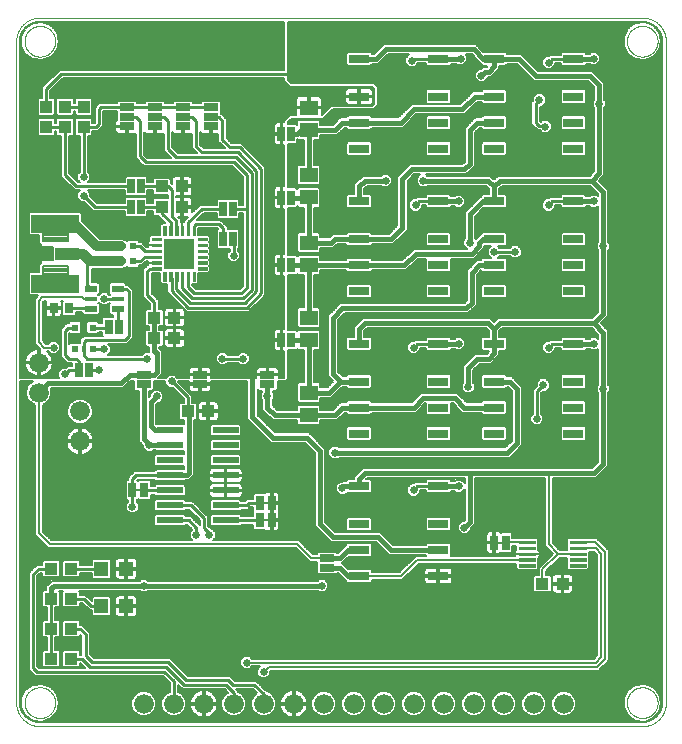
<source format=gtl>
G75*
%MOIN*%
%OFA0B0*%
%FSLAX25Y25*%
%IPPOS*%
%LPD*%
%AMOC8*
5,1,8,0,0,1.08239X$1,22.5*
%
%ADD10C,0.00001*%
%ADD11R,0.04331X0.03937*%
%ADD12R,0.03543X0.02756*%
%ADD13C,0.00256*%
%ADD14R,0.10236X0.10236*%
%ADD15R,0.05000X0.02500*%
%ADD16R,0.02500X0.05000*%
%ADD17R,0.02362X0.02362*%
%ADD18R,0.16000X0.06000*%
%ADD19R,0.08000X0.04000*%
%ADD20C,0.00800*%
%ADD21R,0.06700X0.03000*%
%ADD22R,0.05906X0.05118*%
%ADD23C,0.00276*%
%ADD24R,0.08600X0.02200*%
%ADD25R,0.01600X0.01000*%
%ADD26R,0.03937X0.04331*%
%ADD27C,0.06600*%
%ADD28R,0.04724X0.04724*%
%ADD29R,0.03937X0.01181*%
%ADD30R,0.03937X0.02362*%
%ADD31R,0.01575X0.02362*%
%ADD32R,0.02756X0.03543*%
%ADD33C,0.01600*%
%ADD34C,0.01000*%
%ADD35C,0.02578*%
%ADD36C,0.03200*%
%ADD37C,0.00600*%
D10*
X0105675Y0063549D02*
X0105675Y0284021D01*
X0108431Y0284021D02*
X0108433Y0284164D01*
X0108439Y0284307D01*
X0108449Y0284449D01*
X0108463Y0284591D01*
X0108481Y0284733D01*
X0108503Y0284875D01*
X0108528Y0285015D01*
X0108558Y0285155D01*
X0108592Y0285294D01*
X0108629Y0285432D01*
X0108671Y0285569D01*
X0108716Y0285704D01*
X0108765Y0285838D01*
X0108817Y0285971D01*
X0108873Y0286103D01*
X0108933Y0286232D01*
X0108997Y0286360D01*
X0109064Y0286487D01*
X0109135Y0286611D01*
X0109209Y0286733D01*
X0109286Y0286853D01*
X0109367Y0286971D01*
X0109451Y0287087D01*
X0109538Y0287200D01*
X0109628Y0287311D01*
X0109722Y0287419D01*
X0109818Y0287525D01*
X0109917Y0287627D01*
X0110020Y0287727D01*
X0110124Y0287824D01*
X0110232Y0287919D01*
X0110342Y0288010D01*
X0110455Y0288098D01*
X0110570Y0288182D01*
X0110687Y0288264D01*
X0110807Y0288342D01*
X0110928Y0288417D01*
X0111052Y0288489D01*
X0111178Y0288557D01*
X0111305Y0288621D01*
X0111435Y0288682D01*
X0111566Y0288739D01*
X0111698Y0288793D01*
X0111832Y0288842D01*
X0111967Y0288889D01*
X0112104Y0288931D01*
X0112242Y0288969D01*
X0112380Y0289004D01*
X0112520Y0289034D01*
X0112660Y0289061D01*
X0112801Y0289084D01*
X0112943Y0289103D01*
X0113085Y0289118D01*
X0113228Y0289129D01*
X0113370Y0289136D01*
X0113513Y0289139D01*
X0113656Y0289138D01*
X0113799Y0289133D01*
X0113942Y0289124D01*
X0114084Y0289111D01*
X0114226Y0289094D01*
X0114367Y0289073D01*
X0114508Y0289048D01*
X0114648Y0289020D01*
X0114787Y0288987D01*
X0114925Y0288950D01*
X0115062Y0288910D01*
X0115198Y0288866D01*
X0115333Y0288818D01*
X0115466Y0288766D01*
X0115598Y0288711D01*
X0115728Y0288652D01*
X0115857Y0288589D01*
X0115983Y0288523D01*
X0116108Y0288453D01*
X0116231Y0288380D01*
X0116351Y0288304D01*
X0116470Y0288224D01*
X0116586Y0288140D01*
X0116700Y0288054D01*
X0116811Y0287964D01*
X0116920Y0287872D01*
X0117026Y0287776D01*
X0117130Y0287678D01*
X0117231Y0287576D01*
X0117328Y0287472D01*
X0117423Y0287365D01*
X0117515Y0287256D01*
X0117604Y0287144D01*
X0117690Y0287029D01*
X0117772Y0286913D01*
X0117851Y0286793D01*
X0117927Y0286672D01*
X0117999Y0286549D01*
X0118068Y0286424D01*
X0118133Y0286297D01*
X0118195Y0286168D01*
X0118253Y0286037D01*
X0118308Y0285905D01*
X0118358Y0285771D01*
X0118405Y0285636D01*
X0118449Y0285500D01*
X0118488Y0285363D01*
X0118523Y0285224D01*
X0118555Y0285085D01*
X0118583Y0284945D01*
X0118607Y0284804D01*
X0118627Y0284662D01*
X0118643Y0284520D01*
X0118655Y0284378D01*
X0118663Y0284235D01*
X0118667Y0284092D01*
X0118667Y0283950D01*
X0118663Y0283807D01*
X0118655Y0283664D01*
X0118643Y0283522D01*
X0118627Y0283380D01*
X0118607Y0283238D01*
X0118583Y0283097D01*
X0118555Y0282957D01*
X0118523Y0282818D01*
X0118488Y0282679D01*
X0118449Y0282542D01*
X0118405Y0282406D01*
X0118358Y0282271D01*
X0118308Y0282137D01*
X0118253Y0282005D01*
X0118195Y0281874D01*
X0118133Y0281745D01*
X0118068Y0281618D01*
X0117999Y0281493D01*
X0117927Y0281370D01*
X0117851Y0281249D01*
X0117772Y0281129D01*
X0117690Y0281013D01*
X0117604Y0280898D01*
X0117515Y0280786D01*
X0117423Y0280677D01*
X0117328Y0280570D01*
X0117231Y0280466D01*
X0117130Y0280364D01*
X0117026Y0280266D01*
X0116920Y0280170D01*
X0116811Y0280078D01*
X0116700Y0279988D01*
X0116586Y0279902D01*
X0116470Y0279818D01*
X0116351Y0279738D01*
X0116231Y0279662D01*
X0116108Y0279589D01*
X0115983Y0279519D01*
X0115857Y0279453D01*
X0115728Y0279390D01*
X0115598Y0279331D01*
X0115466Y0279276D01*
X0115333Y0279224D01*
X0115198Y0279176D01*
X0115062Y0279132D01*
X0114925Y0279092D01*
X0114787Y0279055D01*
X0114648Y0279022D01*
X0114508Y0278994D01*
X0114367Y0278969D01*
X0114226Y0278948D01*
X0114084Y0278931D01*
X0113942Y0278918D01*
X0113799Y0278909D01*
X0113656Y0278904D01*
X0113513Y0278903D01*
X0113370Y0278906D01*
X0113228Y0278913D01*
X0113085Y0278924D01*
X0112943Y0278939D01*
X0112801Y0278958D01*
X0112660Y0278981D01*
X0112520Y0279008D01*
X0112380Y0279038D01*
X0112242Y0279073D01*
X0112104Y0279111D01*
X0111967Y0279153D01*
X0111832Y0279200D01*
X0111698Y0279249D01*
X0111566Y0279303D01*
X0111435Y0279360D01*
X0111305Y0279421D01*
X0111178Y0279485D01*
X0111052Y0279553D01*
X0110928Y0279625D01*
X0110807Y0279700D01*
X0110687Y0279778D01*
X0110570Y0279860D01*
X0110455Y0279944D01*
X0110342Y0280032D01*
X0110232Y0280123D01*
X0110124Y0280218D01*
X0110020Y0280315D01*
X0109917Y0280415D01*
X0109818Y0280517D01*
X0109722Y0280623D01*
X0109628Y0280731D01*
X0109538Y0280842D01*
X0109451Y0280955D01*
X0109367Y0281071D01*
X0109286Y0281189D01*
X0109209Y0281309D01*
X0109135Y0281431D01*
X0109064Y0281555D01*
X0108997Y0281682D01*
X0108933Y0281810D01*
X0108873Y0281939D01*
X0108817Y0282071D01*
X0108765Y0282204D01*
X0108716Y0282338D01*
X0108671Y0282473D01*
X0108629Y0282610D01*
X0108592Y0282748D01*
X0108558Y0282887D01*
X0108528Y0283027D01*
X0108503Y0283167D01*
X0108481Y0283309D01*
X0108463Y0283451D01*
X0108449Y0283593D01*
X0108439Y0283735D01*
X0108433Y0283878D01*
X0108431Y0284021D01*
X0105675Y0284021D02*
X0105677Y0284211D01*
X0105684Y0284401D01*
X0105696Y0284591D01*
X0105712Y0284781D01*
X0105732Y0284970D01*
X0105758Y0285159D01*
X0105787Y0285347D01*
X0105822Y0285534D01*
X0105861Y0285720D01*
X0105904Y0285905D01*
X0105952Y0286090D01*
X0106004Y0286273D01*
X0106060Y0286454D01*
X0106121Y0286634D01*
X0106187Y0286813D01*
X0106256Y0286990D01*
X0106330Y0287166D01*
X0106408Y0287339D01*
X0106491Y0287511D01*
X0106577Y0287680D01*
X0106667Y0287848D01*
X0106762Y0288013D01*
X0106860Y0288176D01*
X0106963Y0288336D01*
X0107069Y0288494D01*
X0107179Y0288649D01*
X0107292Y0288802D01*
X0107410Y0288952D01*
X0107531Y0289098D01*
X0107655Y0289242D01*
X0107783Y0289383D01*
X0107914Y0289521D01*
X0108049Y0289656D01*
X0108187Y0289787D01*
X0108328Y0289915D01*
X0108472Y0290039D01*
X0108618Y0290160D01*
X0108768Y0290278D01*
X0108921Y0290391D01*
X0109076Y0290501D01*
X0109234Y0290607D01*
X0109394Y0290710D01*
X0109557Y0290808D01*
X0109722Y0290903D01*
X0109890Y0290993D01*
X0110059Y0291079D01*
X0110231Y0291162D01*
X0110404Y0291240D01*
X0110580Y0291314D01*
X0110757Y0291383D01*
X0110936Y0291449D01*
X0111116Y0291510D01*
X0111297Y0291566D01*
X0111480Y0291618D01*
X0111665Y0291666D01*
X0111850Y0291709D01*
X0112036Y0291748D01*
X0112223Y0291783D01*
X0112411Y0291812D01*
X0112600Y0291838D01*
X0112789Y0291858D01*
X0112979Y0291874D01*
X0113169Y0291886D01*
X0113359Y0291893D01*
X0113549Y0291895D01*
X0314336Y0291895D01*
X0309218Y0284021D02*
X0309220Y0284164D01*
X0309226Y0284307D01*
X0309236Y0284449D01*
X0309250Y0284591D01*
X0309268Y0284733D01*
X0309290Y0284875D01*
X0309315Y0285015D01*
X0309345Y0285155D01*
X0309379Y0285294D01*
X0309416Y0285432D01*
X0309458Y0285569D01*
X0309503Y0285704D01*
X0309552Y0285838D01*
X0309604Y0285971D01*
X0309660Y0286103D01*
X0309720Y0286232D01*
X0309784Y0286360D01*
X0309851Y0286487D01*
X0309922Y0286611D01*
X0309996Y0286733D01*
X0310073Y0286853D01*
X0310154Y0286971D01*
X0310238Y0287087D01*
X0310325Y0287200D01*
X0310415Y0287311D01*
X0310509Y0287419D01*
X0310605Y0287525D01*
X0310704Y0287627D01*
X0310807Y0287727D01*
X0310911Y0287824D01*
X0311019Y0287919D01*
X0311129Y0288010D01*
X0311242Y0288098D01*
X0311357Y0288182D01*
X0311474Y0288264D01*
X0311594Y0288342D01*
X0311715Y0288417D01*
X0311839Y0288489D01*
X0311965Y0288557D01*
X0312092Y0288621D01*
X0312222Y0288682D01*
X0312353Y0288739D01*
X0312485Y0288793D01*
X0312619Y0288842D01*
X0312754Y0288889D01*
X0312891Y0288931D01*
X0313029Y0288969D01*
X0313167Y0289004D01*
X0313307Y0289034D01*
X0313447Y0289061D01*
X0313588Y0289084D01*
X0313730Y0289103D01*
X0313872Y0289118D01*
X0314015Y0289129D01*
X0314157Y0289136D01*
X0314300Y0289139D01*
X0314443Y0289138D01*
X0314586Y0289133D01*
X0314729Y0289124D01*
X0314871Y0289111D01*
X0315013Y0289094D01*
X0315154Y0289073D01*
X0315295Y0289048D01*
X0315435Y0289020D01*
X0315574Y0288987D01*
X0315712Y0288950D01*
X0315849Y0288910D01*
X0315985Y0288866D01*
X0316120Y0288818D01*
X0316253Y0288766D01*
X0316385Y0288711D01*
X0316515Y0288652D01*
X0316644Y0288589D01*
X0316770Y0288523D01*
X0316895Y0288453D01*
X0317018Y0288380D01*
X0317138Y0288304D01*
X0317257Y0288224D01*
X0317373Y0288140D01*
X0317487Y0288054D01*
X0317598Y0287964D01*
X0317707Y0287872D01*
X0317813Y0287776D01*
X0317917Y0287678D01*
X0318018Y0287576D01*
X0318115Y0287472D01*
X0318210Y0287365D01*
X0318302Y0287256D01*
X0318391Y0287144D01*
X0318477Y0287029D01*
X0318559Y0286913D01*
X0318638Y0286793D01*
X0318714Y0286672D01*
X0318786Y0286549D01*
X0318855Y0286424D01*
X0318920Y0286297D01*
X0318982Y0286168D01*
X0319040Y0286037D01*
X0319095Y0285905D01*
X0319145Y0285771D01*
X0319192Y0285636D01*
X0319236Y0285500D01*
X0319275Y0285363D01*
X0319310Y0285224D01*
X0319342Y0285085D01*
X0319370Y0284945D01*
X0319394Y0284804D01*
X0319414Y0284662D01*
X0319430Y0284520D01*
X0319442Y0284378D01*
X0319450Y0284235D01*
X0319454Y0284092D01*
X0319454Y0283950D01*
X0319450Y0283807D01*
X0319442Y0283664D01*
X0319430Y0283522D01*
X0319414Y0283380D01*
X0319394Y0283238D01*
X0319370Y0283097D01*
X0319342Y0282957D01*
X0319310Y0282818D01*
X0319275Y0282679D01*
X0319236Y0282542D01*
X0319192Y0282406D01*
X0319145Y0282271D01*
X0319095Y0282137D01*
X0319040Y0282005D01*
X0318982Y0281874D01*
X0318920Y0281745D01*
X0318855Y0281618D01*
X0318786Y0281493D01*
X0318714Y0281370D01*
X0318638Y0281249D01*
X0318559Y0281129D01*
X0318477Y0281013D01*
X0318391Y0280898D01*
X0318302Y0280786D01*
X0318210Y0280677D01*
X0318115Y0280570D01*
X0318018Y0280466D01*
X0317917Y0280364D01*
X0317813Y0280266D01*
X0317707Y0280170D01*
X0317598Y0280078D01*
X0317487Y0279988D01*
X0317373Y0279902D01*
X0317257Y0279818D01*
X0317138Y0279738D01*
X0317018Y0279662D01*
X0316895Y0279589D01*
X0316770Y0279519D01*
X0316644Y0279453D01*
X0316515Y0279390D01*
X0316385Y0279331D01*
X0316253Y0279276D01*
X0316120Y0279224D01*
X0315985Y0279176D01*
X0315849Y0279132D01*
X0315712Y0279092D01*
X0315574Y0279055D01*
X0315435Y0279022D01*
X0315295Y0278994D01*
X0315154Y0278969D01*
X0315013Y0278948D01*
X0314871Y0278931D01*
X0314729Y0278918D01*
X0314586Y0278909D01*
X0314443Y0278904D01*
X0314300Y0278903D01*
X0314157Y0278906D01*
X0314015Y0278913D01*
X0313872Y0278924D01*
X0313730Y0278939D01*
X0313588Y0278958D01*
X0313447Y0278981D01*
X0313307Y0279008D01*
X0313167Y0279038D01*
X0313029Y0279073D01*
X0312891Y0279111D01*
X0312754Y0279153D01*
X0312619Y0279200D01*
X0312485Y0279249D01*
X0312353Y0279303D01*
X0312222Y0279360D01*
X0312092Y0279421D01*
X0311965Y0279485D01*
X0311839Y0279553D01*
X0311715Y0279625D01*
X0311594Y0279700D01*
X0311474Y0279778D01*
X0311357Y0279860D01*
X0311242Y0279944D01*
X0311129Y0280032D01*
X0311019Y0280123D01*
X0310911Y0280218D01*
X0310807Y0280315D01*
X0310704Y0280415D01*
X0310605Y0280517D01*
X0310509Y0280623D01*
X0310415Y0280731D01*
X0310325Y0280842D01*
X0310238Y0280955D01*
X0310154Y0281071D01*
X0310073Y0281189D01*
X0309996Y0281309D01*
X0309922Y0281431D01*
X0309851Y0281555D01*
X0309784Y0281682D01*
X0309720Y0281810D01*
X0309660Y0281939D01*
X0309604Y0282071D01*
X0309552Y0282204D01*
X0309503Y0282338D01*
X0309458Y0282473D01*
X0309416Y0282610D01*
X0309379Y0282748D01*
X0309345Y0282887D01*
X0309315Y0283027D01*
X0309290Y0283167D01*
X0309268Y0283309D01*
X0309250Y0283451D01*
X0309236Y0283593D01*
X0309226Y0283735D01*
X0309220Y0283878D01*
X0309218Y0284021D01*
X0314336Y0291895D02*
X0314526Y0291893D01*
X0314716Y0291886D01*
X0314906Y0291874D01*
X0315096Y0291858D01*
X0315285Y0291838D01*
X0315474Y0291812D01*
X0315662Y0291783D01*
X0315849Y0291748D01*
X0316035Y0291709D01*
X0316220Y0291666D01*
X0316405Y0291618D01*
X0316588Y0291566D01*
X0316769Y0291510D01*
X0316949Y0291449D01*
X0317128Y0291383D01*
X0317305Y0291314D01*
X0317481Y0291240D01*
X0317654Y0291162D01*
X0317826Y0291079D01*
X0317995Y0290993D01*
X0318163Y0290903D01*
X0318328Y0290808D01*
X0318491Y0290710D01*
X0318651Y0290607D01*
X0318809Y0290501D01*
X0318964Y0290391D01*
X0319117Y0290278D01*
X0319267Y0290160D01*
X0319413Y0290039D01*
X0319557Y0289915D01*
X0319698Y0289787D01*
X0319836Y0289656D01*
X0319971Y0289521D01*
X0320102Y0289383D01*
X0320230Y0289242D01*
X0320354Y0289098D01*
X0320475Y0288952D01*
X0320593Y0288802D01*
X0320706Y0288649D01*
X0320816Y0288494D01*
X0320922Y0288336D01*
X0321025Y0288176D01*
X0321123Y0288013D01*
X0321218Y0287848D01*
X0321308Y0287680D01*
X0321394Y0287511D01*
X0321477Y0287339D01*
X0321555Y0287166D01*
X0321629Y0286990D01*
X0321698Y0286813D01*
X0321764Y0286634D01*
X0321825Y0286454D01*
X0321881Y0286273D01*
X0321933Y0286090D01*
X0321981Y0285905D01*
X0322024Y0285720D01*
X0322063Y0285534D01*
X0322098Y0285347D01*
X0322127Y0285159D01*
X0322153Y0284970D01*
X0322173Y0284781D01*
X0322189Y0284591D01*
X0322201Y0284401D01*
X0322208Y0284211D01*
X0322210Y0284021D01*
X0322210Y0063549D01*
X0309218Y0063549D02*
X0309220Y0063692D01*
X0309226Y0063835D01*
X0309236Y0063977D01*
X0309250Y0064119D01*
X0309268Y0064261D01*
X0309290Y0064403D01*
X0309315Y0064543D01*
X0309345Y0064683D01*
X0309379Y0064822D01*
X0309416Y0064960D01*
X0309458Y0065097D01*
X0309503Y0065232D01*
X0309552Y0065366D01*
X0309604Y0065499D01*
X0309660Y0065631D01*
X0309720Y0065760D01*
X0309784Y0065888D01*
X0309851Y0066015D01*
X0309922Y0066139D01*
X0309996Y0066261D01*
X0310073Y0066381D01*
X0310154Y0066499D01*
X0310238Y0066615D01*
X0310325Y0066728D01*
X0310415Y0066839D01*
X0310509Y0066947D01*
X0310605Y0067053D01*
X0310704Y0067155D01*
X0310807Y0067255D01*
X0310911Y0067352D01*
X0311019Y0067447D01*
X0311129Y0067538D01*
X0311242Y0067626D01*
X0311357Y0067710D01*
X0311474Y0067792D01*
X0311594Y0067870D01*
X0311715Y0067945D01*
X0311839Y0068017D01*
X0311965Y0068085D01*
X0312092Y0068149D01*
X0312222Y0068210D01*
X0312353Y0068267D01*
X0312485Y0068321D01*
X0312619Y0068370D01*
X0312754Y0068417D01*
X0312891Y0068459D01*
X0313029Y0068497D01*
X0313167Y0068532D01*
X0313307Y0068562D01*
X0313447Y0068589D01*
X0313588Y0068612D01*
X0313730Y0068631D01*
X0313872Y0068646D01*
X0314015Y0068657D01*
X0314157Y0068664D01*
X0314300Y0068667D01*
X0314443Y0068666D01*
X0314586Y0068661D01*
X0314729Y0068652D01*
X0314871Y0068639D01*
X0315013Y0068622D01*
X0315154Y0068601D01*
X0315295Y0068576D01*
X0315435Y0068548D01*
X0315574Y0068515D01*
X0315712Y0068478D01*
X0315849Y0068438D01*
X0315985Y0068394D01*
X0316120Y0068346D01*
X0316253Y0068294D01*
X0316385Y0068239D01*
X0316515Y0068180D01*
X0316644Y0068117D01*
X0316770Y0068051D01*
X0316895Y0067981D01*
X0317018Y0067908D01*
X0317138Y0067832D01*
X0317257Y0067752D01*
X0317373Y0067668D01*
X0317487Y0067582D01*
X0317598Y0067492D01*
X0317707Y0067400D01*
X0317813Y0067304D01*
X0317917Y0067206D01*
X0318018Y0067104D01*
X0318115Y0067000D01*
X0318210Y0066893D01*
X0318302Y0066784D01*
X0318391Y0066672D01*
X0318477Y0066557D01*
X0318559Y0066441D01*
X0318638Y0066321D01*
X0318714Y0066200D01*
X0318786Y0066077D01*
X0318855Y0065952D01*
X0318920Y0065825D01*
X0318982Y0065696D01*
X0319040Y0065565D01*
X0319095Y0065433D01*
X0319145Y0065299D01*
X0319192Y0065164D01*
X0319236Y0065028D01*
X0319275Y0064891D01*
X0319310Y0064752D01*
X0319342Y0064613D01*
X0319370Y0064473D01*
X0319394Y0064332D01*
X0319414Y0064190D01*
X0319430Y0064048D01*
X0319442Y0063906D01*
X0319450Y0063763D01*
X0319454Y0063620D01*
X0319454Y0063478D01*
X0319450Y0063335D01*
X0319442Y0063192D01*
X0319430Y0063050D01*
X0319414Y0062908D01*
X0319394Y0062766D01*
X0319370Y0062625D01*
X0319342Y0062485D01*
X0319310Y0062346D01*
X0319275Y0062207D01*
X0319236Y0062070D01*
X0319192Y0061934D01*
X0319145Y0061799D01*
X0319095Y0061665D01*
X0319040Y0061533D01*
X0318982Y0061402D01*
X0318920Y0061273D01*
X0318855Y0061146D01*
X0318786Y0061021D01*
X0318714Y0060898D01*
X0318638Y0060777D01*
X0318559Y0060657D01*
X0318477Y0060541D01*
X0318391Y0060426D01*
X0318302Y0060314D01*
X0318210Y0060205D01*
X0318115Y0060098D01*
X0318018Y0059994D01*
X0317917Y0059892D01*
X0317813Y0059794D01*
X0317707Y0059698D01*
X0317598Y0059606D01*
X0317487Y0059516D01*
X0317373Y0059430D01*
X0317257Y0059346D01*
X0317138Y0059266D01*
X0317018Y0059190D01*
X0316895Y0059117D01*
X0316770Y0059047D01*
X0316644Y0058981D01*
X0316515Y0058918D01*
X0316385Y0058859D01*
X0316253Y0058804D01*
X0316120Y0058752D01*
X0315985Y0058704D01*
X0315849Y0058660D01*
X0315712Y0058620D01*
X0315574Y0058583D01*
X0315435Y0058550D01*
X0315295Y0058522D01*
X0315154Y0058497D01*
X0315013Y0058476D01*
X0314871Y0058459D01*
X0314729Y0058446D01*
X0314586Y0058437D01*
X0314443Y0058432D01*
X0314300Y0058431D01*
X0314157Y0058434D01*
X0314015Y0058441D01*
X0313872Y0058452D01*
X0313730Y0058467D01*
X0313588Y0058486D01*
X0313447Y0058509D01*
X0313307Y0058536D01*
X0313167Y0058566D01*
X0313029Y0058601D01*
X0312891Y0058639D01*
X0312754Y0058681D01*
X0312619Y0058728D01*
X0312485Y0058777D01*
X0312353Y0058831D01*
X0312222Y0058888D01*
X0312092Y0058949D01*
X0311965Y0059013D01*
X0311839Y0059081D01*
X0311715Y0059153D01*
X0311594Y0059228D01*
X0311474Y0059306D01*
X0311357Y0059388D01*
X0311242Y0059472D01*
X0311129Y0059560D01*
X0311019Y0059651D01*
X0310911Y0059746D01*
X0310807Y0059843D01*
X0310704Y0059943D01*
X0310605Y0060045D01*
X0310509Y0060151D01*
X0310415Y0060259D01*
X0310325Y0060370D01*
X0310238Y0060483D01*
X0310154Y0060599D01*
X0310073Y0060717D01*
X0309996Y0060837D01*
X0309922Y0060959D01*
X0309851Y0061083D01*
X0309784Y0061210D01*
X0309720Y0061338D01*
X0309660Y0061467D01*
X0309604Y0061599D01*
X0309552Y0061732D01*
X0309503Y0061866D01*
X0309458Y0062001D01*
X0309416Y0062138D01*
X0309379Y0062276D01*
X0309345Y0062415D01*
X0309315Y0062555D01*
X0309290Y0062695D01*
X0309268Y0062837D01*
X0309250Y0062979D01*
X0309236Y0063121D01*
X0309226Y0063263D01*
X0309220Y0063406D01*
X0309218Y0063549D01*
X0314336Y0055675D02*
X0314526Y0055677D01*
X0314716Y0055684D01*
X0314906Y0055696D01*
X0315096Y0055712D01*
X0315285Y0055732D01*
X0315474Y0055758D01*
X0315662Y0055787D01*
X0315849Y0055822D01*
X0316035Y0055861D01*
X0316220Y0055904D01*
X0316405Y0055952D01*
X0316588Y0056004D01*
X0316769Y0056060D01*
X0316949Y0056121D01*
X0317128Y0056187D01*
X0317305Y0056256D01*
X0317481Y0056330D01*
X0317654Y0056408D01*
X0317826Y0056491D01*
X0317995Y0056577D01*
X0318163Y0056667D01*
X0318328Y0056762D01*
X0318491Y0056860D01*
X0318651Y0056963D01*
X0318809Y0057069D01*
X0318964Y0057179D01*
X0319117Y0057292D01*
X0319267Y0057410D01*
X0319413Y0057531D01*
X0319557Y0057655D01*
X0319698Y0057783D01*
X0319836Y0057914D01*
X0319971Y0058049D01*
X0320102Y0058187D01*
X0320230Y0058328D01*
X0320354Y0058472D01*
X0320475Y0058618D01*
X0320593Y0058768D01*
X0320706Y0058921D01*
X0320816Y0059076D01*
X0320922Y0059234D01*
X0321025Y0059394D01*
X0321123Y0059557D01*
X0321218Y0059722D01*
X0321308Y0059890D01*
X0321394Y0060059D01*
X0321477Y0060231D01*
X0321555Y0060404D01*
X0321629Y0060580D01*
X0321698Y0060757D01*
X0321764Y0060936D01*
X0321825Y0061116D01*
X0321881Y0061297D01*
X0321933Y0061480D01*
X0321981Y0061665D01*
X0322024Y0061850D01*
X0322063Y0062036D01*
X0322098Y0062223D01*
X0322127Y0062411D01*
X0322153Y0062600D01*
X0322173Y0062789D01*
X0322189Y0062979D01*
X0322201Y0063169D01*
X0322208Y0063359D01*
X0322210Y0063549D01*
X0314336Y0055675D02*
X0113549Y0055675D01*
X0108431Y0063549D02*
X0108433Y0063692D01*
X0108439Y0063835D01*
X0108449Y0063977D01*
X0108463Y0064119D01*
X0108481Y0064261D01*
X0108503Y0064403D01*
X0108528Y0064543D01*
X0108558Y0064683D01*
X0108592Y0064822D01*
X0108629Y0064960D01*
X0108671Y0065097D01*
X0108716Y0065232D01*
X0108765Y0065366D01*
X0108817Y0065499D01*
X0108873Y0065631D01*
X0108933Y0065760D01*
X0108997Y0065888D01*
X0109064Y0066015D01*
X0109135Y0066139D01*
X0109209Y0066261D01*
X0109286Y0066381D01*
X0109367Y0066499D01*
X0109451Y0066615D01*
X0109538Y0066728D01*
X0109628Y0066839D01*
X0109722Y0066947D01*
X0109818Y0067053D01*
X0109917Y0067155D01*
X0110020Y0067255D01*
X0110124Y0067352D01*
X0110232Y0067447D01*
X0110342Y0067538D01*
X0110455Y0067626D01*
X0110570Y0067710D01*
X0110687Y0067792D01*
X0110807Y0067870D01*
X0110928Y0067945D01*
X0111052Y0068017D01*
X0111178Y0068085D01*
X0111305Y0068149D01*
X0111435Y0068210D01*
X0111566Y0068267D01*
X0111698Y0068321D01*
X0111832Y0068370D01*
X0111967Y0068417D01*
X0112104Y0068459D01*
X0112242Y0068497D01*
X0112380Y0068532D01*
X0112520Y0068562D01*
X0112660Y0068589D01*
X0112801Y0068612D01*
X0112943Y0068631D01*
X0113085Y0068646D01*
X0113228Y0068657D01*
X0113370Y0068664D01*
X0113513Y0068667D01*
X0113656Y0068666D01*
X0113799Y0068661D01*
X0113942Y0068652D01*
X0114084Y0068639D01*
X0114226Y0068622D01*
X0114367Y0068601D01*
X0114508Y0068576D01*
X0114648Y0068548D01*
X0114787Y0068515D01*
X0114925Y0068478D01*
X0115062Y0068438D01*
X0115198Y0068394D01*
X0115333Y0068346D01*
X0115466Y0068294D01*
X0115598Y0068239D01*
X0115728Y0068180D01*
X0115857Y0068117D01*
X0115983Y0068051D01*
X0116108Y0067981D01*
X0116231Y0067908D01*
X0116351Y0067832D01*
X0116470Y0067752D01*
X0116586Y0067668D01*
X0116700Y0067582D01*
X0116811Y0067492D01*
X0116920Y0067400D01*
X0117026Y0067304D01*
X0117130Y0067206D01*
X0117231Y0067104D01*
X0117328Y0067000D01*
X0117423Y0066893D01*
X0117515Y0066784D01*
X0117604Y0066672D01*
X0117690Y0066557D01*
X0117772Y0066441D01*
X0117851Y0066321D01*
X0117927Y0066200D01*
X0117999Y0066077D01*
X0118068Y0065952D01*
X0118133Y0065825D01*
X0118195Y0065696D01*
X0118253Y0065565D01*
X0118308Y0065433D01*
X0118358Y0065299D01*
X0118405Y0065164D01*
X0118449Y0065028D01*
X0118488Y0064891D01*
X0118523Y0064752D01*
X0118555Y0064613D01*
X0118583Y0064473D01*
X0118607Y0064332D01*
X0118627Y0064190D01*
X0118643Y0064048D01*
X0118655Y0063906D01*
X0118663Y0063763D01*
X0118667Y0063620D01*
X0118667Y0063478D01*
X0118663Y0063335D01*
X0118655Y0063192D01*
X0118643Y0063050D01*
X0118627Y0062908D01*
X0118607Y0062766D01*
X0118583Y0062625D01*
X0118555Y0062485D01*
X0118523Y0062346D01*
X0118488Y0062207D01*
X0118449Y0062070D01*
X0118405Y0061934D01*
X0118358Y0061799D01*
X0118308Y0061665D01*
X0118253Y0061533D01*
X0118195Y0061402D01*
X0118133Y0061273D01*
X0118068Y0061146D01*
X0117999Y0061021D01*
X0117927Y0060898D01*
X0117851Y0060777D01*
X0117772Y0060657D01*
X0117690Y0060541D01*
X0117604Y0060426D01*
X0117515Y0060314D01*
X0117423Y0060205D01*
X0117328Y0060098D01*
X0117231Y0059994D01*
X0117130Y0059892D01*
X0117026Y0059794D01*
X0116920Y0059698D01*
X0116811Y0059606D01*
X0116700Y0059516D01*
X0116586Y0059430D01*
X0116470Y0059346D01*
X0116351Y0059266D01*
X0116231Y0059190D01*
X0116108Y0059117D01*
X0115983Y0059047D01*
X0115857Y0058981D01*
X0115728Y0058918D01*
X0115598Y0058859D01*
X0115466Y0058804D01*
X0115333Y0058752D01*
X0115198Y0058704D01*
X0115062Y0058660D01*
X0114925Y0058620D01*
X0114787Y0058583D01*
X0114648Y0058550D01*
X0114508Y0058522D01*
X0114367Y0058497D01*
X0114226Y0058476D01*
X0114084Y0058459D01*
X0113942Y0058446D01*
X0113799Y0058437D01*
X0113656Y0058432D01*
X0113513Y0058431D01*
X0113370Y0058434D01*
X0113228Y0058441D01*
X0113085Y0058452D01*
X0112943Y0058467D01*
X0112801Y0058486D01*
X0112660Y0058509D01*
X0112520Y0058536D01*
X0112380Y0058566D01*
X0112242Y0058601D01*
X0112104Y0058639D01*
X0111967Y0058681D01*
X0111832Y0058728D01*
X0111698Y0058777D01*
X0111566Y0058831D01*
X0111435Y0058888D01*
X0111305Y0058949D01*
X0111178Y0059013D01*
X0111052Y0059081D01*
X0110928Y0059153D01*
X0110807Y0059228D01*
X0110687Y0059306D01*
X0110570Y0059388D01*
X0110455Y0059472D01*
X0110342Y0059560D01*
X0110232Y0059651D01*
X0110124Y0059746D01*
X0110020Y0059843D01*
X0109917Y0059943D01*
X0109818Y0060045D01*
X0109722Y0060151D01*
X0109628Y0060259D01*
X0109538Y0060370D01*
X0109451Y0060483D01*
X0109367Y0060599D01*
X0109286Y0060717D01*
X0109209Y0060837D01*
X0109135Y0060959D01*
X0109064Y0061083D01*
X0108997Y0061210D01*
X0108933Y0061338D01*
X0108873Y0061467D01*
X0108817Y0061599D01*
X0108765Y0061732D01*
X0108716Y0061866D01*
X0108671Y0062001D01*
X0108629Y0062138D01*
X0108592Y0062276D01*
X0108558Y0062415D01*
X0108528Y0062555D01*
X0108503Y0062695D01*
X0108481Y0062837D01*
X0108463Y0062979D01*
X0108449Y0063121D01*
X0108439Y0063263D01*
X0108433Y0063406D01*
X0108431Y0063549D01*
X0105675Y0063549D02*
X0105677Y0063359D01*
X0105684Y0063169D01*
X0105696Y0062979D01*
X0105712Y0062789D01*
X0105732Y0062600D01*
X0105758Y0062411D01*
X0105787Y0062223D01*
X0105822Y0062036D01*
X0105861Y0061850D01*
X0105904Y0061665D01*
X0105952Y0061480D01*
X0106004Y0061297D01*
X0106060Y0061116D01*
X0106121Y0060936D01*
X0106187Y0060757D01*
X0106256Y0060580D01*
X0106330Y0060404D01*
X0106408Y0060231D01*
X0106491Y0060059D01*
X0106577Y0059890D01*
X0106667Y0059722D01*
X0106762Y0059557D01*
X0106860Y0059394D01*
X0106963Y0059234D01*
X0107069Y0059076D01*
X0107179Y0058921D01*
X0107292Y0058768D01*
X0107410Y0058618D01*
X0107531Y0058472D01*
X0107655Y0058328D01*
X0107783Y0058187D01*
X0107914Y0058049D01*
X0108049Y0057914D01*
X0108187Y0057783D01*
X0108328Y0057655D01*
X0108472Y0057531D01*
X0108618Y0057410D01*
X0108768Y0057292D01*
X0108921Y0057179D01*
X0109076Y0057069D01*
X0109234Y0056963D01*
X0109394Y0056860D01*
X0109557Y0056762D01*
X0109722Y0056667D01*
X0109890Y0056577D01*
X0110059Y0056491D01*
X0110231Y0056408D01*
X0110404Y0056330D01*
X0110580Y0056256D01*
X0110757Y0056187D01*
X0110936Y0056121D01*
X0111116Y0056060D01*
X0111297Y0056004D01*
X0111480Y0055952D01*
X0111665Y0055904D01*
X0111850Y0055861D01*
X0112036Y0055822D01*
X0112223Y0055787D01*
X0112411Y0055758D01*
X0112600Y0055732D01*
X0112789Y0055712D01*
X0112979Y0055696D01*
X0113169Y0055684D01*
X0113359Y0055677D01*
X0113549Y0055675D01*
D11*
X0117329Y0078175D03*
X0124021Y0078175D03*
X0124021Y0088175D03*
X0117329Y0088175D03*
X0117329Y0098175D03*
X0124021Y0098175D03*
X0124021Y0108175D03*
X0117329Y0108175D03*
X0162954Y0160675D03*
X0169646Y0160675D03*
X0158396Y0185050D03*
X0151704Y0185050D03*
X0151704Y0191925D03*
X0158396Y0191925D03*
X0160896Y0228800D03*
X0154204Y0228800D03*
X0154204Y0235675D03*
X0160896Y0235675D03*
X0281079Y0103175D03*
X0287771Y0103175D03*
D12*
X0135050Y0210616D03*
X0135050Y0215734D03*
D13*
X0150907Y0216512D02*
X0153839Y0216512D01*
X0153839Y0215744D01*
X0150907Y0215744D01*
X0150907Y0216512D01*
X0150907Y0215987D02*
X0153839Y0215987D01*
X0153839Y0216230D02*
X0150907Y0216230D01*
X0150907Y0216473D02*
X0153839Y0216473D01*
X0153839Y0218480D02*
X0150907Y0218480D01*
X0153839Y0218480D02*
X0153839Y0217712D01*
X0150907Y0217712D01*
X0150907Y0218480D01*
X0150907Y0217955D02*
X0153839Y0217955D01*
X0153839Y0218198D02*
X0150907Y0218198D01*
X0150907Y0218441D02*
X0153839Y0218441D01*
X0154745Y0219386D02*
X0154745Y0222318D01*
X0155513Y0222318D01*
X0155513Y0219386D01*
X0154745Y0219386D01*
X0154745Y0219629D02*
X0155513Y0219629D01*
X0155513Y0219872D02*
X0154745Y0219872D01*
X0154745Y0220115D02*
X0155513Y0220115D01*
X0155513Y0220358D02*
X0154745Y0220358D01*
X0154745Y0220601D02*
X0155513Y0220601D01*
X0155513Y0220844D02*
X0154745Y0220844D01*
X0154745Y0221087D02*
X0155513Y0221087D01*
X0155513Y0221330D02*
X0154745Y0221330D01*
X0154745Y0221573D02*
X0155513Y0221573D01*
X0155513Y0221816D02*
X0154745Y0221816D01*
X0154745Y0222059D02*
X0155513Y0222059D01*
X0155513Y0222302D02*
X0154745Y0222302D01*
X0156713Y0222318D02*
X0156713Y0219386D01*
X0156713Y0222318D02*
X0157481Y0222318D01*
X0157481Y0219386D01*
X0156713Y0219386D01*
X0156713Y0219629D02*
X0157481Y0219629D01*
X0157481Y0219872D02*
X0156713Y0219872D01*
X0156713Y0220115D02*
X0157481Y0220115D01*
X0157481Y0220358D02*
X0156713Y0220358D01*
X0156713Y0220601D02*
X0157481Y0220601D01*
X0157481Y0220844D02*
X0156713Y0220844D01*
X0156713Y0221087D02*
X0157481Y0221087D01*
X0157481Y0221330D02*
X0156713Y0221330D01*
X0156713Y0221573D02*
X0157481Y0221573D01*
X0157481Y0221816D02*
X0156713Y0221816D01*
X0156713Y0222059D02*
X0157481Y0222059D01*
X0157481Y0222302D02*
X0156713Y0222302D01*
X0158682Y0222318D02*
X0158682Y0219386D01*
X0158682Y0222318D02*
X0159450Y0222318D01*
X0159450Y0219386D01*
X0158682Y0219386D01*
X0158682Y0219629D02*
X0159450Y0219629D01*
X0159450Y0219872D02*
X0158682Y0219872D01*
X0158682Y0220115D02*
X0159450Y0220115D01*
X0159450Y0220358D02*
X0158682Y0220358D01*
X0158682Y0220601D02*
X0159450Y0220601D01*
X0159450Y0220844D02*
X0158682Y0220844D01*
X0158682Y0221087D02*
X0159450Y0221087D01*
X0159450Y0221330D02*
X0158682Y0221330D01*
X0158682Y0221573D02*
X0159450Y0221573D01*
X0159450Y0221816D02*
X0158682Y0221816D01*
X0158682Y0222059D02*
X0159450Y0222059D01*
X0159450Y0222302D02*
X0158682Y0222302D01*
X0160650Y0222318D02*
X0160650Y0219386D01*
X0160650Y0222318D02*
X0161418Y0222318D01*
X0161418Y0219386D01*
X0160650Y0219386D01*
X0160650Y0219629D02*
X0161418Y0219629D01*
X0161418Y0219872D02*
X0160650Y0219872D01*
X0160650Y0220115D02*
X0161418Y0220115D01*
X0161418Y0220358D02*
X0160650Y0220358D01*
X0160650Y0220601D02*
X0161418Y0220601D01*
X0161418Y0220844D02*
X0160650Y0220844D01*
X0160650Y0221087D02*
X0161418Y0221087D01*
X0161418Y0221330D02*
X0160650Y0221330D01*
X0160650Y0221573D02*
X0161418Y0221573D01*
X0161418Y0221816D02*
X0160650Y0221816D01*
X0160650Y0222059D02*
X0161418Y0222059D01*
X0161418Y0222302D02*
X0160650Y0222302D01*
X0162619Y0222318D02*
X0162619Y0219386D01*
X0162619Y0222318D02*
X0163387Y0222318D01*
X0163387Y0219386D01*
X0162619Y0219386D01*
X0162619Y0219629D02*
X0163387Y0219629D01*
X0163387Y0219872D02*
X0162619Y0219872D01*
X0162619Y0220115D02*
X0163387Y0220115D01*
X0163387Y0220358D02*
X0162619Y0220358D01*
X0162619Y0220601D02*
X0163387Y0220601D01*
X0163387Y0220844D02*
X0162619Y0220844D01*
X0162619Y0221087D02*
X0163387Y0221087D01*
X0163387Y0221330D02*
X0162619Y0221330D01*
X0162619Y0221573D02*
X0163387Y0221573D01*
X0163387Y0221816D02*
X0162619Y0221816D01*
X0162619Y0222059D02*
X0163387Y0222059D01*
X0163387Y0222302D02*
X0162619Y0222302D01*
X0164587Y0222318D02*
X0164587Y0219386D01*
X0164587Y0222318D02*
X0165355Y0222318D01*
X0165355Y0219386D01*
X0164587Y0219386D01*
X0164587Y0219629D02*
X0165355Y0219629D01*
X0165355Y0219872D02*
X0164587Y0219872D01*
X0164587Y0220115D02*
X0165355Y0220115D01*
X0165355Y0220358D02*
X0164587Y0220358D01*
X0164587Y0220601D02*
X0165355Y0220601D01*
X0165355Y0220844D02*
X0164587Y0220844D01*
X0164587Y0221087D02*
X0165355Y0221087D01*
X0165355Y0221330D02*
X0164587Y0221330D01*
X0164587Y0221573D02*
X0165355Y0221573D01*
X0165355Y0221816D02*
X0164587Y0221816D01*
X0164587Y0222059D02*
X0165355Y0222059D01*
X0165355Y0222302D02*
X0164587Y0222302D01*
X0166261Y0218480D02*
X0169193Y0218480D01*
X0169193Y0217712D01*
X0166261Y0217712D01*
X0166261Y0218480D01*
X0166261Y0217955D02*
X0169193Y0217955D01*
X0169193Y0218198D02*
X0166261Y0218198D01*
X0166261Y0218441D02*
X0169193Y0218441D01*
X0169193Y0216512D02*
X0166261Y0216512D01*
X0169193Y0216512D02*
X0169193Y0215744D01*
X0166261Y0215744D01*
X0166261Y0216512D01*
X0166261Y0215987D02*
X0169193Y0215987D01*
X0169193Y0216230D02*
X0166261Y0216230D01*
X0166261Y0216473D02*
X0169193Y0216473D01*
X0169193Y0214543D02*
X0166261Y0214543D01*
X0169193Y0214543D02*
X0169193Y0213775D01*
X0166261Y0213775D01*
X0166261Y0214543D01*
X0166261Y0214018D02*
X0169193Y0214018D01*
X0169193Y0214261D02*
X0166261Y0214261D01*
X0166261Y0214504D02*
X0169193Y0214504D01*
X0169193Y0212575D02*
X0166261Y0212575D01*
X0169193Y0212575D02*
X0169193Y0211807D01*
X0166261Y0211807D01*
X0166261Y0212575D01*
X0166261Y0212050D02*
X0169193Y0212050D01*
X0169193Y0212293D02*
X0166261Y0212293D01*
X0166261Y0212536D02*
X0169193Y0212536D01*
X0169193Y0210606D02*
X0166261Y0210606D01*
X0169193Y0210606D02*
X0169193Y0209838D01*
X0166261Y0209838D01*
X0166261Y0210606D01*
X0166261Y0210081D02*
X0169193Y0210081D01*
X0169193Y0210324D02*
X0166261Y0210324D01*
X0166261Y0210567D02*
X0169193Y0210567D01*
X0169193Y0208638D02*
X0166261Y0208638D01*
X0169193Y0208638D02*
X0169193Y0207870D01*
X0166261Y0207870D01*
X0166261Y0208638D01*
X0166261Y0208113D02*
X0169193Y0208113D01*
X0169193Y0208356D02*
X0166261Y0208356D01*
X0166261Y0208599D02*
X0169193Y0208599D01*
X0164587Y0206964D02*
X0164587Y0204032D01*
X0164587Y0206964D02*
X0165355Y0206964D01*
X0165355Y0204032D01*
X0164587Y0204032D01*
X0164587Y0204275D02*
X0165355Y0204275D01*
X0165355Y0204518D02*
X0164587Y0204518D01*
X0164587Y0204761D02*
X0165355Y0204761D01*
X0165355Y0205004D02*
X0164587Y0205004D01*
X0164587Y0205247D02*
X0165355Y0205247D01*
X0165355Y0205490D02*
X0164587Y0205490D01*
X0164587Y0205733D02*
X0165355Y0205733D01*
X0165355Y0205976D02*
X0164587Y0205976D01*
X0164587Y0206219D02*
X0165355Y0206219D01*
X0165355Y0206462D02*
X0164587Y0206462D01*
X0164587Y0206705D02*
X0165355Y0206705D01*
X0165355Y0206948D02*
X0164587Y0206948D01*
X0162619Y0206964D02*
X0162619Y0204032D01*
X0162619Y0206964D02*
X0163387Y0206964D01*
X0163387Y0204032D01*
X0162619Y0204032D01*
X0162619Y0204275D02*
X0163387Y0204275D01*
X0163387Y0204518D02*
X0162619Y0204518D01*
X0162619Y0204761D02*
X0163387Y0204761D01*
X0163387Y0205004D02*
X0162619Y0205004D01*
X0162619Y0205247D02*
X0163387Y0205247D01*
X0163387Y0205490D02*
X0162619Y0205490D01*
X0162619Y0205733D02*
X0163387Y0205733D01*
X0163387Y0205976D02*
X0162619Y0205976D01*
X0162619Y0206219D02*
X0163387Y0206219D01*
X0163387Y0206462D02*
X0162619Y0206462D01*
X0162619Y0206705D02*
X0163387Y0206705D01*
X0163387Y0206948D02*
X0162619Y0206948D01*
X0160650Y0206964D02*
X0160650Y0204032D01*
X0160650Y0206964D02*
X0161418Y0206964D01*
X0161418Y0204032D01*
X0160650Y0204032D01*
X0160650Y0204275D02*
X0161418Y0204275D01*
X0161418Y0204518D02*
X0160650Y0204518D01*
X0160650Y0204761D02*
X0161418Y0204761D01*
X0161418Y0205004D02*
X0160650Y0205004D01*
X0160650Y0205247D02*
X0161418Y0205247D01*
X0161418Y0205490D02*
X0160650Y0205490D01*
X0160650Y0205733D02*
X0161418Y0205733D01*
X0161418Y0205976D02*
X0160650Y0205976D01*
X0160650Y0206219D02*
X0161418Y0206219D01*
X0161418Y0206462D02*
X0160650Y0206462D01*
X0160650Y0206705D02*
X0161418Y0206705D01*
X0161418Y0206948D02*
X0160650Y0206948D01*
X0158682Y0206964D02*
X0158682Y0204032D01*
X0158682Y0206964D02*
X0159450Y0206964D01*
X0159450Y0204032D01*
X0158682Y0204032D01*
X0158682Y0204275D02*
X0159450Y0204275D01*
X0159450Y0204518D02*
X0158682Y0204518D01*
X0158682Y0204761D02*
X0159450Y0204761D01*
X0159450Y0205004D02*
X0158682Y0205004D01*
X0158682Y0205247D02*
X0159450Y0205247D01*
X0159450Y0205490D02*
X0158682Y0205490D01*
X0158682Y0205733D02*
X0159450Y0205733D01*
X0159450Y0205976D02*
X0158682Y0205976D01*
X0158682Y0206219D02*
X0159450Y0206219D01*
X0159450Y0206462D02*
X0158682Y0206462D01*
X0158682Y0206705D02*
X0159450Y0206705D01*
X0159450Y0206948D02*
X0158682Y0206948D01*
X0156713Y0206964D02*
X0156713Y0204032D01*
X0156713Y0206964D02*
X0157481Y0206964D01*
X0157481Y0204032D01*
X0156713Y0204032D01*
X0156713Y0204275D02*
X0157481Y0204275D01*
X0157481Y0204518D02*
X0156713Y0204518D01*
X0156713Y0204761D02*
X0157481Y0204761D01*
X0157481Y0205004D02*
X0156713Y0205004D01*
X0156713Y0205247D02*
X0157481Y0205247D01*
X0157481Y0205490D02*
X0156713Y0205490D01*
X0156713Y0205733D02*
X0157481Y0205733D01*
X0157481Y0205976D02*
X0156713Y0205976D01*
X0156713Y0206219D02*
X0157481Y0206219D01*
X0157481Y0206462D02*
X0156713Y0206462D01*
X0156713Y0206705D02*
X0157481Y0206705D01*
X0157481Y0206948D02*
X0156713Y0206948D01*
X0154745Y0206964D02*
X0154745Y0204032D01*
X0154745Y0206964D02*
X0155513Y0206964D01*
X0155513Y0204032D01*
X0154745Y0204032D01*
X0154745Y0204275D02*
X0155513Y0204275D01*
X0155513Y0204518D02*
X0154745Y0204518D01*
X0154745Y0204761D02*
X0155513Y0204761D01*
X0155513Y0205004D02*
X0154745Y0205004D01*
X0154745Y0205247D02*
X0155513Y0205247D01*
X0155513Y0205490D02*
X0154745Y0205490D01*
X0154745Y0205733D02*
X0155513Y0205733D01*
X0155513Y0205976D02*
X0154745Y0205976D01*
X0154745Y0206219D02*
X0155513Y0206219D01*
X0155513Y0206462D02*
X0154745Y0206462D01*
X0154745Y0206705D02*
X0155513Y0206705D01*
X0155513Y0206948D02*
X0154745Y0206948D01*
X0153839Y0208638D02*
X0150907Y0208638D01*
X0153839Y0208638D02*
X0153839Y0207870D01*
X0150907Y0207870D01*
X0150907Y0208638D01*
X0150907Y0208113D02*
X0153839Y0208113D01*
X0153839Y0208356D02*
X0150907Y0208356D01*
X0150907Y0208599D02*
X0153839Y0208599D01*
X0153839Y0210606D02*
X0150907Y0210606D01*
X0153839Y0210606D02*
X0153839Y0209838D01*
X0150907Y0209838D01*
X0150907Y0210606D01*
X0150907Y0210081D02*
X0153839Y0210081D01*
X0153839Y0210324D02*
X0150907Y0210324D01*
X0150907Y0210567D02*
X0153839Y0210567D01*
X0153839Y0212575D02*
X0150907Y0212575D01*
X0153839Y0212575D02*
X0153839Y0211807D01*
X0150907Y0211807D01*
X0150907Y0212575D01*
X0150907Y0212050D02*
X0153839Y0212050D01*
X0153839Y0212293D02*
X0150907Y0212293D01*
X0150907Y0212536D02*
X0153839Y0212536D01*
X0153839Y0214543D02*
X0150907Y0214543D01*
X0153839Y0214543D02*
X0153839Y0213775D01*
X0150907Y0213775D01*
X0150907Y0214543D01*
X0150907Y0214018D02*
X0153839Y0214018D01*
X0153839Y0214261D02*
X0150907Y0214261D01*
X0150907Y0214504D02*
X0153839Y0214504D01*
D14*
X0160050Y0213175D03*
D15*
X0166925Y0172900D03*
X0166925Y0169700D03*
X0148175Y0169700D03*
X0148175Y0172900D03*
X0189425Y0172900D03*
X0189425Y0169700D03*
X0209425Y0111650D03*
X0209425Y0108450D03*
X0170675Y0255600D03*
X0170675Y0258800D03*
X0170675Y0262000D03*
X0161300Y0262000D03*
X0161300Y0258800D03*
X0161300Y0255600D03*
X0151925Y0255600D03*
X0151925Y0258800D03*
X0151925Y0262000D03*
X0142550Y0262000D03*
X0142550Y0258800D03*
X0142550Y0255600D03*
D16*
X0144075Y0235675D03*
X0147275Y0235675D03*
X0147275Y0228800D03*
X0144075Y0228800D03*
X0174700Y0228175D03*
X0177900Y0228175D03*
X0177900Y0218175D03*
X0174700Y0218175D03*
X0194075Y0209425D03*
X0197275Y0209425D03*
X0197275Y0231925D03*
X0194075Y0231925D03*
X0194075Y0253175D03*
X0197275Y0253175D03*
X0139775Y0188800D03*
X0136575Y0188800D03*
X0129775Y0174425D03*
X0126575Y0174425D03*
X0144300Y0134425D03*
X0148300Y0134425D03*
X0186800Y0130050D03*
X0190800Y0130050D03*
X0190800Y0124425D03*
X0186800Y0124425D03*
X0194075Y0184425D03*
X0197275Y0184425D03*
X0264925Y0116925D03*
X0268925Y0116925D03*
D17*
X0144550Y0210675D03*
X0140550Y0210675D03*
X0140550Y0215675D03*
X0144550Y0215675D03*
X0131128Y0188593D03*
X0125222Y0188593D03*
X0125222Y0181507D03*
X0131128Y0181507D03*
D18*
X0118675Y0203175D03*
X0118675Y0223175D03*
D19*
X0122675Y0213175D03*
D20*
X0122875Y0208981D02*
X0114675Y0208981D01*
X0114675Y0200675D01*
X0122875Y0200675D01*
X0122875Y0208981D01*
X0122875Y0208191D02*
X0114675Y0208191D01*
X0114675Y0207392D02*
X0122875Y0207392D01*
X0122875Y0206594D02*
X0114675Y0206594D01*
X0114675Y0205795D02*
X0122875Y0205795D01*
X0122875Y0204997D02*
X0114675Y0204997D01*
X0114675Y0204198D02*
X0122875Y0204198D01*
X0122875Y0203400D02*
X0114675Y0203400D01*
X0114675Y0202601D02*
X0122875Y0202601D01*
X0122875Y0201803D02*
X0114675Y0201803D01*
X0114675Y0201004D02*
X0122875Y0201004D01*
X0118675Y0203175D02*
X0118175Y0203175D01*
X0114425Y0198800D02*
X0113175Y0197550D01*
X0113175Y0183800D01*
X0115050Y0181925D01*
X0118175Y0181925D01*
X0114425Y0198800D02*
X0127550Y0198800D01*
X0128175Y0198175D01*
X0130621Y0198175D01*
X0122875Y0217369D02*
X0114675Y0217369D01*
X0114675Y0225675D01*
X0122875Y0225675D01*
X0122875Y0217369D01*
X0122875Y0217773D02*
X0114675Y0217773D01*
X0114675Y0218571D02*
X0122875Y0218571D01*
X0122875Y0219370D02*
X0114675Y0219370D01*
X0114675Y0220168D02*
X0122875Y0220168D01*
X0122875Y0220967D02*
X0114675Y0220967D01*
X0114675Y0221765D02*
X0122875Y0221765D01*
X0122875Y0222564D02*
X0114675Y0222564D01*
X0114675Y0223362D02*
X0122875Y0223362D01*
X0122875Y0224161D02*
X0114675Y0224161D01*
X0114675Y0224959D02*
X0122875Y0224959D01*
X0156925Y0210675D02*
X0157550Y0210675D01*
X0160050Y0213175D01*
X0113175Y0166925D02*
X0113175Y0120050D01*
X0116925Y0116300D01*
X0199425Y0116300D01*
X0204075Y0111650D01*
X0209425Y0111650D01*
X0219975Y0105752D02*
X0233877Y0105752D01*
X0239331Y0111206D01*
X0275960Y0111206D01*
X0281079Y0107954D02*
X0286300Y0113175D01*
X0283175Y0116300D01*
X0283175Y0140050D01*
X0275960Y0117112D02*
X0269112Y0117112D01*
X0268925Y0116925D01*
X0281079Y0107954D02*
X0281079Y0103175D01*
X0286300Y0113175D02*
X0292890Y0113175D01*
X0292983Y0115050D02*
X0298800Y0115050D01*
X0300675Y0113175D01*
X0300675Y0078800D01*
X0298800Y0076925D01*
X0182550Y0076925D01*
X0188175Y0073800D02*
X0189900Y0075525D01*
X0299380Y0075525D01*
X0302075Y0078220D01*
X0302075Y0113755D01*
X0298718Y0117112D01*
X0292890Y0117112D01*
X0292890Y0115144D02*
X0292983Y0115050D01*
D21*
X0291375Y0153252D03*
X0291375Y0161914D03*
X0291375Y0170575D03*
X0291375Y0183175D03*
X0291375Y0200752D03*
X0291375Y0209414D03*
X0291375Y0218075D03*
X0291375Y0230675D03*
X0291375Y0248252D03*
X0291375Y0256914D03*
X0291375Y0265575D03*
X0291375Y0278175D03*
X0264975Y0278175D03*
X0264975Y0265575D03*
X0264975Y0256914D03*
X0264975Y0248252D03*
X0264975Y0230675D03*
X0264975Y0218075D03*
X0264975Y0209414D03*
X0264975Y0200752D03*
X0264975Y0183175D03*
X0264975Y0170575D03*
X0264975Y0161914D03*
X0264975Y0153252D03*
X0246375Y0153252D03*
X0246375Y0161914D03*
X0246375Y0170575D03*
X0246375Y0183175D03*
X0246375Y0200752D03*
X0246375Y0209414D03*
X0246375Y0218075D03*
X0246375Y0230675D03*
X0246375Y0248252D03*
X0246375Y0256914D03*
X0246375Y0265575D03*
X0246375Y0278175D03*
X0219975Y0278175D03*
X0219975Y0265575D03*
X0219975Y0256914D03*
X0219975Y0248252D03*
X0219975Y0230675D03*
X0219975Y0218075D03*
X0219975Y0209414D03*
X0219975Y0200752D03*
X0219975Y0183175D03*
X0219975Y0170575D03*
X0219975Y0161914D03*
X0219975Y0153252D03*
X0219975Y0135675D03*
X0219975Y0123075D03*
X0219975Y0114414D03*
X0219975Y0105752D03*
X0246375Y0105752D03*
X0246375Y0114414D03*
X0246375Y0123075D03*
X0246375Y0135675D03*
D22*
X0203175Y0159435D03*
X0203175Y0166915D03*
X0203175Y0184435D03*
X0203175Y0191915D03*
X0203175Y0209435D03*
X0203175Y0216915D03*
X0203175Y0231935D03*
X0203175Y0239415D03*
X0203175Y0254435D03*
X0203175Y0261915D03*
D23*
X0273205Y0116699D02*
X0278715Y0116699D01*
X0273205Y0116699D02*
X0273205Y0117525D01*
X0278715Y0117525D01*
X0278715Y0116699D01*
X0278715Y0116961D02*
X0273205Y0116961D01*
X0273205Y0117223D02*
X0278715Y0117223D01*
X0278715Y0117485D02*
X0273205Y0117485D01*
X0273205Y0114731D02*
X0278715Y0114731D01*
X0273205Y0114731D02*
X0273205Y0115557D01*
X0278715Y0115557D01*
X0278715Y0114731D01*
X0278715Y0114993D02*
X0273205Y0114993D01*
X0273205Y0115255D02*
X0278715Y0115255D01*
X0278715Y0115517D02*
X0273205Y0115517D01*
X0273205Y0112762D02*
X0278715Y0112762D01*
X0273205Y0112762D02*
X0273205Y0113588D01*
X0278715Y0113588D01*
X0278715Y0112762D01*
X0278715Y0113024D02*
X0273205Y0113024D01*
X0273205Y0113286D02*
X0278715Y0113286D01*
X0278715Y0113548D02*
X0273205Y0113548D01*
X0273205Y0110793D02*
X0278715Y0110793D01*
X0273205Y0110793D02*
X0273205Y0111619D01*
X0278715Y0111619D01*
X0278715Y0110793D01*
X0278715Y0111055D02*
X0273205Y0111055D01*
X0273205Y0111317D02*
X0278715Y0111317D01*
X0278715Y0111579D02*
X0273205Y0111579D01*
X0273205Y0108825D02*
X0278715Y0108825D01*
X0273205Y0108825D02*
X0273205Y0109651D01*
X0278715Y0109651D01*
X0278715Y0108825D01*
X0278715Y0109087D02*
X0273205Y0109087D01*
X0273205Y0109349D02*
X0278715Y0109349D01*
X0278715Y0109611D02*
X0273205Y0109611D01*
X0290135Y0108825D02*
X0295645Y0108825D01*
X0290135Y0108825D02*
X0290135Y0109651D01*
X0295645Y0109651D01*
X0295645Y0108825D01*
X0295645Y0109087D02*
X0290135Y0109087D01*
X0290135Y0109349D02*
X0295645Y0109349D01*
X0295645Y0109611D02*
X0290135Y0109611D01*
X0290135Y0110793D02*
X0295645Y0110793D01*
X0290135Y0110793D02*
X0290135Y0111619D01*
X0295645Y0111619D01*
X0295645Y0110793D01*
X0295645Y0111055D02*
X0290135Y0111055D01*
X0290135Y0111317D02*
X0295645Y0111317D01*
X0295645Y0111579D02*
X0290135Y0111579D01*
X0290135Y0112762D02*
X0295645Y0112762D01*
X0290135Y0112762D02*
X0290135Y0113588D01*
X0295645Y0113588D01*
X0295645Y0112762D01*
X0295645Y0113024D02*
X0290135Y0113024D01*
X0290135Y0113286D02*
X0295645Y0113286D01*
X0295645Y0113548D02*
X0290135Y0113548D01*
X0290135Y0114731D02*
X0295645Y0114731D01*
X0290135Y0114731D02*
X0290135Y0115557D01*
X0295645Y0115557D01*
X0295645Y0114731D01*
X0295645Y0114993D02*
X0290135Y0114993D01*
X0290135Y0115255D02*
X0295645Y0115255D01*
X0295645Y0115517D02*
X0290135Y0115517D01*
X0290135Y0116699D02*
X0295645Y0116699D01*
X0290135Y0116699D02*
X0290135Y0117525D01*
X0295645Y0117525D01*
X0295645Y0116699D01*
X0295645Y0116961D02*
X0290135Y0116961D01*
X0290135Y0117223D02*
X0295645Y0117223D01*
X0295645Y0117485D02*
X0290135Y0117485D01*
D24*
X0175492Y0124302D03*
X0175492Y0129302D03*
X0175492Y0134302D03*
X0175492Y0139302D03*
X0175492Y0144302D03*
X0175492Y0149302D03*
X0175492Y0154302D03*
X0156892Y0154302D03*
X0156892Y0149302D03*
X0156892Y0144302D03*
X0156892Y0139302D03*
X0156892Y0134302D03*
X0156892Y0129302D03*
X0156892Y0124302D03*
D25*
X0146300Y0134425D03*
X0188800Y0130050D03*
X0188800Y0124425D03*
X0266925Y0116925D03*
D26*
X0128175Y0255454D03*
X0121925Y0255454D03*
X0115675Y0255454D03*
X0115675Y0262146D03*
X0121925Y0262146D03*
X0128175Y0262146D03*
D27*
X0113175Y0176925D03*
X0113175Y0166925D03*
X0126925Y0160675D03*
X0126925Y0150675D03*
X0148175Y0063175D03*
X0158175Y0063175D03*
X0168175Y0063175D03*
X0178175Y0063175D03*
X0188175Y0063175D03*
X0198175Y0063175D03*
X0208175Y0063175D03*
X0218175Y0063175D03*
X0228175Y0063175D03*
X0238175Y0063175D03*
X0248175Y0063175D03*
X0258175Y0063175D03*
X0268175Y0063175D03*
X0278175Y0063175D03*
X0288175Y0063175D03*
D28*
X0142309Y0095675D03*
X0134041Y0095675D03*
X0134041Y0108175D03*
X0142309Y0108175D03*
D29*
X0139479Y0198175D03*
X0130621Y0198175D03*
D30*
X0130621Y0194829D03*
X0130621Y0201521D03*
X0139479Y0201521D03*
X0139479Y0194829D03*
D31*
X0128175Y0181507D03*
D32*
X0123234Y0195050D03*
X0118116Y0195050D03*
D33*
X0116300Y0170050D02*
X0140675Y0170050D01*
X0143525Y0172900D01*
X0148175Y0172900D01*
X0151650Y0172900D01*
X0152550Y0173800D01*
X0152550Y0180050D01*
X0151704Y0180896D01*
X0151704Y0185050D01*
X0151704Y0191925D01*
X0148175Y0169700D02*
X0148175Y0151300D01*
X0150050Y0149425D01*
X0150173Y0149302D01*
X0156892Y0149302D01*
X0156892Y0154302D02*
X0152048Y0154302D01*
X0150675Y0155675D01*
X0150675Y0159425D01*
X0150675Y0163800D01*
X0152550Y0165675D01*
X0162954Y0160675D02*
X0163175Y0160454D01*
X0163175Y0140050D01*
X0162427Y0139302D01*
X0156892Y0139302D01*
X0184425Y0158800D02*
X0184425Y0171925D01*
X0189425Y0169700D02*
X0189425Y0165675D01*
X0189425Y0161925D01*
X0191915Y0159435D01*
X0203175Y0159435D01*
X0211935Y0159435D01*
X0214414Y0161914D01*
X0219975Y0161914D01*
X0238164Y0161914D01*
X0241300Y0165050D01*
X0251925Y0165050D01*
X0255061Y0161914D01*
X0264975Y0161914D01*
X0264975Y0170575D02*
X0270150Y0170575D01*
X0272550Y0168175D01*
X0272550Y0150050D01*
X0269425Y0146925D01*
X0211925Y0146925D01*
X0206925Y0147550D02*
X0202550Y0151925D01*
X0191300Y0151925D01*
X0184425Y0158800D01*
X0203175Y0166915D02*
X0210040Y0166915D01*
X0213700Y0170575D01*
X0213700Y0170775D01*
X0211300Y0173175D01*
X0211300Y0191925D01*
X0214425Y0195050D01*
X0255675Y0195050D01*
X0257550Y0196925D01*
X0257550Y0206925D01*
X0260039Y0209414D01*
X0264975Y0209414D01*
X0260050Y0215675D02*
X0260050Y0216925D01*
X0261200Y0218075D01*
X0264975Y0218075D01*
X0260050Y0215675D02*
X0257550Y0213175D01*
X0238800Y0213175D01*
X0235039Y0209414D01*
X0219975Y0209414D01*
X0203196Y0209414D01*
X0203175Y0209435D01*
X0203165Y0209425D01*
X0197275Y0209425D01*
X0203175Y0209435D02*
X0203175Y0191915D01*
X0203175Y0184435D02*
X0203165Y0184425D01*
X0197275Y0184425D01*
X0203175Y0184435D02*
X0203175Y0166915D01*
X0213700Y0170575D02*
X0219975Y0170575D01*
X0219975Y0183175D02*
X0219975Y0188100D01*
X0221925Y0190050D01*
X0263025Y0190050D01*
X0264975Y0188100D01*
X0266925Y0190050D01*
X0298175Y0190050D01*
X0301300Y0186925D01*
X0301300Y0168175D01*
X0301300Y0143175D01*
X0298175Y0140050D01*
X0283175Y0140050D01*
X0256925Y0140050D01*
X0256925Y0123800D01*
X0255050Y0121925D01*
X0246375Y0114414D02*
X0230686Y0114414D01*
X0226300Y0118800D01*
X0211300Y0118800D01*
X0206925Y0123175D01*
X0206925Y0147550D01*
X0215050Y0135675D02*
X0219975Y0135675D01*
X0219975Y0138100D01*
X0221925Y0140050D01*
X0256925Y0140050D01*
X0253175Y0135675D02*
X0246375Y0135675D01*
X0219975Y0114414D02*
X0216289Y0114414D01*
X0213525Y0111650D01*
X0209425Y0111650D01*
X0209425Y0108450D02*
X0213525Y0108450D01*
X0216300Y0105675D01*
X0219898Y0105675D01*
X0219975Y0105752D01*
X0207550Y0102550D02*
X0148175Y0102550D01*
X0118175Y0102550D01*
X0117329Y0101704D01*
X0117329Y0098175D01*
X0113175Y0166925D02*
X0116300Y0170050D01*
X0197275Y0231925D02*
X0203165Y0231925D01*
X0203175Y0231935D01*
X0203175Y0216915D01*
X0210665Y0216915D01*
X0211925Y0218175D01*
X0219875Y0218175D01*
X0219975Y0218075D01*
X0230575Y0218075D01*
X0234425Y0221925D01*
X0234425Y0238175D01*
X0237550Y0241300D01*
X0255050Y0241300D01*
X0256925Y0243175D01*
X0256925Y0254425D01*
X0259414Y0256914D01*
X0264975Y0256914D01*
X0264975Y0265575D02*
X0258700Y0265575D01*
X0254425Y0261300D01*
X0238175Y0261300D01*
X0233789Y0256914D01*
X0219975Y0256914D01*
X0214414Y0256914D01*
X0211925Y0254425D01*
X0203185Y0254425D01*
X0203175Y0254415D01*
X0203175Y0239415D01*
X0199425Y0253175D02*
X0197275Y0253175D01*
X0199425Y0253175D02*
X0200685Y0254435D01*
X0203175Y0254435D01*
X0203185Y0254425D01*
X0221925Y0237550D02*
X0219975Y0235600D01*
X0219975Y0230675D01*
X0221925Y0237550D02*
X0228800Y0237550D01*
X0241300Y0237550D02*
X0263025Y0237550D01*
X0264975Y0235600D01*
X0264975Y0230675D01*
X0261300Y0230675D01*
X0256925Y0226300D01*
X0256925Y0216925D01*
X0253175Y0230675D02*
X0246375Y0230675D01*
X0264975Y0235600D02*
X0266925Y0237550D01*
X0297550Y0237550D01*
X0301300Y0233800D01*
X0301300Y0215675D01*
X0301300Y0193175D01*
X0298175Y0190050D01*
X0298175Y0183175D02*
X0291375Y0183175D01*
X0264975Y0183175D02*
X0264975Y0179975D01*
X0263175Y0178175D01*
X0259425Y0178175D01*
X0256300Y0175050D01*
X0256300Y0168800D01*
X0253175Y0183175D02*
X0246375Y0183175D01*
X0264975Y0183175D02*
X0264975Y0188100D01*
X0291375Y0230675D02*
X0298175Y0230675D01*
X0297550Y0237550D02*
X0300050Y0240050D01*
X0300050Y0263175D01*
X0300050Y0269425D01*
X0296925Y0272550D01*
X0278800Y0272550D01*
X0273175Y0278175D01*
X0264975Y0278175D01*
X0264975Y0275600D01*
X0263175Y0273800D01*
X0261925Y0273800D01*
X0260675Y0272550D01*
X0261300Y0278175D02*
X0264975Y0278175D01*
X0261300Y0278175D02*
X0258175Y0281300D01*
X0228800Y0281300D01*
X0225675Y0278175D01*
X0219975Y0278175D01*
X0246375Y0278175D02*
X0253800Y0278175D01*
X0291375Y0278175D02*
X0298175Y0278175D01*
X0215050Y0135675D02*
X0214425Y0135050D01*
D34*
X0238175Y0134425D02*
X0239425Y0135675D01*
X0246375Y0135675D01*
X0279186Y0158175D02*
X0279186Y0167311D01*
X0281300Y0169425D01*
X0283175Y0181925D02*
X0284425Y0183175D01*
X0291375Y0183175D01*
X0271925Y0213800D02*
X0265050Y0213800D01*
X0283175Y0229425D02*
X0284425Y0230675D01*
X0291375Y0230675D01*
X0281925Y0255586D02*
X0281836Y0255675D01*
X0280050Y0255675D01*
X0278800Y0256925D01*
X0278800Y0263175D01*
X0280050Y0264425D01*
X0283175Y0276925D02*
X0284425Y0278175D01*
X0291375Y0278175D01*
X0246375Y0278175D02*
X0238175Y0278175D01*
X0237550Y0277550D01*
X0196925Y0273175D02*
X0120675Y0273175D01*
X0115675Y0268175D01*
X0115675Y0262146D01*
X0121925Y0262146D02*
X0128175Y0262146D01*
X0133175Y0261300D02*
X0133875Y0262000D01*
X0142550Y0262000D01*
X0151925Y0262000D01*
X0161300Y0262000D01*
X0170675Y0262000D01*
X0170675Y0258800D02*
X0173175Y0258800D01*
X0174425Y0257550D01*
X0174425Y0251100D01*
X0176925Y0248600D01*
X0180163Y0248600D01*
X0187350Y0241413D01*
X0187350Y0199937D01*
X0182663Y0195250D01*
X0163062Y0195250D01*
X0157454Y0200858D01*
X0157454Y0205141D01*
X0157097Y0205498D01*
X0159066Y0205498D02*
X0159066Y0201509D01*
X0163725Y0196850D01*
X0182000Y0196850D01*
X0185750Y0200600D01*
X0185750Y0240750D01*
X0179500Y0247000D01*
X0167550Y0247000D01*
X0165675Y0248875D01*
X0165675Y0257550D01*
X0164425Y0258800D01*
X0161300Y0258800D01*
X0156300Y0257550D02*
X0155050Y0258800D01*
X0151925Y0258800D01*
X0156300Y0257550D02*
X0156300Y0248175D01*
X0159075Y0245400D01*
X0178838Y0245400D01*
X0184150Y0240088D01*
X0184150Y0201262D01*
X0181338Y0198450D01*
X0164387Y0198450D01*
X0161034Y0201803D01*
X0161034Y0205498D01*
X0163003Y0205498D02*
X0163003Y0202097D01*
X0165050Y0200050D01*
X0180675Y0200050D01*
X0182550Y0201925D01*
X0182550Y0228175D01*
X0177900Y0228175D01*
X0174700Y0228175D02*
X0167550Y0228175D01*
X0163003Y0223628D01*
X0163003Y0220852D01*
X0164971Y0220852D02*
X0164971Y0222471D01*
X0165675Y0223175D01*
X0173175Y0223175D01*
X0174700Y0221650D01*
X0174700Y0218175D01*
X0177900Y0218175D02*
X0178175Y0217900D01*
X0178175Y0212550D01*
X0182550Y0228175D02*
X0182550Y0239425D01*
X0178175Y0243800D01*
X0148800Y0243800D01*
X0146925Y0245675D01*
X0146925Y0257550D01*
X0145675Y0258800D01*
X0142550Y0258800D01*
X0133175Y0256300D02*
X0133175Y0261300D01*
X0133175Y0256300D02*
X0132329Y0255454D01*
X0128175Y0255454D01*
X0128175Y0238800D01*
X0125675Y0235675D02*
X0121925Y0239425D01*
X0121925Y0255454D01*
X0115675Y0255454D01*
X0125675Y0235675D02*
X0144075Y0235675D01*
X0147275Y0235675D02*
X0154204Y0235675D01*
X0156300Y0235675D01*
X0157550Y0234425D01*
X0157550Y0225675D01*
X0159066Y0224159D01*
X0159066Y0220852D01*
X0157097Y0220852D02*
X0157097Y0223628D01*
X0154204Y0226521D01*
X0154204Y0228800D01*
X0147275Y0228800D01*
X0144075Y0228800D02*
X0131925Y0228800D01*
X0128175Y0232550D01*
X0144550Y0215675D02*
X0146925Y0215675D01*
X0148441Y0214159D01*
X0152373Y0214159D01*
X0152373Y0212191D02*
X0148441Y0212191D01*
X0146925Y0210675D01*
X0144550Y0210675D01*
X0149425Y0207550D02*
X0149425Y0199425D01*
X0151704Y0197146D01*
X0151704Y0191925D01*
X0143175Y0185675D02*
X0141925Y0184425D01*
X0128800Y0184425D01*
X0128175Y0183800D01*
X0128175Y0181507D01*
X0128175Y0179425D01*
X0129425Y0178175D01*
X0149425Y0178175D01*
X0143175Y0185675D02*
X0143175Y0200675D01*
X0142329Y0201521D01*
X0139479Y0201521D01*
X0139479Y0198175D02*
X0135050Y0198175D01*
X0130621Y0194829D02*
X0130399Y0195050D01*
X0123234Y0195050D01*
X0122968Y0188593D02*
X0121925Y0187550D01*
X0121925Y0179425D01*
X0123175Y0178175D01*
X0125675Y0178175D01*
X0126575Y0177275D01*
X0126575Y0174425D01*
X0123411Y0174425D01*
X0121925Y0172939D01*
X0129775Y0174425D02*
X0133175Y0174425D01*
X0131334Y0181300D02*
X0131128Y0181507D01*
X0131334Y0181300D02*
X0135050Y0181300D01*
X0136368Y0188593D02*
X0131128Y0188593D01*
X0125222Y0188593D02*
X0122968Y0188593D01*
X0136368Y0188593D02*
X0136575Y0188800D01*
X0139479Y0189096D02*
X0139479Y0194829D01*
X0139479Y0189096D02*
X0139775Y0188800D01*
X0130621Y0201521D02*
X0129425Y0202717D01*
X0129425Y0209681D01*
X0130360Y0210616D01*
X0149425Y0207550D02*
X0150129Y0208254D01*
X0152373Y0208254D01*
X0174425Y0178175D02*
X0181300Y0178175D01*
X0162954Y0165271D02*
X0162954Y0160675D01*
X0162954Y0165271D02*
X0157550Y0170675D01*
X0156892Y0139302D02*
X0145552Y0139302D01*
X0144300Y0138050D01*
X0144300Y0134425D01*
X0144400Y0134325D01*
X0144400Y0133469D01*
X0144425Y0133444D01*
X0144425Y0128800D01*
X0148423Y0134302D02*
X0148300Y0134425D01*
X0148423Y0134302D02*
X0156892Y0134302D01*
X0156892Y0129302D02*
X0163923Y0129302D01*
X0168175Y0125050D01*
X0168175Y0121925D01*
X0170050Y0120050D01*
X0170050Y0119425D01*
X0165675Y0119425D02*
X0165675Y0121925D01*
X0163298Y0124302D01*
X0156892Y0124302D01*
X0175492Y0124302D02*
X0186677Y0124302D01*
X0186800Y0124425D01*
X0186800Y0130050D02*
X0183175Y0130050D01*
X0182427Y0129302D01*
X0175492Y0129302D01*
X0134041Y0108175D02*
X0124021Y0108175D01*
X0117329Y0108175D02*
X0113175Y0108175D01*
X0111300Y0106300D01*
X0111300Y0075050D01*
X0112550Y0073800D01*
X0155050Y0073800D01*
X0158175Y0070675D01*
X0158175Y0063175D01*
X0161688Y0069425D02*
X0175675Y0069425D01*
X0178175Y0066925D01*
X0178175Y0063175D01*
X0177938Y0069425D02*
X0176338Y0071025D01*
X0162350Y0071025D01*
X0156375Y0077000D01*
X0130988Y0077000D01*
X0128800Y0079188D01*
X0128800Y0086300D01*
X0126925Y0088175D01*
X0124021Y0088175D01*
X0117329Y0088175D02*
X0117329Y0098175D01*
X0124021Y0098175D02*
X0128175Y0098175D01*
X0130675Y0095675D01*
X0134041Y0095675D01*
X0117329Y0088175D02*
X0117329Y0078175D01*
X0124021Y0078175D02*
X0127550Y0078175D01*
X0130325Y0075400D01*
X0155713Y0075400D01*
X0161688Y0069425D01*
X0177938Y0069425D02*
X0185050Y0069425D01*
X0188175Y0066300D01*
X0188175Y0063175D01*
X0238175Y0181925D02*
X0239425Y0183175D01*
X0246375Y0183175D01*
X0238800Y0229425D02*
X0240050Y0230675D01*
X0246375Y0230675D01*
D35*
X0253175Y0230675D03*
X0257550Y0232550D03*
X0241300Y0237550D03*
X0238800Y0229425D03*
X0228800Y0237550D03*
X0238800Y0248175D03*
X0260675Y0272550D03*
X0253800Y0278175D03*
X0237550Y0277550D03*
X0275050Y0248175D03*
X0281925Y0255586D03*
X0280050Y0264425D03*
X0283175Y0276925D03*
X0298175Y0278175D03*
X0300050Y0263175D03*
X0298175Y0230675D03*
X0308800Y0227550D03*
X0301300Y0215675D03*
X0283175Y0229425D03*
X0271925Y0213800D03*
X0265050Y0213800D03*
X0256925Y0216925D03*
X0275050Y0201925D03*
X0283175Y0181925D03*
X0281300Y0169425D03*
X0279186Y0158175D03*
X0301300Y0168175D03*
X0298175Y0183175D03*
X0258175Y0184425D03*
X0253175Y0183175D03*
X0256300Y0168800D03*
X0255050Y0150050D03*
X0253175Y0135675D03*
X0265050Y0130675D03*
X0255050Y0121925D03*
X0238175Y0134425D03*
X0214425Y0135050D03*
X0211925Y0146925D03*
X0189425Y0165675D03*
X0181300Y0178175D03*
X0174425Y0178175D03*
X0157550Y0170675D03*
X0152550Y0165675D03*
X0155675Y0160675D03*
X0150050Y0149425D03*
X0144425Y0128800D03*
X0125050Y0128800D03*
X0148175Y0102550D03*
X0137550Y0086925D03*
X0126300Y0066300D03*
X0172550Y0076300D03*
X0182550Y0076925D03*
X0183175Y0072550D03*
X0183175Y0066300D03*
X0188175Y0073800D03*
X0198175Y0094425D03*
X0207550Y0102550D03*
X0170050Y0119425D03*
X0165675Y0119425D03*
X0121925Y0172939D03*
X0118175Y0181925D03*
X0118175Y0188800D03*
X0118175Y0203175D03*
X0113175Y0203175D03*
X0123175Y0203175D03*
X0132550Y0206925D03*
X0136925Y0206925D03*
X0141300Y0206925D03*
X0145675Y0206925D03*
X0156925Y0210675D03*
X0156925Y0215675D03*
X0163175Y0215675D03*
X0163175Y0210675D03*
X0171925Y0205050D03*
X0178175Y0212550D03*
X0146300Y0220050D03*
X0141925Y0220050D03*
X0137550Y0220050D03*
X0133175Y0221300D03*
X0130050Y0224425D03*
X0123175Y0223175D03*
X0118175Y0223175D03*
X0113175Y0223175D03*
X0128175Y0232550D03*
X0128175Y0238800D03*
X0136925Y0232550D03*
X0137550Y0225050D03*
X0135050Y0198175D03*
X0145675Y0182550D03*
X0149425Y0178175D03*
X0135050Y0181300D03*
X0133175Y0174425D03*
X0142550Y0250675D03*
X0151925Y0250675D03*
X0161300Y0250675D03*
X0170675Y0250675D03*
X0211300Y0226925D03*
X0213175Y0213175D03*
X0230675Y0214425D03*
X0235675Y0201300D03*
X0238175Y0181925D03*
X0308175Y0126925D03*
X0259425Y0105050D03*
D36*
X0140550Y0210675D02*
X0140491Y0210616D01*
X0135050Y0210616D01*
X0130360Y0210616D01*
X0127801Y0213175D01*
X0122675Y0213175D01*
X0132491Y0215734D02*
X0125050Y0223175D01*
X0118675Y0223175D01*
X0132491Y0215734D02*
X0135050Y0215734D01*
X0135109Y0215675D01*
X0140550Y0215675D01*
D37*
X0141780Y0217872D02*
X0149878Y0217872D01*
X0149878Y0217503D02*
X0149764Y0217388D01*
X0149576Y0217063D01*
X0149478Y0216700D01*
X0149478Y0216128D01*
X0152373Y0216128D01*
X0152373Y0216128D01*
X0149478Y0216128D01*
X0149478Y0215559D01*
X0149021Y0215559D01*
X0148325Y0216255D01*
X0147505Y0217075D01*
X0146631Y0217075D01*
X0146631Y0217229D01*
X0146104Y0217756D01*
X0142996Y0217756D01*
X0142550Y0217310D01*
X0142104Y0217756D01*
X0142004Y0217756D01*
X0141966Y0217794D01*
X0141047Y0218175D01*
X0135690Y0218175D01*
X0135547Y0218234D01*
X0133526Y0218234D01*
X0127575Y0224186D01*
X0127575Y0226548D01*
X0127048Y0227075D01*
X0110302Y0227075D01*
X0109775Y0226548D01*
X0109775Y0219802D01*
X0110302Y0219275D01*
X0113375Y0219275D01*
X0113375Y0216830D01*
X0113975Y0216230D01*
X0113975Y0215551D01*
X0114151Y0215375D01*
X0117775Y0215375D01*
X0117775Y0210975D01*
X0114151Y0210975D01*
X0113975Y0210799D01*
X0113975Y0210120D01*
X0113375Y0209520D01*
X0113375Y0207075D01*
X0110302Y0207075D01*
X0109775Y0206548D01*
X0109775Y0199802D01*
X0110302Y0199275D01*
X0113062Y0199275D01*
X0112637Y0198850D01*
X0111875Y0198088D01*
X0111875Y0183262D01*
X0113626Y0181511D01*
X0113537Y0181525D01*
X0113475Y0181525D01*
X0113475Y0177225D01*
X0117775Y0177225D01*
X0117775Y0177287D01*
X0117662Y0178002D01*
X0117438Y0178691D01*
X0117109Y0179336D01*
X0116684Y0179922D01*
X0116172Y0180434D01*
X0115908Y0180625D01*
X0116379Y0180625D01*
X0117268Y0179736D01*
X0119082Y0179736D01*
X0120364Y0181018D01*
X0120364Y0182832D01*
X0119082Y0184114D01*
X0117268Y0184114D01*
X0116379Y0183225D01*
X0115588Y0183225D01*
X0114475Y0184338D01*
X0114475Y0197012D01*
X0114963Y0197500D01*
X0115629Y0197500D01*
X0115527Y0197323D01*
X0115438Y0196993D01*
X0115438Y0195350D01*
X0117816Y0195350D01*
X0117816Y0194750D01*
X0118416Y0194750D01*
X0118416Y0195350D01*
X0120794Y0195350D01*
X0120794Y0196993D01*
X0120705Y0197323D01*
X0120603Y0197500D01*
X0121262Y0197500D01*
X0120956Y0197194D01*
X0120956Y0192906D01*
X0121483Y0192378D01*
X0124985Y0192378D01*
X0125512Y0192906D01*
X0125512Y0193650D01*
X0127752Y0193650D01*
X0127752Y0193275D01*
X0128280Y0192747D01*
X0132962Y0192747D01*
X0133489Y0193275D01*
X0133489Y0196382D01*
X0133075Y0196797D01*
X0133204Y0196926D01*
X0134143Y0195986D01*
X0135957Y0195986D01*
X0136746Y0196775D01*
X0137003Y0196775D01*
X0136611Y0196382D01*
X0136611Y0193275D01*
X0137138Y0192747D01*
X0138079Y0192747D01*
X0138079Y0192200D01*
X0134952Y0192200D01*
X0134425Y0191673D01*
X0134425Y0189993D01*
X0133209Y0189993D01*
X0133209Y0190147D01*
X0132682Y0190674D01*
X0129574Y0190674D01*
X0129047Y0190147D01*
X0129047Y0187039D01*
X0129574Y0186512D01*
X0132682Y0186512D01*
X0133209Y0187039D01*
X0133209Y0187193D01*
X0134425Y0187193D01*
X0134425Y0185927D01*
X0134527Y0185825D01*
X0128220Y0185825D01*
X0127400Y0185005D01*
X0126775Y0184380D01*
X0126775Y0183588D01*
X0123668Y0183588D01*
X0123325Y0183244D01*
X0123325Y0186856D01*
X0123668Y0186512D01*
X0126776Y0186512D01*
X0127303Y0187039D01*
X0127303Y0190147D01*
X0126776Y0190674D01*
X0123668Y0190674D01*
X0123141Y0190147D01*
X0123141Y0189993D01*
X0122388Y0189993D01*
X0120525Y0188130D01*
X0120525Y0178845D01*
X0121345Y0178025D01*
X0122595Y0176775D01*
X0124425Y0176775D01*
X0124425Y0175825D01*
X0122831Y0175825D01*
X0122134Y0175128D01*
X0121018Y0175128D01*
X0119736Y0173846D01*
X0119736Y0172032D01*
X0119843Y0171925D01*
X0106975Y0171925D01*
X0106975Y0284022D01*
X0107056Y0285050D01*
X0107692Y0287006D01*
X0108901Y0288670D01*
X0110565Y0289879D01*
X0112521Y0290514D01*
X0113549Y0290595D01*
X0195050Y0290595D01*
X0195050Y0274575D01*
X0120095Y0274575D01*
X0114275Y0268755D01*
X0114275Y0265212D01*
X0113334Y0265212D01*
X0112806Y0264685D01*
X0112806Y0259608D01*
X0113334Y0259081D01*
X0118016Y0259081D01*
X0118543Y0259608D01*
X0118543Y0264685D01*
X0118016Y0265212D01*
X0117075Y0265212D01*
X0117075Y0267595D01*
X0121255Y0271775D01*
X0195050Y0271775D01*
X0195050Y0270675D01*
X0196925Y0268800D01*
X0224425Y0268800D01*
X0225050Y0268175D01*
X0225050Y0263175D01*
X0224425Y0262550D01*
X0210675Y0262550D01*
X0207550Y0259425D01*
X0207428Y0259425D01*
X0207428Y0261615D01*
X0203475Y0261615D01*
X0203475Y0262215D01*
X0207428Y0262215D01*
X0207428Y0264645D01*
X0207339Y0264976D01*
X0207168Y0265272D01*
X0206926Y0265514D01*
X0206630Y0265686D01*
X0206299Y0265774D01*
X0203475Y0265774D01*
X0203475Y0262215D01*
X0202875Y0262215D01*
X0202875Y0261615D01*
X0198922Y0261615D01*
X0198922Y0259425D01*
X0196925Y0259425D01*
X0195050Y0257550D01*
X0195050Y0256975D01*
X0194375Y0256975D01*
X0194375Y0253475D01*
X0193775Y0253475D01*
X0193775Y0256975D01*
X0192654Y0256975D01*
X0192323Y0256886D01*
X0192027Y0256715D01*
X0191785Y0256473D01*
X0191614Y0256177D01*
X0191525Y0255846D01*
X0191525Y0253475D01*
X0193775Y0253475D01*
X0193775Y0252875D01*
X0194375Y0252875D01*
X0194375Y0249375D01*
X0195050Y0249375D01*
X0195050Y0235725D01*
X0194375Y0235725D01*
X0194375Y0232225D01*
X0193775Y0232225D01*
X0193775Y0235725D01*
X0192654Y0235725D01*
X0192323Y0235636D01*
X0192027Y0235465D01*
X0191785Y0235223D01*
X0191614Y0234927D01*
X0191525Y0234596D01*
X0191525Y0232225D01*
X0193775Y0232225D01*
X0193775Y0231625D01*
X0194375Y0231625D01*
X0194375Y0228125D01*
X0195050Y0228125D01*
X0195050Y0213225D01*
X0194375Y0213225D01*
X0194375Y0209725D01*
X0193775Y0209725D01*
X0193775Y0213225D01*
X0192654Y0213225D01*
X0192323Y0213136D01*
X0192027Y0212965D01*
X0191785Y0212723D01*
X0191614Y0212427D01*
X0191525Y0212096D01*
X0191525Y0209725D01*
X0193775Y0209725D01*
X0193775Y0209125D01*
X0194375Y0209125D01*
X0194375Y0205625D01*
X0195050Y0205625D01*
X0195050Y0188225D01*
X0194375Y0188225D01*
X0194375Y0184725D01*
X0193775Y0184725D01*
X0193775Y0188225D01*
X0192654Y0188225D01*
X0192323Y0188136D01*
X0192027Y0187965D01*
X0191785Y0187723D01*
X0191614Y0187427D01*
X0191525Y0187096D01*
X0191525Y0184725D01*
X0193775Y0184725D01*
X0193775Y0184125D01*
X0194375Y0184125D01*
X0194375Y0180625D01*
X0195050Y0180625D01*
X0195050Y0171925D01*
X0193225Y0171925D01*
X0193225Y0172600D01*
X0189725Y0172600D01*
X0189725Y0173200D01*
X0189125Y0173200D01*
X0189125Y0175450D01*
X0186754Y0175450D01*
X0186423Y0175361D01*
X0186127Y0175190D01*
X0185885Y0174948D01*
X0185714Y0174652D01*
X0185625Y0174321D01*
X0185625Y0173200D01*
X0189125Y0173200D01*
X0189125Y0172600D01*
X0185625Y0172600D01*
X0185625Y0171925D01*
X0170725Y0171925D01*
X0170725Y0172600D01*
X0167225Y0172600D01*
X0167225Y0173200D01*
X0166625Y0173200D01*
X0166625Y0175450D01*
X0164254Y0175450D01*
X0163923Y0175361D01*
X0163627Y0175190D01*
X0163385Y0174948D01*
X0163214Y0174652D01*
X0163125Y0174321D01*
X0163125Y0173200D01*
X0166625Y0173200D01*
X0166625Y0172600D01*
X0163125Y0172600D01*
X0163125Y0171925D01*
X0159396Y0171925D01*
X0158457Y0172864D01*
X0156643Y0172864D01*
X0155704Y0171925D01*
X0153079Y0171925D01*
X0153254Y0172100D01*
X0154250Y0173096D01*
X0154250Y0180754D01*
X0153404Y0181601D01*
X0153404Y0182181D01*
X0154242Y0182181D01*
X0154769Y0182709D01*
X0154769Y0187391D01*
X0154242Y0187918D01*
X0153404Y0187918D01*
X0153404Y0189056D01*
X0154242Y0189056D01*
X0154769Y0189584D01*
X0154769Y0194266D01*
X0154242Y0194793D01*
X0153104Y0194793D01*
X0153104Y0197726D01*
X0150825Y0200005D01*
X0150825Y0206842D01*
X0153717Y0206842D01*
X0153717Y0203605D01*
X0154319Y0203003D01*
X0155938Y0203003D01*
X0156054Y0203119D01*
X0156054Y0200278D01*
X0161662Y0194670D01*
X0162482Y0193850D01*
X0183243Y0193850D01*
X0184063Y0194670D01*
X0187930Y0198537D01*
X0188750Y0199357D01*
X0188750Y0241993D01*
X0180743Y0250000D01*
X0177505Y0250000D01*
X0175825Y0251680D01*
X0175825Y0258130D01*
X0174575Y0259380D01*
X0174075Y0259880D01*
X0174075Y0263623D01*
X0173548Y0264150D01*
X0167802Y0264150D01*
X0167275Y0263623D01*
X0167275Y0263400D01*
X0164700Y0263400D01*
X0164700Y0263623D01*
X0164173Y0264150D01*
X0158427Y0264150D01*
X0157900Y0263623D01*
X0157900Y0263400D01*
X0155325Y0263400D01*
X0155325Y0263623D01*
X0154798Y0264150D01*
X0149052Y0264150D01*
X0148525Y0263623D01*
X0148525Y0263400D01*
X0145950Y0263400D01*
X0145950Y0263623D01*
X0145423Y0264150D01*
X0139677Y0264150D01*
X0139150Y0263623D01*
X0139150Y0263400D01*
X0133295Y0263400D01*
X0131775Y0261880D01*
X0131775Y0256880D01*
X0131749Y0256854D01*
X0131043Y0256854D01*
X0131043Y0257992D01*
X0130516Y0258519D01*
X0125834Y0258519D01*
X0125306Y0257992D01*
X0125306Y0252915D01*
X0125834Y0252388D01*
X0126775Y0252388D01*
X0126775Y0240496D01*
X0125986Y0239707D01*
X0125986Y0237893D01*
X0126804Y0237075D01*
X0126255Y0237075D01*
X0123325Y0240005D01*
X0123325Y0252388D01*
X0124266Y0252388D01*
X0124793Y0252915D01*
X0124793Y0257992D01*
X0124266Y0258519D01*
X0119584Y0258519D01*
X0119056Y0257992D01*
X0119056Y0256854D01*
X0118543Y0256854D01*
X0118543Y0257992D01*
X0118016Y0258519D01*
X0113334Y0258519D01*
X0112806Y0257992D01*
X0112806Y0252915D01*
X0113334Y0252388D01*
X0118016Y0252388D01*
X0118543Y0252915D01*
X0118543Y0254054D01*
X0119056Y0254054D01*
X0119056Y0252915D01*
X0119584Y0252388D01*
X0120525Y0252388D01*
X0120525Y0238845D01*
X0125095Y0234275D01*
X0126804Y0234275D01*
X0125986Y0233457D01*
X0125986Y0231643D01*
X0127268Y0230361D01*
X0128384Y0230361D01*
X0131345Y0227400D01*
X0141925Y0227400D01*
X0141925Y0225927D01*
X0142452Y0225400D01*
X0148898Y0225400D01*
X0149425Y0225927D01*
X0149425Y0227400D01*
X0151138Y0227400D01*
X0151138Y0226459D01*
X0151665Y0225931D01*
X0152814Y0225931D01*
X0155398Y0223347D01*
X0154319Y0223347D01*
X0153717Y0222744D01*
X0153717Y0219508D01*
X0150480Y0219508D01*
X0149878Y0218906D01*
X0149878Y0217503D01*
X0149697Y0217273D02*
X0146587Y0217273D01*
X0147905Y0216675D02*
X0149478Y0216675D01*
X0149478Y0216076D02*
X0148504Y0216076D01*
X0149878Y0218470D02*
X0133290Y0218470D01*
X0132692Y0219069D02*
X0150041Y0219069D01*
X0153717Y0219667D02*
X0132093Y0219667D01*
X0131495Y0220266D02*
X0153717Y0220266D01*
X0153717Y0220864D02*
X0130896Y0220864D01*
X0130298Y0221463D02*
X0153717Y0221463D01*
X0153717Y0222061D02*
X0129699Y0222061D01*
X0129101Y0222660D02*
X0153717Y0222660D01*
X0154231Y0223258D02*
X0128502Y0223258D01*
X0127904Y0223857D02*
X0154888Y0223857D01*
X0154290Y0224455D02*
X0127575Y0224455D01*
X0127575Y0225054D02*
X0153691Y0225054D01*
X0153093Y0225652D02*
X0149150Y0225652D01*
X0149425Y0226251D02*
X0151346Y0226251D01*
X0151138Y0226849D02*
X0149425Y0226849D01*
X0149425Y0230200D02*
X0149425Y0231673D01*
X0148898Y0232200D01*
X0142452Y0232200D01*
X0141925Y0231673D01*
X0141925Y0230200D01*
X0132505Y0230200D01*
X0130364Y0232341D01*
X0130364Y0233457D01*
X0129546Y0234275D01*
X0141925Y0234275D01*
X0141925Y0232802D01*
X0142452Y0232275D01*
X0148898Y0232275D01*
X0149425Y0232802D01*
X0149425Y0234275D01*
X0151138Y0234275D01*
X0151138Y0233334D01*
X0151665Y0232806D01*
X0156150Y0232806D01*
X0156150Y0231668D01*
X0151665Y0231668D01*
X0151138Y0231141D01*
X0151138Y0230200D01*
X0149425Y0230200D01*
X0149425Y0230440D02*
X0151138Y0230440D01*
X0151138Y0231039D02*
X0149425Y0231039D01*
X0149425Y0231637D02*
X0151634Y0231637D01*
X0151638Y0232834D02*
X0149425Y0232834D01*
X0149425Y0233433D02*
X0151138Y0233433D01*
X0151138Y0234031D02*
X0149425Y0234031D01*
X0149425Y0237075D02*
X0149425Y0238548D01*
X0148898Y0239075D01*
X0142452Y0239075D01*
X0141925Y0238548D01*
X0141925Y0237075D01*
X0129546Y0237075D01*
X0130364Y0237893D01*
X0130364Y0239707D01*
X0129575Y0240496D01*
X0129575Y0252388D01*
X0130516Y0252388D01*
X0131043Y0252915D01*
X0131043Y0254054D01*
X0132908Y0254054D01*
X0133755Y0254900D01*
X0134575Y0255720D01*
X0134575Y0260600D01*
X0139150Y0260600D01*
X0139150Y0257788D01*
X0139010Y0257648D01*
X0138839Y0257352D01*
X0138750Y0257021D01*
X0138750Y0255900D01*
X0142250Y0255900D01*
X0142250Y0255300D01*
X0142850Y0255300D01*
X0142850Y0253050D01*
X0145221Y0253050D01*
X0145525Y0253131D01*
X0145525Y0245095D01*
X0146345Y0244275D01*
X0147400Y0243220D01*
X0148220Y0242400D01*
X0177595Y0242400D01*
X0181150Y0238845D01*
X0181150Y0229575D01*
X0180050Y0229575D01*
X0180050Y0231048D01*
X0179523Y0231575D01*
X0173077Y0231575D01*
X0172550Y0231048D01*
X0172550Y0229575D01*
X0166970Y0229575D01*
X0164362Y0226967D01*
X0164362Y0228500D01*
X0161196Y0228500D01*
X0161196Y0225531D01*
X0162927Y0225531D01*
X0161603Y0224208D01*
X0161603Y0223747D01*
X0161034Y0223747D01*
X0160466Y0223747D01*
X0160466Y0224739D01*
X0159673Y0225531D01*
X0160596Y0225531D01*
X0160596Y0228500D01*
X0161196Y0228500D01*
X0161196Y0229100D01*
X0160596Y0229100D01*
X0160596Y0232068D01*
X0158950Y0232068D01*
X0158950Y0232406D01*
X0160596Y0232406D01*
X0160596Y0235375D01*
X0161196Y0235375D01*
X0161196Y0232406D01*
X0163233Y0232406D01*
X0163564Y0232495D01*
X0163860Y0232666D01*
X0164102Y0232908D01*
X0164273Y0233205D01*
X0164362Y0233535D01*
X0164362Y0235375D01*
X0161196Y0235375D01*
X0161196Y0235975D01*
X0160596Y0235975D01*
X0160596Y0238943D01*
X0158560Y0238943D01*
X0158229Y0238855D01*
X0157933Y0238684D01*
X0157691Y0238442D01*
X0157520Y0238145D01*
X0157431Y0237815D01*
X0157431Y0236524D01*
X0157269Y0236686D01*
X0157269Y0238016D01*
X0156742Y0238543D01*
X0151665Y0238543D01*
X0151138Y0238016D01*
X0151138Y0237075D01*
X0149425Y0237075D01*
X0149425Y0237622D02*
X0151138Y0237622D01*
X0151343Y0238221D02*
X0149425Y0238221D01*
X0149153Y0238819D02*
X0158168Y0238819D01*
X0157563Y0238221D02*
X0157064Y0238221D01*
X0157269Y0237622D02*
X0157431Y0237622D01*
X0157431Y0237024D02*
X0157269Y0237024D01*
X0160596Y0237024D02*
X0161196Y0237024D01*
X0161196Y0237622D02*
X0160596Y0237622D01*
X0160596Y0238221D02*
X0161196Y0238221D01*
X0161196Y0238819D02*
X0160596Y0238819D01*
X0161196Y0238943D02*
X0163233Y0238943D01*
X0163564Y0238855D01*
X0163860Y0238684D01*
X0164102Y0238442D01*
X0164273Y0238145D01*
X0164362Y0237815D01*
X0164362Y0235975D01*
X0161196Y0235975D01*
X0161196Y0238943D01*
X0163625Y0238819D02*
X0181150Y0238819D01*
X0181150Y0238221D02*
X0164230Y0238221D01*
X0164362Y0237622D02*
X0181150Y0237622D01*
X0181150Y0237024D02*
X0164362Y0237024D01*
X0164362Y0236425D02*
X0181150Y0236425D01*
X0181150Y0235827D02*
X0161196Y0235827D01*
X0161196Y0236425D02*
X0160596Y0236425D01*
X0160596Y0235228D02*
X0161196Y0235228D01*
X0161196Y0234630D02*
X0160596Y0234630D01*
X0160596Y0234031D02*
X0161196Y0234031D01*
X0161196Y0233433D02*
X0160596Y0233433D01*
X0160596Y0232834D02*
X0161196Y0232834D01*
X0161196Y0232068D02*
X0161196Y0229100D01*
X0164362Y0229100D01*
X0164362Y0230940D01*
X0164273Y0231270D01*
X0164102Y0231567D01*
X0163860Y0231809D01*
X0163564Y0231980D01*
X0163233Y0232068D01*
X0161196Y0232068D01*
X0161196Y0231637D02*
X0160596Y0231637D01*
X0160596Y0231039D02*
X0161196Y0231039D01*
X0161196Y0230440D02*
X0160596Y0230440D01*
X0160596Y0229842D02*
X0161196Y0229842D01*
X0161196Y0229243D02*
X0160596Y0229243D01*
X0161196Y0228645D02*
X0166040Y0228645D01*
X0166638Y0229243D02*
X0164362Y0229243D01*
X0164362Y0229842D02*
X0172550Y0229842D01*
X0172550Y0230440D02*
X0164362Y0230440D01*
X0164335Y0231039D02*
X0172550Y0231039D01*
X0172550Y0226775D02*
X0168130Y0226775D01*
X0165930Y0224575D01*
X0173755Y0224575D01*
X0174575Y0223755D01*
X0174575Y0223755D01*
X0175280Y0223050D01*
X0175280Y0223050D01*
X0176100Y0222230D01*
X0176100Y0221575D01*
X0179523Y0221575D01*
X0180050Y0221048D01*
X0180050Y0215302D01*
X0179575Y0214827D01*
X0179575Y0214246D01*
X0180364Y0213457D01*
X0180364Y0211643D01*
X0179082Y0210361D01*
X0177268Y0210361D01*
X0175986Y0211643D01*
X0175986Y0213457D01*
X0176775Y0214246D01*
X0176775Y0214775D01*
X0173077Y0214775D01*
X0172550Y0215302D01*
X0172550Y0221048D01*
X0172936Y0221434D01*
X0172595Y0221775D01*
X0166383Y0221775D01*
X0166383Y0219508D01*
X0169619Y0219508D01*
X0170222Y0218906D01*
X0170222Y0217287D01*
X0170047Y0217112D01*
X0170222Y0216937D01*
X0170222Y0215318D01*
X0170047Y0215143D01*
X0170222Y0214969D01*
X0170222Y0213350D01*
X0170047Y0213175D01*
X0170222Y0213000D01*
X0170222Y0211381D01*
X0170047Y0211206D01*
X0170222Y0211032D01*
X0170222Y0209413D01*
X0170047Y0209238D01*
X0170222Y0209063D01*
X0170222Y0207444D01*
X0169619Y0206842D01*
X0166383Y0206842D01*
X0166383Y0203605D01*
X0165781Y0203003D01*
X0164403Y0203003D01*
X0164403Y0202677D01*
X0165630Y0201450D01*
X0180095Y0201450D01*
X0181150Y0202505D01*
X0181150Y0226775D01*
X0180050Y0226775D01*
X0180050Y0225302D01*
X0179523Y0224775D01*
X0173077Y0224775D01*
X0172550Y0225302D01*
X0172550Y0226775D01*
X0172550Y0226251D02*
X0167606Y0226251D01*
X0167007Y0225652D02*
X0172550Y0225652D01*
X0172798Y0225054D02*
X0166409Y0225054D01*
X0164843Y0227448D02*
X0164362Y0227448D01*
X0164362Y0228046D02*
X0165441Y0228046D01*
X0164031Y0231637D02*
X0181150Y0231637D01*
X0181150Y0231039D02*
X0180050Y0231039D01*
X0180050Y0230440D02*
X0181150Y0230440D01*
X0181150Y0229842D02*
X0180050Y0229842D01*
X0181150Y0232236D02*
X0158950Y0232236D01*
X0156150Y0232236D02*
X0130469Y0232236D01*
X0130364Y0232834D02*
X0141925Y0232834D01*
X0141925Y0233433D02*
X0130364Y0233433D01*
X0129789Y0234031D02*
X0141925Y0234031D01*
X0141925Y0231637D02*
X0131068Y0231637D01*
X0131666Y0231039D02*
X0141925Y0231039D01*
X0141925Y0230440D02*
X0132265Y0230440D01*
X0130100Y0228645D02*
X0106975Y0228645D01*
X0106975Y0229243D02*
X0129502Y0229243D01*
X0128903Y0229842D02*
X0106975Y0229842D01*
X0106975Y0230440D02*
X0127189Y0230440D01*
X0126591Y0231039D02*
X0106975Y0231039D01*
X0106975Y0231637D02*
X0125992Y0231637D01*
X0125986Y0232236D02*
X0106975Y0232236D01*
X0106975Y0232834D02*
X0125986Y0232834D01*
X0125986Y0233433D02*
X0106975Y0233433D01*
X0106975Y0234031D02*
X0126561Y0234031D01*
X0124740Y0234630D02*
X0106975Y0234630D01*
X0106975Y0235228D02*
X0124142Y0235228D01*
X0123543Y0235827D02*
X0106975Y0235827D01*
X0106975Y0236425D02*
X0122945Y0236425D01*
X0122346Y0237024D02*
X0106975Y0237024D01*
X0106975Y0237622D02*
X0121748Y0237622D01*
X0121149Y0238221D02*
X0106975Y0238221D01*
X0106975Y0238819D02*
X0120551Y0238819D01*
X0120525Y0239418D02*
X0106975Y0239418D01*
X0106975Y0240016D02*
X0120525Y0240016D01*
X0120525Y0240615D02*
X0106975Y0240615D01*
X0106975Y0241214D02*
X0120525Y0241214D01*
X0120525Y0241812D02*
X0106975Y0241812D01*
X0106975Y0242411D02*
X0120525Y0242411D01*
X0120525Y0243009D02*
X0106975Y0243009D01*
X0106975Y0243608D02*
X0120525Y0243608D01*
X0120525Y0244206D02*
X0106975Y0244206D01*
X0106975Y0244805D02*
X0120525Y0244805D01*
X0120525Y0245403D02*
X0106975Y0245403D01*
X0106975Y0246002D02*
X0120525Y0246002D01*
X0120525Y0246600D02*
X0106975Y0246600D01*
X0106975Y0247199D02*
X0120525Y0247199D01*
X0120525Y0247797D02*
X0106975Y0247797D01*
X0106975Y0248396D02*
X0120525Y0248396D01*
X0120525Y0248994D02*
X0106975Y0248994D01*
X0106975Y0249593D02*
X0120525Y0249593D01*
X0120525Y0250191D02*
X0106975Y0250191D01*
X0106975Y0250790D02*
X0120525Y0250790D01*
X0120525Y0251388D02*
X0106975Y0251388D01*
X0106975Y0251987D02*
X0120525Y0251987D01*
X0119387Y0252585D02*
X0118213Y0252585D01*
X0118543Y0253184D02*
X0119056Y0253184D01*
X0119056Y0253782D02*
X0118543Y0253782D01*
X0118543Y0257373D02*
X0119056Y0257373D01*
X0119056Y0257972D02*
X0118543Y0257972D01*
X0118104Y0259169D02*
X0119496Y0259169D01*
X0119584Y0259081D02*
X0124266Y0259081D01*
X0124793Y0259608D01*
X0124793Y0260746D01*
X0125306Y0260746D01*
X0125306Y0259608D01*
X0125834Y0259081D01*
X0130516Y0259081D01*
X0131043Y0259608D01*
X0131043Y0264685D01*
X0130516Y0265212D01*
X0125834Y0265212D01*
X0125306Y0264685D01*
X0125306Y0263546D01*
X0124793Y0263546D01*
X0124793Y0264685D01*
X0124266Y0265212D01*
X0119584Y0265212D01*
X0119056Y0264685D01*
X0119056Y0259608D01*
X0119584Y0259081D01*
X0119056Y0259767D02*
X0118543Y0259767D01*
X0118543Y0260366D02*
X0119056Y0260366D01*
X0119056Y0260964D02*
X0118543Y0260964D01*
X0118543Y0261563D02*
X0119056Y0261563D01*
X0119056Y0262161D02*
X0118543Y0262161D01*
X0118543Y0262760D02*
X0119056Y0262760D01*
X0119056Y0263358D02*
X0118543Y0263358D01*
X0118543Y0263957D02*
X0119056Y0263957D01*
X0119056Y0264555D02*
X0118543Y0264555D01*
X0118074Y0265154D02*
X0119526Y0265154D01*
X0117075Y0265752D02*
X0199970Y0265752D01*
X0200051Y0265774D02*
X0199720Y0265686D01*
X0199424Y0265514D01*
X0199182Y0265272D01*
X0199011Y0264976D01*
X0198922Y0264645D01*
X0198922Y0262215D01*
X0202875Y0262215D01*
X0202875Y0265774D01*
X0200051Y0265774D01*
X0199114Y0265154D02*
X0130574Y0265154D01*
X0131043Y0264555D02*
X0198922Y0264555D01*
X0198922Y0263957D02*
X0173741Y0263957D01*
X0174075Y0263358D02*
X0198922Y0263358D01*
X0198922Y0262760D02*
X0174075Y0262760D01*
X0174075Y0262161D02*
X0202875Y0262161D01*
X0202875Y0262760D02*
X0203475Y0262760D01*
X0203475Y0263358D02*
X0202875Y0263358D01*
X0202875Y0263957D02*
X0203475Y0263957D01*
X0203475Y0264555D02*
X0202875Y0264555D01*
X0202875Y0265154D02*
X0203475Y0265154D01*
X0203475Y0265752D02*
X0202875Y0265752D01*
X0206380Y0265752D02*
X0219675Y0265752D01*
X0219675Y0265875D02*
X0219675Y0265275D01*
X0220275Y0265275D01*
X0220275Y0265875D01*
X0224625Y0265875D01*
X0224625Y0267246D01*
X0224536Y0267577D01*
X0224365Y0267873D01*
X0224123Y0268115D01*
X0223827Y0268286D01*
X0223496Y0268375D01*
X0220275Y0268375D01*
X0220275Y0265875D01*
X0219675Y0265875D01*
X0219675Y0268375D01*
X0216454Y0268375D01*
X0216123Y0268286D01*
X0215827Y0268115D01*
X0215585Y0267873D01*
X0215414Y0267577D01*
X0215325Y0267246D01*
X0215325Y0265875D01*
X0219675Y0265875D01*
X0219675Y0266351D02*
X0220275Y0266351D01*
X0220275Y0266949D02*
X0219675Y0266949D01*
X0219675Y0267548D02*
X0220275Y0267548D01*
X0220275Y0268147D02*
X0219675Y0268147D01*
X0220275Y0265752D02*
X0225050Y0265752D01*
X0225050Y0265154D02*
X0224625Y0265154D01*
X0224625Y0265275D02*
X0220275Y0265275D01*
X0220275Y0262775D01*
X0223496Y0262775D01*
X0223827Y0262864D01*
X0224123Y0263035D01*
X0224365Y0263277D01*
X0224536Y0263573D01*
X0224625Y0263904D01*
X0224625Y0265275D01*
X0224625Y0264555D02*
X0225050Y0264555D01*
X0225050Y0263957D02*
X0224625Y0263957D01*
X0224412Y0263358D02*
X0225050Y0263358D01*
X0224635Y0262760D02*
X0207428Y0262760D01*
X0207428Y0263358D02*
X0215538Y0263358D01*
X0215585Y0263277D02*
X0215827Y0263035D01*
X0216123Y0262864D01*
X0216454Y0262775D01*
X0219675Y0262775D01*
X0219675Y0265275D01*
X0215325Y0265275D01*
X0215325Y0263904D01*
X0215414Y0263573D01*
X0215585Y0263277D01*
X0215325Y0263957D02*
X0207428Y0263957D01*
X0207428Y0264555D02*
X0215325Y0264555D01*
X0215325Y0265154D02*
X0207236Y0265154D01*
X0207428Y0261563D02*
X0209688Y0261563D01*
X0210286Y0262161D02*
X0203475Y0262161D01*
X0207428Y0260964D02*
X0209089Y0260964D01*
X0208491Y0260366D02*
X0207428Y0260366D01*
X0207428Y0259767D02*
X0207892Y0259767D01*
X0208750Y0258928D02*
X0211172Y0261350D01*
X0224922Y0261350D01*
X0225625Y0262053D01*
X0226250Y0262678D01*
X0226250Y0268672D01*
X0225547Y0269375D01*
X0224922Y0270000D01*
X0197422Y0270000D01*
X0196250Y0271172D01*
X0196250Y0290595D01*
X0314337Y0290595D01*
X0315365Y0290514D01*
X0317321Y0289879D01*
X0318985Y0288670D01*
X0320193Y0287006D01*
X0320829Y0285050D01*
X0320910Y0284022D01*
X0320910Y0063549D01*
X0320829Y0062521D01*
X0320193Y0060565D01*
X0318985Y0058901D01*
X0317321Y0057692D01*
X0315365Y0057056D01*
X0314337Y0056975D01*
X0114088Y0056975D01*
X0113549Y0056975D01*
X0112521Y0057056D01*
X0110565Y0057692D01*
X0108901Y0058901D01*
X0107692Y0060565D01*
X0107056Y0062521D01*
X0106975Y0063549D01*
X0106975Y0170725D01*
X0111374Y0170725D01*
X0110796Y0170486D01*
X0109614Y0169304D01*
X0108975Y0167760D01*
X0108975Y0166090D01*
X0109614Y0164546D01*
X0110796Y0163364D01*
X0111875Y0162917D01*
X0111875Y0119512D01*
X0115625Y0115762D01*
X0116387Y0115000D01*
X0198887Y0115000D01*
X0203537Y0110350D01*
X0206025Y0110350D01*
X0206025Y0106827D01*
X0206552Y0106300D01*
X0212298Y0106300D01*
X0212748Y0106750D01*
X0212821Y0106750D01*
X0214600Y0104971D01*
X0215596Y0103975D01*
X0215725Y0103975D01*
X0215725Y0103879D01*
X0216252Y0103352D01*
X0223698Y0103352D01*
X0224225Y0103879D01*
X0224225Y0104452D01*
X0234416Y0104452D01*
X0239870Y0109906D01*
X0272167Y0109906D01*
X0272167Y0108395D01*
X0272775Y0107787D01*
X0279146Y0107787D01*
X0279754Y0108395D01*
X0279754Y0110081D01*
X0279613Y0110222D01*
X0279754Y0110363D01*
X0279754Y0111766D01*
X0279867Y0111879D01*
X0280056Y0112207D01*
X0280154Y0112572D01*
X0280154Y0113175D01*
X0280154Y0113778D01*
X0280056Y0114143D01*
X0279867Y0114471D01*
X0279754Y0114584D01*
X0279754Y0115987D01*
X0279613Y0116128D01*
X0279754Y0116269D01*
X0279754Y0117955D01*
X0279146Y0118563D01*
X0272775Y0118563D01*
X0272623Y0118412D01*
X0271075Y0118412D01*
X0271075Y0119798D01*
X0270548Y0120325D01*
X0267302Y0120325D01*
X0267208Y0120231D01*
X0266973Y0120465D01*
X0266677Y0120636D01*
X0266346Y0120725D01*
X0265225Y0120725D01*
X0265225Y0117225D01*
X0264625Y0117225D01*
X0264625Y0120725D01*
X0263504Y0120725D01*
X0263173Y0120636D01*
X0262877Y0120465D01*
X0262635Y0120223D01*
X0262464Y0119927D01*
X0262375Y0119596D01*
X0262375Y0117225D01*
X0264625Y0117225D01*
X0264625Y0116625D01*
X0265225Y0116625D01*
X0265225Y0113125D01*
X0266346Y0113125D01*
X0266677Y0113214D01*
X0266973Y0113385D01*
X0267208Y0113619D01*
X0267302Y0113525D01*
X0270548Y0113525D01*
X0271075Y0114052D01*
X0271075Y0115812D01*
X0272167Y0115812D01*
X0272167Y0114584D01*
X0272054Y0114471D01*
X0271865Y0114143D01*
X0271767Y0113778D01*
X0271767Y0113175D01*
X0271767Y0112572D01*
X0271784Y0112506D01*
X0250591Y0112506D01*
X0250625Y0112541D01*
X0250625Y0116286D01*
X0250098Y0116814D01*
X0242652Y0116814D01*
X0242125Y0116286D01*
X0242125Y0116114D01*
X0231391Y0116114D01*
X0227004Y0120500D01*
X0212004Y0120500D01*
X0208625Y0123879D01*
X0208625Y0148254D01*
X0204250Y0152629D01*
X0203254Y0153625D01*
X0192004Y0153625D01*
X0186125Y0159504D01*
X0186125Y0167977D01*
X0186552Y0167550D01*
X0187725Y0167550D01*
X0187725Y0167071D01*
X0187236Y0166582D01*
X0187236Y0164768D01*
X0187725Y0164279D01*
X0187725Y0161221D01*
X0188721Y0160225D01*
X0191211Y0157735D01*
X0199322Y0157735D01*
X0199322Y0156503D01*
X0199849Y0155976D01*
X0206501Y0155976D01*
X0207028Y0156503D01*
X0207028Y0157735D01*
X0212639Y0157735D01*
X0215118Y0160214D01*
X0215725Y0160214D01*
X0215725Y0160041D01*
X0216252Y0159514D01*
X0223698Y0159514D01*
X0224225Y0160041D01*
X0224225Y0160214D01*
X0238868Y0160214D01*
X0242004Y0163350D01*
X0242125Y0163350D01*
X0242125Y0160041D01*
X0242652Y0159514D01*
X0250098Y0159514D01*
X0250625Y0160041D01*
X0250625Y0163350D01*
X0251221Y0163350D01*
X0254357Y0160214D01*
X0260725Y0160214D01*
X0260725Y0160041D01*
X0261252Y0159514D01*
X0268698Y0159514D01*
X0269225Y0160041D01*
X0269225Y0163786D01*
X0268698Y0164314D01*
X0261252Y0164314D01*
X0260725Y0163786D01*
X0260725Y0163614D01*
X0255766Y0163614D01*
X0252629Y0166750D01*
X0240596Y0166750D01*
X0239600Y0165754D01*
X0237459Y0163614D01*
X0224225Y0163614D01*
X0224225Y0163786D01*
X0223698Y0164314D01*
X0216252Y0164314D01*
X0215725Y0163786D01*
X0215725Y0163614D01*
X0213709Y0163614D01*
X0211231Y0161135D01*
X0207028Y0161135D01*
X0207028Y0162367D01*
X0206501Y0162894D01*
X0199849Y0162894D01*
X0199322Y0162367D01*
X0199322Y0161135D01*
X0192619Y0161135D01*
X0191125Y0162629D01*
X0191125Y0164279D01*
X0191614Y0164768D01*
X0191614Y0166582D01*
X0191125Y0167071D01*
X0191125Y0167550D01*
X0192298Y0167550D01*
X0192825Y0168077D01*
X0192825Y0170725D01*
X0195547Y0170725D01*
X0196250Y0171428D01*
X0196250Y0181025D01*
X0198898Y0181025D01*
X0199349Y0181476D01*
X0199849Y0180976D01*
X0201475Y0180976D01*
X0201475Y0170374D01*
X0199849Y0170374D01*
X0199322Y0169847D01*
X0199322Y0163983D01*
X0199849Y0163456D01*
X0206501Y0163456D01*
X0207028Y0163983D01*
X0207028Y0165215D01*
X0210744Y0165215D01*
X0211740Y0166211D01*
X0214404Y0168875D01*
X0215725Y0168875D01*
X0215725Y0168702D01*
X0216252Y0168175D01*
X0223698Y0168175D01*
X0224225Y0168702D01*
X0224225Y0172448D01*
X0223698Y0172975D01*
X0216252Y0172975D01*
X0215725Y0172448D01*
X0215725Y0172275D01*
X0214604Y0172275D01*
X0213000Y0173879D01*
X0213000Y0191221D01*
X0215129Y0193350D01*
X0256379Y0193350D01*
X0257375Y0194346D01*
X0258254Y0195225D01*
X0259250Y0196221D01*
X0259250Y0206221D01*
X0260725Y0207696D01*
X0260725Y0207541D01*
X0261252Y0207014D01*
X0268698Y0207014D01*
X0269225Y0207541D01*
X0269225Y0211286D01*
X0268698Y0211814D01*
X0266159Y0211814D01*
X0266746Y0212400D01*
X0270229Y0212400D01*
X0271018Y0211611D01*
X0272832Y0211611D01*
X0274114Y0212893D01*
X0274114Y0214707D01*
X0272832Y0215989D01*
X0271018Y0215989D01*
X0270229Y0215200D01*
X0266746Y0215200D01*
X0266271Y0215675D01*
X0268698Y0215675D01*
X0269225Y0216202D01*
X0269225Y0219948D01*
X0268698Y0220475D01*
X0261252Y0220475D01*
X0260725Y0219948D01*
X0260725Y0219775D01*
X0260496Y0219775D01*
X0258833Y0218112D01*
X0258625Y0218321D01*
X0258625Y0225596D01*
X0261304Y0228275D01*
X0268698Y0228275D01*
X0269225Y0228802D01*
X0269225Y0232548D01*
X0268698Y0233075D01*
X0266675Y0233075D01*
X0266675Y0234896D01*
X0267629Y0235850D01*
X0296846Y0235850D01*
X0299600Y0233096D01*
X0299600Y0232346D01*
X0299082Y0232864D01*
X0297268Y0232864D01*
X0296779Y0232375D01*
X0295625Y0232375D01*
X0295625Y0232548D01*
X0295098Y0233075D01*
X0287652Y0233075D01*
X0287125Y0232548D01*
X0287125Y0232075D01*
X0283845Y0232075D01*
X0283384Y0231614D01*
X0282268Y0231614D01*
X0280986Y0230332D01*
X0280986Y0228518D01*
X0282268Y0227236D01*
X0284082Y0227236D01*
X0285364Y0228518D01*
X0285364Y0229275D01*
X0287125Y0229275D01*
X0287125Y0228802D01*
X0287652Y0228275D01*
X0295098Y0228275D01*
X0295625Y0228802D01*
X0295625Y0228975D01*
X0296779Y0228975D01*
X0297268Y0228486D01*
X0299082Y0228486D01*
X0299600Y0229004D01*
X0299600Y0217071D01*
X0299111Y0216582D01*
X0299111Y0214768D01*
X0299600Y0214279D01*
X0299600Y0193879D01*
X0297471Y0191750D01*
X0266221Y0191750D01*
X0264975Y0190504D01*
X0264725Y0190754D01*
X0263729Y0191750D01*
X0221221Y0191750D01*
X0218275Y0188804D01*
X0218275Y0185575D01*
X0216252Y0185575D01*
X0215725Y0185048D01*
X0215725Y0181302D01*
X0216252Y0180775D01*
X0223698Y0180775D01*
X0224225Y0181302D01*
X0224225Y0185048D01*
X0223698Y0185575D01*
X0221675Y0185575D01*
X0221675Y0187396D01*
X0222629Y0188350D01*
X0262321Y0188350D01*
X0263275Y0187396D01*
X0263275Y0185575D01*
X0261252Y0185575D01*
X0260725Y0185048D01*
X0260725Y0181302D01*
X0261252Y0180775D01*
X0263275Y0180775D01*
X0263275Y0180679D01*
X0262471Y0179875D01*
X0258721Y0179875D01*
X0257725Y0178879D01*
X0254600Y0175754D01*
X0254600Y0170196D01*
X0254111Y0169707D01*
X0254111Y0167893D01*
X0255393Y0166611D01*
X0257207Y0166611D01*
X0258489Y0167893D01*
X0258489Y0169707D01*
X0258000Y0170196D01*
X0258000Y0174346D01*
X0260129Y0176475D01*
X0263879Y0176475D01*
X0265679Y0178275D01*
X0266675Y0179271D01*
X0266675Y0180775D01*
X0268698Y0180775D01*
X0269225Y0181302D01*
X0269225Y0185048D01*
X0268698Y0185575D01*
X0266675Y0185575D01*
X0266675Y0187396D01*
X0267629Y0188350D01*
X0297471Y0188350D01*
X0299600Y0186221D01*
X0299600Y0184846D01*
X0299082Y0185364D01*
X0297268Y0185364D01*
X0296779Y0184875D01*
X0295625Y0184875D01*
X0295625Y0185048D01*
X0295098Y0185575D01*
X0287652Y0185575D01*
X0287125Y0185048D01*
X0287125Y0184575D01*
X0283845Y0184575D01*
X0283384Y0184114D01*
X0282268Y0184114D01*
X0280986Y0182832D01*
X0280986Y0181018D01*
X0282268Y0179736D01*
X0284082Y0179736D01*
X0285364Y0181018D01*
X0285364Y0181775D01*
X0287125Y0181775D01*
X0287125Y0181302D01*
X0287652Y0180775D01*
X0295098Y0180775D01*
X0295625Y0181302D01*
X0295625Y0181475D01*
X0296779Y0181475D01*
X0297268Y0180986D01*
X0299082Y0180986D01*
X0299600Y0181504D01*
X0299600Y0169571D01*
X0299111Y0169082D01*
X0299111Y0167268D01*
X0299600Y0166779D01*
X0299600Y0143879D01*
X0297471Y0141750D01*
X0221221Y0141750D01*
X0218275Y0138804D01*
X0218275Y0138075D01*
X0216252Y0138075D01*
X0215725Y0137548D01*
X0215725Y0137375D01*
X0214346Y0137375D01*
X0214210Y0137239D01*
X0213518Y0137239D01*
X0212236Y0135957D01*
X0212236Y0134143D01*
X0213518Y0132861D01*
X0215332Y0132861D01*
X0215999Y0133528D01*
X0216252Y0133275D01*
X0223698Y0133275D01*
X0224225Y0133802D01*
X0224225Y0137548D01*
X0223698Y0138075D01*
X0222354Y0138075D01*
X0222629Y0138350D01*
X0255225Y0138350D01*
X0255225Y0136721D01*
X0254082Y0137864D01*
X0252268Y0137864D01*
X0251779Y0137375D01*
X0250625Y0137375D01*
X0250625Y0137548D01*
X0250098Y0138075D01*
X0242652Y0138075D01*
X0242125Y0137548D01*
X0242125Y0137075D01*
X0238845Y0137075D01*
X0238384Y0136614D01*
X0237268Y0136614D01*
X0235986Y0135332D01*
X0235986Y0133518D01*
X0237268Y0132236D01*
X0239082Y0132236D01*
X0240364Y0133518D01*
X0240364Y0134275D01*
X0242125Y0134275D01*
X0242125Y0133802D01*
X0242652Y0133275D01*
X0250098Y0133275D01*
X0250625Y0133802D01*
X0250625Y0133975D01*
X0251779Y0133975D01*
X0252268Y0133486D01*
X0254082Y0133486D01*
X0255225Y0134629D01*
X0255225Y0124504D01*
X0254835Y0124114D01*
X0254143Y0124114D01*
X0252861Y0122832D01*
X0252861Y0121018D01*
X0254143Y0119736D01*
X0255957Y0119736D01*
X0257239Y0121018D01*
X0257239Y0121710D01*
X0258625Y0123096D01*
X0258625Y0138350D01*
X0281875Y0138350D01*
X0281875Y0115762D01*
X0282637Y0115000D01*
X0284462Y0113175D01*
X0279779Y0108492D01*
X0279779Y0106043D01*
X0278540Y0106043D01*
X0278013Y0105516D01*
X0278013Y0100834D01*
X0278540Y0100306D01*
X0283617Y0100306D01*
X0284144Y0100834D01*
X0284144Y0105516D01*
X0283617Y0106043D01*
X0282379Y0106043D01*
X0282379Y0107415D01*
X0286838Y0111875D01*
X0289096Y0111875D01*
X0289096Y0110363D01*
X0289237Y0110222D01*
X0289096Y0110081D01*
X0289096Y0108395D01*
X0289704Y0107787D01*
X0296075Y0107787D01*
X0296683Y0108395D01*
X0296683Y0110081D01*
X0296542Y0110222D01*
X0296683Y0110363D01*
X0296683Y0112050D01*
X0296542Y0112191D01*
X0296683Y0112332D01*
X0296683Y0113750D01*
X0298262Y0113750D01*
X0299375Y0112637D01*
X0299375Y0079338D01*
X0298262Y0078225D01*
X0184346Y0078225D01*
X0183457Y0079114D01*
X0181643Y0079114D01*
X0180361Y0077832D01*
X0180361Y0076018D01*
X0181643Y0074736D01*
X0183457Y0074736D01*
X0184346Y0075625D01*
X0186904Y0075625D01*
X0185986Y0074707D01*
X0185986Y0072893D01*
X0187268Y0071611D01*
X0189082Y0071611D01*
X0190364Y0072893D01*
X0190364Y0074150D01*
X0190438Y0074225D01*
X0299918Y0074225D01*
X0300680Y0074987D01*
X0302613Y0076920D01*
X0303375Y0077682D01*
X0303375Y0114293D01*
X0302613Y0115055D01*
X0299256Y0118412D01*
X0296227Y0118412D01*
X0296075Y0118563D01*
X0289704Y0118563D01*
X0289096Y0117955D01*
X0289096Y0116269D01*
X0289237Y0116128D01*
X0289096Y0115987D01*
X0289096Y0114475D01*
X0286838Y0114475D01*
X0284475Y0116838D01*
X0284475Y0138350D01*
X0298879Y0138350D01*
X0303000Y0142471D01*
X0303000Y0166779D01*
X0303489Y0167268D01*
X0303489Y0169082D01*
X0303000Y0169571D01*
X0303000Y0187629D01*
X0302004Y0188625D01*
X0300579Y0190050D01*
X0302004Y0191475D01*
X0303000Y0192471D01*
X0303000Y0214279D01*
X0303489Y0214768D01*
X0303489Y0216582D01*
X0303000Y0217071D01*
X0303000Y0234504D01*
X0302004Y0235500D01*
X0299954Y0237550D01*
X0300754Y0238350D01*
X0300754Y0238350D01*
X0301750Y0239346D01*
X0301750Y0261779D01*
X0302239Y0262268D01*
X0302239Y0264082D01*
X0301750Y0264571D01*
X0301750Y0270129D01*
X0300754Y0271125D01*
X0297629Y0274250D01*
X0279504Y0274250D01*
X0273879Y0279875D01*
X0269225Y0279875D01*
X0269225Y0280048D01*
X0268698Y0280575D01*
X0261304Y0280575D01*
X0258879Y0283000D01*
X0228096Y0283000D01*
X0224971Y0279875D01*
X0224225Y0279875D01*
X0224225Y0280048D01*
X0223698Y0280575D01*
X0216252Y0280575D01*
X0215725Y0280048D01*
X0215725Y0276302D01*
X0216252Y0275775D01*
X0223698Y0275775D01*
X0224225Y0276302D01*
X0224225Y0276475D01*
X0226379Y0276475D01*
X0229504Y0279600D01*
X0236504Y0279600D01*
X0235361Y0278457D01*
X0235361Y0276643D01*
X0236643Y0275361D01*
X0238457Y0275361D01*
X0239739Y0276643D01*
X0239739Y0276775D01*
X0242125Y0276775D01*
X0242125Y0276302D01*
X0242652Y0275775D01*
X0250098Y0275775D01*
X0250625Y0276302D01*
X0250625Y0276475D01*
X0252404Y0276475D01*
X0252893Y0275986D01*
X0254707Y0275986D01*
X0255989Y0277268D01*
X0255989Y0279082D01*
X0255471Y0279600D01*
X0257471Y0279600D01*
X0259600Y0277471D01*
X0260596Y0276475D01*
X0260725Y0276475D01*
X0260725Y0276302D01*
X0261252Y0275775D01*
X0262746Y0275775D01*
X0262471Y0275500D01*
X0261221Y0275500D01*
X0260460Y0274739D01*
X0259768Y0274739D01*
X0258486Y0273457D01*
X0258486Y0271643D01*
X0259768Y0270361D01*
X0261582Y0270361D01*
X0262864Y0271643D01*
X0262864Y0272100D01*
X0263879Y0272100D01*
X0265679Y0273900D01*
X0266675Y0274896D01*
X0266675Y0275775D01*
X0268698Y0275775D01*
X0269225Y0276302D01*
X0269225Y0276475D01*
X0272471Y0276475D01*
X0277100Y0271846D01*
X0278096Y0270850D01*
X0296221Y0270850D01*
X0298350Y0268721D01*
X0298350Y0264571D01*
X0297861Y0264082D01*
X0297861Y0262268D01*
X0298350Y0261779D01*
X0298350Y0240754D01*
X0296846Y0239250D01*
X0266221Y0239250D01*
X0264975Y0238004D01*
X0264725Y0238254D01*
X0263729Y0239250D01*
X0242696Y0239250D01*
X0242346Y0239600D01*
X0255754Y0239600D01*
X0256750Y0240596D01*
X0257629Y0241475D01*
X0258625Y0242471D01*
X0258625Y0253721D01*
X0260118Y0255214D01*
X0260725Y0255214D01*
X0260725Y0255041D01*
X0261252Y0254514D01*
X0268698Y0254514D01*
X0269225Y0255041D01*
X0269225Y0258786D01*
X0268698Y0259314D01*
X0261252Y0259314D01*
X0260725Y0258786D01*
X0260725Y0258614D01*
X0258709Y0258614D01*
X0257714Y0257618D01*
X0255225Y0255129D01*
X0255225Y0243879D01*
X0254346Y0243000D01*
X0236846Y0243000D01*
X0235850Y0242004D01*
X0232725Y0238879D01*
X0232725Y0222629D01*
X0229871Y0219775D01*
X0224225Y0219775D01*
X0224225Y0219948D01*
X0223698Y0220475D01*
X0216252Y0220475D01*
X0215725Y0219948D01*
X0215725Y0219875D01*
X0211221Y0219875D01*
X0210225Y0218879D01*
X0209961Y0218615D01*
X0207028Y0218615D01*
X0207028Y0219847D01*
X0206501Y0220374D01*
X0204875Y0220374D01*
X0204875Y0228476D01*
X0206501Y0228476D01*
X0207028Y0229003D01*
X0207028Y0234867D01*
X0206501Y0235394D01*
X0199849Y0235394D01*
X0199339Y0234884D01*
X0198898Y0235325D01*
X0196250Y0235325D01*
X0196250Y0249775D01*
X0198898Y0249775D01*
X0199425Y0250302D01*
X0199425Y0251400D01*
X0199849Y0250976D01*
X0201475Y0250976D01*
X0201475Y0242874D01*
X0199849Y0242874D01*
X0199322Y0242347D01*
X0199322Y0236483D01*
X0199849Y0235956D01*
X0206501Y0235956D01*
X0207028Y0236483D01*
X0207028Y0242347D01*
X0206501Y0242874D01*
X0204875Y0242874D01*
X0204875Y0250976D01*
X0206501Y0250976D01*
X0207028Y0251503D01*
X0207028Y0252725D01*
X0212629Y0252725D01*
X0213625Y0253721D01*
X0215118Y0255214D01*
X0215725Y0255214D01*
X0215725Y0255041D01*
X0216252Y0254514D01*
X0223698Y0254514D01*
X0224225Y0255041D01*
X0224225Y0255214D01*
X0234493Y0255214D01*
X0238879Y0259600D01*
X0255129Y0259600D01*
X0259404Y0263875D01*
X0260725Y0263875D01*
X0260725Y0263702D01*
X0261252Y0263175D01*
X0268698Y0263175D01*
X0269225Y0263702D01*
X0269225Y0267448D01*
X0268698Y0267975D01*
X0261252Y0267975D01*
X0260725Y0267448D01*
X0260725Y0267275D01*
X0257996Y0267275D01*
X0253721Y0263000D01*
X0237471Y0263000D01*
X0233084Y0258614D01*
X0224225Y0258614D01*
X0224225Y0258786D01*
X0223698Y0259314D01*
X0216252Y0259314D01*
X0215725Y0258786D01*
X0215725Y0258614D01*
X0213709Y0258614D01*
X0211221Y0256125D01*
X0207028Y0256125D01*
X0207028Y0257367D01*
X0206501Y0257894D01*
X0199849Y0257894D01*
X0199322Y0257367D01*
X0199322Y0256151D01*
X0198898Y0256575D01*
X0196250Y0256575D01*
X0196250Y0257053D01*
X0197422Y0258225D01*
X0208047Y0258225D01*
X0208750Y0258928D01*
X0208991Y0259169D02*
X0216107Y0259169D01*
X0213666Y0258570D02*
X0208392Y0258570D01*
X0209589Y0259767D02*
X0234238Y0259767D01*
X0233640Y0259169D02*
X0223843Y0259169D01*
X0225135Y0261563D02*
X0236034Y0261563D01*
X0236632Y0262161D02*
X0225733Y0262161D01*
X0226250Y0262760D02*
X0237231Y0262760D01*
X0235435Y0260964D02*
X0210786Y0260964D01*
X0210188Y0260366D02*
X0234837Y0260366D01*
X0237251Y0257972D02*
X0242125Y0257972D01*
X0242125Y0258570D02*
X0237849Y0258570D01*
X0238448Y0259169D02*
X0242507Y0259169D01*
X0242652Y0259314D02*
X0242125Y0258786D01*
X0242125Y0255041D01*
X0242652Y0254514D01*
X0250098Y0254514D01*
X0250625Y0255041D01*
X0250625Y0258786D01*
X0250098Y0259314D01*
X0242652Y0259314D01*
X0242125Y0257373D02*
X0236652Y0257373D01*
X0236054Y0256775D02*
X0242125Y0256775D01*
X0242125Y0256176D02*
X0235455Y0256176D01*
X0234857Y0255578D02*
X0242125Y0255578D01*
X0242187Y0254979D02*
X0224163Y0254979D01*
X0223698Y0250652D02*
X0216252Y0250652D01*
X0215725Y0250125D01*
X0215725Y0246379D01*
X0216252Y0245852D01*
X0223698Y0245852D01*
X0224225Y0246379D01*
X0224225Y0250125D01*
X0223698Y0250652D01*
X0224159Y0250191D02*
X0242191Y0250191D01*
X0242125Y0250125D02*
X0242652Y0250652D01*
X0250098Y0250652D01*
X0250625Y0250125D01*
X0250625Y0246379D01*
X0250098Y0245852D01*
X0242652Y0245852D01*
X0242125Y0246379D01*
X0242125Y0250125D01*
X0242125Y0249593D02*
X0224225Y0249593D01*
X0224225Y0248994D02*
X0242125Y0248994D01*
X0242125Y0248396D02*
X0224225Y0248396D01*
X0224225Y0247797D02*
X0242125Y0247797D01*
X0242125Y0247199D02*
X0224225Y0247199D01*
X0224225Y0246600D02*
X0242125Y0246600D01*
X0242503Y0246002D02*
X0223847Y0246002D01*
X0227893Y0239739D02*
X0227404Y0239250D01*
X0221221Y0239250D01*
X0218275Y0236304D01*
X0218275Y0233075D01*
X0216252Y0233075D01*
X0215725Y0232548D01*
X0215725Y0228802D01*
X0216252Y0228275D01*
X0223698Y0228275D01*
X0224225Y0228802D01*
X0224225Y0232548D01*
X0223698Y0233075D01*
X0221675Y0233075D01*
X0221675Y0234896D01*
X0222629Y0235850D01*
X0227404Y0235850D01*
X0227893Y0235361D01*
X0229707Y0235361D01*
X0230989Y0236643D01*
X0230989Y0238457D01*
X0229707Y0239739D01*
X0227893Y0239739D01*
X0227572Y0239418D02*
X0207028Y0239418D01*
X0207028Y0240016D02*
X0233862Y0240016D01*
X0233264Y0239418D02*
X0230028Y0239418D01*
X0230626Y0238819D02*
X0232725Y0238819D01*
X0232725Y0238221D02*
X0230989Y0238221D01*
X0230989Y0237622D02*
X0232725Y0237622D01*
X0232725Y0237024D02*
X0230989Y0237024D01*
X0230771Y0236425D02*
X0232725Y0236425D01*
X0232725Y0235827D02*
X0230173Y0235827D01*
X0232725Y0235228D02*
X0222008Y0235228D01*
X0221675Y0234630D02*
X0232725Y0234630D01*
X0232725Y0234031D02*
X0221675Y0234031D01*
X0221675Y0233433D02*
X0232725Y0233433D01*
X0232725Y0232834D02*
X0223938Y0232834D01*
X0224225Y0232236D02*
X0232725Y0232236D01*
X0232725Y0231637D02*
X0224225Y0231637D01*
X0224225Y0231039D02*
X0232725Y0231039D01*
X0232725Y0230440D02*
X0224225Y0230440D01*
X0224225Y0229842D02*
X0232725Y0229842D01*
X0232725Y0229243D02*
X0224225Y0229243D01*
X0224068Y0228645D02*
X0232725Y0228645D01*
X0232725Y0228046D02*
X0204875Y0228046D01*
X0204875Y0227448D02*
X0232725Y0227448D01*
X0232725Y0226849D02*
X0204875Y0226849D01*
X0204875Y0226251D02*
X0232725Y0226251D01*
X0232725Y0225652D02*
X0204875Y0225652D01*
X0204875Y0225054D02*
X0232725Y0225054D01*
X0232725Y0224455D02*
X0204875Y0224455D01*
X0204875Y0223857D02*
X0232725Y0223857D01*
X0232725Y0223258D02*
X0204875Y0223258D01*
X0204875Y0222660D02*
X0232725Y0222660D01*
X0232157Y0222061D02*
X0204875Y0222061D01*
X0204875Y0221463D02*
X0231558Y0221463D01*
X0230960Y0220864D02*
X0204875Y0220864D01*
X0206609Y0220266D02*
X0216043Y0220266D01*
X0215725Y0216475D02*
X0212629Y0216475D01*
X0211369Y0215215D01*
X0207028Y0215215D01*
X0207028Y0213983D01*
X0206501Y0213456D01*
X0199849Y0213456D01*
X0199322Y0213983D01*
X0199322Y0219847D01*
X0199849Y0220374D01*
X0201475Y0220374D01*
X0201475Y0228476D01*
X0199849Y0228476D01*
X0199349Y0228976D01*
X0198898Y0228525D01*
X0196250Y0228525D01*
X0196250Y0212825D01*
X0198898Y0212825D01*
X0199339Y0212384D01*
X0199849Y0212894D01*
X0206501Y0212894D01*
X0207028Y0212367D01*
X0207028Y0211114D01*
X0215725Y0211114D01*
X0215725Y0211286D01*
X0216252Y0211814D01*
X0223698Y0211814D01*
X0224225Y0211286D01*
X0224225Y0211114D01*
X0234334Y0211114D01*
X0237100Y0213879D01*
X0238096Y0214875D01*
X0255879Y0214875D01*
X0254736Y0216018D01*
X0254736Y0217832D01*
X0255225Y0218321D01*
X0255225Y0227004D01*
X0259600Y0231379D01*
X0260596Y0232375D01*
X0260725Y0232375D01*
X0260725Y0232548D01*
X0261252Y0233075D01*
X0263275Y0233075D01*
X0263275Y0234896D01*
X0262321Y0235850D01*
X0242696Y0235850D01*
X0242207Y0235361D01*
X0240393Y0235361D01*
X0239111Y0236643D01*
X0239111Y0238457D01*
X0240254Y0239600D01*
X0238254Y0239600D01*
X0236125Y0237471D01*
X0236125Y0221221D01*
X0235129Y0220225D01*
X0231279Y0216375D01*
X0224225Y0216375D01*
X0224225Y0216202D01*
X0223698Y0215675D01*
X0216252Y0215675D01*
X0215725Y0216202D01*
X0215725Y0216475D01*
X0215851Y0216076D02*
X0212230Y0216076D01*
X0211632Y0215478D02*
X0255277Y0215478D01*
X0254736Y0216076D02*
X0250499Y0216076D01*
X0250625Y0216202D02*
X0250625Y0219948D01*
X0250098Y0220475D01*
X0242652Y0220475D01*
X0242125Y0219948D01*
X0242125Y0216202D01*
X0242652Y0215675D01*
X0250098Y0215675D01*
X0250625Y0216202D01*
X0250625Y0216675D02*
X0254736Y0216675D01*
X0254736Y0217273D02*
X0250625Y0217273D01*
X0250625Y0217872D02*
X0254776Y0217872D01*
X0255225Y0218470D02*
X0250625Y0218470D01*
X0250625Y0219069D02*
X0255225Y0219069D01*
X0255225Y0219667D02*
X0250625Y0219667D01*
X0250307Y0220266D02*
X0255225Y0220266D01*
X0255225Y0220864D02*
X0235768Y0220864D01*
X0236125Y0221463D02*
X0255225Y0221463D01*
X0255225Y0222061D02*
X0236125Y0222061D01*
X0236125Y0222660D02*
X0255225Y0222660D01*
X0255225Y0223258D02*
X0236125Y0223258D01*
X0236125Y0223857D02*
X0255225Y0223857D01*
X0255225Y0224455D02*
X0236125Y0224455D01*
X0236125Y0225054D02*
X0255225Y0225054D01*
X0255225Y0225652D02*
X0236125Y0225652D01*
X0236125Y0226251D02*
X0255225Y0226251D01*
X0255225Y0226849D02*
X0236125Y0226849D01*
X0236125Y0227448D02*
X0237682Y0227448D01*
X0237893Y0227236D02*
X0239707Y0227236D01*
X0240989Y0228518D01*
X0240989Y0229275D01*
X0242125Y0229275D01*
X0242125Y0228802D01*
X0242652Y0228275D01*
X0250098Y0228275D01*
X0250625Y0228802D01*
X0250625Y0228975D01*
X0251779Y0228975D01*
X0252268Y0228486D01*
X0254082Y0228486D01*
X0255364Y0229768D01*
X0255364Y0231582D01*
X0254082Y0232864D01*
X0252268Y0232864D01*
X0251779Y0232375D01*
X0250625Y0232375D01*
X0250625Y0232548D01*
X0250098Y0233075D01*
X0242652Y0233075D01*
X0242125Y0232548D01*
X0242125Y0232075D01*
X0239470Y0232075D01*
X0239009Y0231614D01*
X0237893Y0231614D01*
X0236611Y0230332D01*
X0236611Y0228518D01*
X0237893Y0227236D01*
X0237083Y0228046D02*
X0236125Y0228046D01*
X0236125Y0228645D02*
X0236611Y0228645D01*
X0236611Y0229243D02*
X0236125Y0229243D01*
X0236125Y0229842D02*
X0236611Y0229842D01*
X0236720Y0230440D02*
X0236125Y0230440D01*
X0236125Y0231039D02*
X0237318Y0231039D01*
X0236125Y0231637D02*
X0239032Y0231637D01*
X0236125Y0232236D02*
X0242125Y0232236D01*
X0242412Y0232834D02*
X0236125Y0232834D01*
X0236125Y0233433D02*
X0263275Y0233433D01*
X0263275Y0234031D02*
X0236125Y0234031D01*
X0236125Y0234630D02*
X0263275Y0234630D01*
X0262942Y0235228D02*
X0236125Y0235228D01*
X0236125Y0235827D02*
X0239927Y0235827D01*
X0239329Y0236425D02*
X0236125Y0236425D01*
X0236125Y0237024D02*
X0239111Y0237024D01*
X0239111Y0237622D02*
X0236277Y0237622D01*
X0236875Y0238221D02*
X0239111Y0238221D01*
X0239474Y0238819D02*
X0237474Y0238819D01*
X0238072Y0239418D02*
X0240072Y0239418D01*
X0242528Y0239418D02*
X0297014Y0239418D01*
X0297612Y0240016D02*
X0256171Y0240016D01*
X0256769Y0240615D02*
X0298211Y0240615D01*
X0298350Y0241214D02*
X0257368Y0241214D01*
X0257966Y0241812D02*
X0298350Y0241812D01*
X0298350Y0242411D02*
X0258565Y0242411D01*
X0258625Y0243009D02*
X0298350Y0243009D01*
X0298350Y0243608D02*
X0258625Y0243608D01*
X0258625Y0244206D02*
X0298350Y0244206D01*
X0298350Y0244805D02*
X0258625Y0244805D01*
X0258625Y0245403D02*
X0298350Y0245403D01*
X0298350Y0246002D02*
X0295247Y0246002D01*
X0295098Y0245852D02*
X0295625Y0246379D01*
X0295625Y0250125D01*
X0295098Y0250652D01*
X0287652Y0250652D01*
X0287125Y0250125D01*
X0287125Y0246379D01*
X0287652Y0245852D01*
X0295098Y0245852D01*
X0295625Y0246600D02*
X0298350Y0246600D01*
X0298350Y0247199D02*
X0295625Y0247199D01*
X0295625Y0247797D02*
X0298350Y0247797D01*
X0298350Y0248396D02*
X0295625Y0248396D01*
X0295625Y0248994D02*
X0298350Y0248994D01*
X0298350Y0249593D02*
X0295625Y0249593D01*
X0295559Y0250191D02*
X0298350Y0250191D01*
X0298350Y0250790D02*
X0258625Y0250790D01*
X0258625Y0251388D02*
X0298350Y0251388D01*
X0298350Y0251987D02*
X0258625Y0251987D01*
X0258625Y0252585D02*
X0298350Y0252585D01*
X0298350Y0253184D02*
X0258625Y0253184D01*
X0258686Y0253782D02*
X0280633Y0253782D01*
X0281018Y0253397D02*
X0282832Y0253397D01*
X0284114Y0254679D01*
X0284114Y0256493D01*
X0282832Y0257775D01*
X0281018Y0257775D01*
X0280474Y0257231D01*
X0280200Y0257505D01*
X0280200Y0262236D01*
X0280957Y0262236D01*
X0282239Y0263518D01*
X0282239Y0265332D01*
X0280957Y0266614D01*
X0279143Y0266614D01*
X0277861Y0265332D01*
X0277861Y0264216D01*
X0277400Y0263755D01*
X0277400Y0256345D01*
X0279470Y0254275D01*
X0280140Y0254275D01*
X0281018Y0253397D01*
X0279364Y0254381D02*
X0259285Y0254381D01*
X0259883Y0254979D02*
X0260787Y0254979D01*
X0258068Y0257972D02*
X0250625Y0257972D01*
X0250625Y0258570D02*
X0258666Y0258570D01*
X0257469Y0257373D02*
X0250625Y0257373D01*
X0250625Y0256775D02*
X0256871Y0256775D01*
X0256272Y0256176D02*
X0250625Y0256176D01*
X0250625Y0255578D02*
X0255674Y0255578D01*
X0255225Y0254979D02*
X0250563Y0254979D01*
X0250243Y0259169D02*
X0261107Y0259169D01*
X0261069Y0263358D02*
X0258888Y0263358D01*
X0258289Y0262760D02*
X0277400Y0262760D01*
X0277400Y0263358D02*
X0268881Y0263358D01*
X0269225Y0263957D02*
X0277602Y0263957D01*
X0277861Y0264555D02*
X0269225Y0264555D01*
X0269225Y0265154D02*
X0277861Y0265154D01*
X0278282Y0265752D02*
X0269225Y0265752D01*
X0269225Y0266351D02*
X0278880Y0266351D01*
X0281220Y0266351D02*
X0287125Y0266351D01*
X0287125Y0266949D02*
X0269225Y0266949D01*
X0269125Y0267548D02*
X0287225Y0267548D01*
X0287125Y0267448D02*
X0287652Y0267975D01*
X0295098Y0267975D01*
X0295625Y0267448D01*
X0295625Y0263702D01*
X0295098Y0263175D01*
X0287652Y0263175D01*
X0287125Y0263702D01*
X0287125Y0267448D01*
X0287125Y0265752D02*
X0281818Y0265752D01*
X0282239Y0265154D02*
X0287125Y0265154D01*
X0287125Y0264555D02*
X0282239Y0264555D01*
X0282239Y0263957D02*
X0287125Y0263957D01*
X0287469Y0263358D02*
X0282079Y0263358D01*
X0281481Y0262760D02*
X0297861Y0262760D01*
X0297861Y0263358D02*
X0295281Y0263358D01*
X0295625Y0263957D02*
X0297861Y0263957D01*
X0298335Y0264555D02*
X0295625Y0264555D01*
X0295625Y0265154D02*
X0298350Y0265154D01*
X0298350Y0265752D02*
X0295625Y0265752D01*
X0295625Y0266351D02*
X0298350Y0266351D01*
X0298350Y0266949D02*
X0295625Y0266949D01*
X0295525Y0267548D02*
X0298350Y0267548D01*
X0298350Y0268147D02*
X0226250Y0268147D01*
X0226250Y0267548D02*
X0242225Y0267548D01*
X0242125Y0267448D02*
X0242652Y0267975D01*
X0250098Y0267975D01*
X0250625Y0267448D01*
X0250625Y0263702D01*
X0250098Y0263175D01*
X0242652Y0263175D01*
X0242125Y0263702D01*
X0242125Y0267448D01*
X0242125Y0266949D02*
X0226250Y0266949D01*
X0226250Y0266351D02*
X0242125Y0266351D01*
X0242125Y0265752D02*
X0226250Y0265752D01*
X0226250Y0265154D02*
X0242125Y0265154D01*
X0242125Y0264555D02*
X0226250Y0264555D01*
X0226250Y0263957D02*
X0242125Y0263957D01*
X0242469Y0263358D02*
X0226250Y0263358D01*
X0225050Y0266351D02*
X0224625Y0266351D01*
X0224625Y0266949D02*
X0225050Y0266949D01*
X0225050Y0267548D02*
X0224544Y0267548D01*
X0224069Y0268147D02*
X0225050Y0268147D01*
X0224480Y0268745D02*
X0118225Y0268745D01*
X0118823Y0269344D02*
X0196381Y0269344D01*
X0195783Y0269942D02*
X0119422Y0269942D01*
X0120020Y0270541D02*
X0195184Y0270541D01*
X0195050Y0271139D02*
X0120619Y0271139D01*
X0121217Y0271738D02*
X0195050Y0271738D01*
X0196250Y0271738D02*
X0258486Y0271738D01*
X0258486Y0272336D02*
X0196250Y0272336D01*
X0196250Y0272935D02*
X0258486Y0272935D01*
X0258562Y0273533D02*
X0196250Y0273533D01*
X0196250Y0274132D02*
X0259161Y0274132D01*
X0259759Y0274730D02*
X0196250Y0274730D01*
X0196250Y0275329D02*
X0261049Y0275329D01*
X0261100Y0275927D02*
X0250250Y0275927D01*
X0255246Y0276526D02*
X0260545Y0276526D01*
X0259947Y0277124D02*
X0255845Y0277124D01*
X0255989Y0277723D02*
X0259348Y0277723D01*
X0258750Y0278321D02*
X0255989Y0278321D01*
X0255989Y0278920D02*
X0258151Y0278920D01*
X0257553Y0279518D02*
X0255552Y0279518D01*
X0259368Y0282511D02*
X0308104Y0282511D01*
X0308104Y0282485D02*
X0309532Y0279765D01*
X0312060Y0278020D01*
X0312060Y0278020D01*
X0315110Y0277650D01*
X0317983Y0278739D01*
X0320020Y0281039D01*
X0320755Y0284021D01*
X0320020Y0287004D01*
X0317983Y0289304D01*
X0315110Y0290393D01*
X0312060Y0290023D01*
X0309532Y0288278D01*
X0309532Y0288278D01*
X0309532Y0288278D01*
X0308104Y0285558D01*
X0308104Y0282485D01*
X0308104Y0283109D02*
X0196250Y0283109D01*
X0196250Y0282511D02*
X0227607Y0282511D01*
X0227008Y0281912D02*
X0196250Y0281912D01*
X0196250Y0281314D02*
X0226410Y0281314D01*
X0225811Y0280715D02*
X0196250Y0280715D01*
X0196250Y0280117D02*
X0215794Y0280117D01*
X0215725Y0279518D02*
X0196250Y0279518D01*
X0196250Y0278920D02*
X0215725Y0278920D01*
X0215725Y0278321D02*
X0196250Y0278321D01*
X0196250Y0277723D02*
X0215725Y0277723D01*
X0215725Y0277124D02*
X0196250Y0277124D01*
X0196250Y0276526D02*
X0215725Y0276526D01*
X0216100Y0275927D02*
X0196250Y0275927D01*
X0195050Y0275927D02*
X0106975Y0275927D01*
X0106975Y0275329D02*
X0195050Y0275329D01*
X0195050Y0274730D02*
X0106975Y0274730D01*
X0106975Y0274132D02*
X0119652Y0274132D01*
X0119053Y0273533D02*
X0106975Y0273533D01*
X0106975Y0272935D02*
X0118455Y0272935D01*
X0117856Y0272336D02*
X0106975Y0272336D01*
X0106975Y0271738D02*
X0117258Y0271738D01*
X0116659Y0271139D02*
X0106975Y0271139D01*
X0106975Y0270541D02*
X0116061Y0270541D01*
X0115462Y0269942D02*
X0106975Y0269942D01*
X0106975Y0269344D02*
X0114864Y0269344D01*
X0114275Y0268745D02*
X0106975Y0268745D01*
X0106975Y0268147D02*
X0114275Y0268147D01*
X0114275Y0267548D02*
X0106975Y0267548D01*
X0106975Y0266949D02*
X0114275Y0266949D01*
X0114275Y0266351D02*
X0106975Y0266351D01*
X0106975Y0265752D02*
X0114275Y0265752D01*
X0113276Y0265154D02*
X0106975Y0265154D01*
X0106975Y0264555D02*
X0112806Y0264555D01*
X0112806Y0263957D02*
X0106975Y0263957D01*
X0106975Y0263358D02*
X0112806Y0263358D01*
X0112806Y0262760D02*
X0106975Y0262760D01*
X0106975Y0262161D02*
X0112806Y0262161D01*
X0112806Y0261563D02*
X0106975Y0261563D01*
X0106975Y0260964D02*
X0112806Y0260964D01*
X0112806Y0260366D02*
X0106975Y0260366D01*
X0106975Y0259767D02*
X0112806Y0259767D01*
X0113246Y0259169D02*
X0106975Y0259169D01*
X0106975Y0258570D02*
X0131775Y0258570D01*
X0131775Y0257972D02*
X0131043Y0257972D01*
X0131043Y0257373D02*
X0131775Y0257373D01*
X0131775Y0259169D02*
X0130604Y0259169D01*
X0131043Y0259767D02*
X0131775Y0259767D01*
X0131775Y0260366D02*
X0131043Y0260366D01*
X0131043Y0260964D02*
X0131775Y0260964D01*
X0131775Y0261563D02*
X0131043Y0261563D01*
X0131043Y0262161D02*
X0132057Y0262161D01*
X0132655Y0262760D02*
X0131043Y0262760D01*
X0131043Y0263358D02*
X0133254Y0263358D01*
X0131043Y0263957D02*
X0139484Y0263957D01*
X0139150Y0260366D02*
X0134575Y0260366D01*
X0134575Y0259767D02*
X0139150Y0259767D01*
X0139150Y0259169D02*
X0134575Y0259169D01*
X0134575Y0258570D02*
X0139150Y0258570D01*
X0139150Y0257972D02*
X0134575Y0257972D01*
X0134575Y0257373D02*
X0138851Y0257373D01*
X0138750Y0256775D02*
X0134575Y0256775D01*
X0134575Y0256176D02*
X0138750Y0256176D01*
X0138750Y0255300D02*
X0138750Y0254179D01*
X0138839Y0253848D01*
X0139010Y0253552D01*
X0139252Y0253310D01*
X0139548Y0253139D01*
X0139879Y0253050D01*
X0142250Y0253050D01*
X0142250Y0255300D01*
X0138750Y0255300D01*
X0138750Y0254979D02*
X0133834Y0254979D01*
X0133755Y0254900D02*
X0133755Y0254900D01*
X0133236Y0254381D02*
X0138750Y0254381D01*
X0138877Y0253782D02*
X0131043Y0253782D01*
X0131043Y0253184D02*
X0139470Y0253184D01*
X0142250Y0253184D02*
X0142850Y0253184D01*
X0142850Y0253782D02*
X0142250Y0253782D01*
X0142250Y0254381D02*
X0142850Y0254381D01*
X0142850Y0254979D02*
X0142250Y0254979D01*
X0142250Y0255578D02*
X0134433Y0255578D01*
X0130713Y0252585D02*
X0145525Y0252585D01*
X0145525Y0251987D02*
X0129575Y0251987D01*
X0129575Y0251388D02*
X0145525Y0251388D01*
X0145525Y0250790D02*
X0129575Y0250790D01*
X0129575Y0250191D02*
X0145525Y0250191D01*
X0145525Y0249593D02*
X0129575Y0249593D01*
X0129575Y0248994D02*
X0145525Y0248994D01*
X0145525Y0248396D02*
X0129575Y0248396D01*
X0129575Y0247797D02*
X0145525Y0247797D01*
X0145525Y0247199D02*
X0129575Y0247199D01*
X0129575Y0246600D02*
X0145525Y0246600D01*
X0145525Y0246002D02*
X0129575Y0246002D01*
X0129575Y0245403D02*
X0145525Y0245403D01*
X0145816Y0244805D02*
X0129575Y0244805D01*
X0129575Y0244206D02*
X0146414Y0244206D01*
X0147013Y0243608D02*
X0129575Y0243608D01*
X0129575Y0243009D02*
X0147611Y0243009D01*
X0148210Y0242411D02*
X0129575Y0242411D01*
X0129575Y0241812D02*
X0178183Y0241812D01*
X0178782Y0241214D02*
X0129575Y0241214D01*
X0129575Y0240615D02*
X0179380Y0240615D01*
X0179979Y0240016D02*
X0130054Y0240016D01*
X0130364Y0239418D02*
X0180577Y0239418D01*
X0181150Y0235228D02*
X0164362Y0235228D01*
X0164362Y0234630D02*
X0181150Y0234630D01*
X0181150Y0234031D02*
X0164362Y0234031D01*
X0164334Y0233433D02*
X0181150Y0233433D01*
X0181150Y0232834D02*
X0164028Y0232834D01*
X0161196Y0228046D02*
X0160596Y0228046D01*
X0160596Y0227448D02*
X0161196Y0227448D01*
X0161196Y0226849D02*
X0160596Y0226849D01*
X0160596Y0226251D02*
X0161196Y0226251D01*
X0161196Y0225652D02*
X0160596Y0225652D01*
X0160151Y0225054D02*
X0162449Y0225054D01*
X0161850Y0224455D02*
X0160466Y0224455D01*
X0160466Y0223857D02*
X0161603Y0223857D01*
X0161034Y0223747D02*
X0161034Y0220852D01*
X0161034Y0223747D01*
X0161034Y0223258D02*
X0161034Y0223258D01*
X0161034Y0222660D02*
X0161034Y0222660D01*
X0161034Y0222061D02*
X0161034Y0222061D01*
X0161034Y0221463D02*
X0161034Y0221463D01*
X0161034Y0220864D02*
X0161034Y0220864D01*
X0161034Y0220852D02*
X0161034Y0220852D01*
X0166383Y0220864D02*
X0172550Y0220864D01*
X0172550Y0220266D02*
X0166383Y0220266D01*
X0166383Y0219667D02*
X0172550Y0219667D01*
X0172550Y0219069D02*
X0170059Y0219069D01*
X0170222Y0218470D02*
X0172550Y0218470D01*
X0172550Y0217872D02*
X0170222Y0217872D01*
X0170208Y0217273D02*
X0172550Y0217273D01*
X0172550Y0216675D02*
X0170222Y0216675D01*
X0170222Y0216076D02*
X0172550Y0216076D01*
X0172550Y0215478D02*
X0170222Y0215478D01*
X0170222Y0214879D02*
X0172973Y0214879D01*
X0170222Y0214280D02*
X0176775Y0214280D01*
X0176211Y0213682D02*
X0170222Y0213682D01*
X0170139Y0213083D02*
X0175986Y0213083D01*
X0175986Y0212485D02*
X0170222Y0212485D01*
X0170222Y0211886D02*
X0175986Y0211886D01*
X0176341Y0211288D02*
X0170128Y0211288D01*
X0170222Y0210689D02*
X0176940Y0210689D01*
X0179410Y0210689D02*
X0181150Y0210689D01*
X0181150Y0210091D02*
X0170222Y0210091D01*
X0170222Y0209492D02*
X0181150Y0209492D01*
X0181150Y0208894D02*
X0170222Y0208894D01*
X0170222Y0208295D02*
X0181150Y0208295D01*
X0181150Y0207697D02*
X0170222Y0207697D01*
X0169876Y0207098D02*
X0181150Y0207098D01*
X0181150Y0206500D02*
X0166383Y0206500D01*
X0166383Y0205901D02*
X0181150Y0205901D01*
X0181150Y0205303D02*
X0166383Y0205303D01*
X0166383Y0204704D02*
X0181150Y0204704D01*
X0181150Y0204106D02*
X0166383Y0204106D01*
X0166285Y0203507D02*
X0181150Y0203507D01*
X0181150Y0202909D02*
X0164403Y0202909D01*
X0164770Y0202310D02*
X0180955Y0202310D01*
X0180357Y0201712D02*
X0165368Y0201712D01*
X0160007Y0196325D02*
X0153104Y0196325D01*
X0153104Y0195727D02*
X0160605Y0195727D01*
X0160733Y0195193D02*
X0158696Y0195193D01*
X0158696Y0192225D01*
X0158096Y0192225D01*
X0158096Y0191625D01*
X0154931Y0191625D01*
X0154931Y0189785D01*
X0155020Y0189455D01*
X0155191Y0189158D01*
X0155433Y0188916D01*
X0155729Y0188745D01*
X0156060Y0188656D01*
X0158096Y0188656D01*
X0158096Y0191625D01*
X0158696Y0191625D01*
X0158696Y0188656D01*
X0160733Y0188656D01*
X0161064Y0188745D01*
X0161360Y0188916D01*
X0161602Y0189158D01*
X0161773Y0189455D01*
X0161862Y0189785D01*
X0161862Y0191625D01*
X0158696Y0191625D01*
X0158696Y0192225D01*
X0161862Y0192225D01*
X0161862Y0194065D01*
X0161773Y0194395D01*
X0161602Y0194692D01*
X0161360Y0194934D01*
X0161064Y0195105D01*
X0160733Y0195193D01*
X0160977Y0195128D02*
X0161204Y0195128D01*
X0161662Y0194670D02*
X0161662Y0194670D01*
X0161696Y0194530D02*
X0161802Y0194530D01*
X0161862Y0193931D02*
X0162401Y0193931D01*
X0161862Y0193333D02*
X0195050Y0193333D01*
X0195050Y0193931D02*
X0183324Y0193931D01*
X0183923Y0194530D02*
X0195050Y0194530D01*
X0195050Y0195128D02*
X0184521Y0195128D01*
X0184063Y0194670D02*
X0184063Y0194670D01*
X0185120Y0195727D02*
X0195050Y0195727D01*
X0195050Y0196325D02*
X0185718Y0196325D01*
X0186317Y0196924D02*
X0195050Y0196924D01*
X0195050Y0197522D02*
X0186915Y0197522D01*
X0187514Y0198121D02*
X0195050Y0198121D01*
X0195050Y0198719D02*
X0188112Y0198719D01*
X0188711Y0199318D02*
X0195050Y0199318D01*
X0195050Y0199916D02*
X0188750Y0199916D01*
X0188750Y0200515D02*
X0195050Y0200515D01*
X0195050Y0201113D02*
X0188750Y0201113D01*
X0188750Y0201712D02*
X0195050Y0201712D01*
X0195050Y0202310D02*
X0188750Y0202310D01*
X0188750Y0202909D02*
X0195050Y0202909D01*
X0195050Y0203507D02*
X0188750Y0203507D01*
X0188750Y0204106D02*
X0195050Y0204106D01*
X0195050Y0204704D02*
X0188750Y0204704D01*
X0188750Y0205303D02*
X0195050Y0205303D01*
X0194375Y0205901D02*
X0193775Y0205901D01*
X0193775Y0205625D02*
X0193775Y0209125D01*
X0191525Y0209125D01*
X0191525Y0206754D01*
X0191614Y0206423D01*
X0191785Y0206127D01*
X0192027Y0205885D01*
X0192323Y0205714D01*
X0192654Y0205625D01*
X0193775Y0205625D01*
X0193775Y0206500D02*
X0194375Y0206500D01*
X0194375Y0207098D02*
X0193775Y0207098D01*
X0193775Y0207697D02*
X0194375Y0207697D01*
X0194375Y0208295D02*
X0193775Y0208295D01*
X0193775Y0208894D02*
X0194375Y0208894D01*
X0193775Y0209492D02*
X0188750Y0209492D01*
X0188750Y0208894D02*
X0191525Y0208894D01*
X0191525Y0208295D02*
X0188750Y0208295D01*
X0188750Y0207697D02*
X0191525Y0207697D01*
X0191525Y0207098D02*
X0188750Y0207098D01*
X0188750Y0206500D02*
X0191593Y0206500D01*
X0192010Y0205901D02*
X0188750Y0205901D01*
X0188750Y0210091D02*
X0191525Y0210091D01*
X0191525Y0210689D02*
X0188750Y0210689D01*
X0188750Y0211288D02*
X0191525Y0211288D01*
X0191525Y0211886D02*
X0188750Y0211886D01*
X0188750Y0212485D02*
X0191647Y0212485D01*
X0192232Y0213083D02*
X0188750Y0213083D01*
X0188750Y0213682D02*
X0195050Y0213682D01*
X0195050Y0214280D02*
X0188750Y0214280D01*
X0188750Y0214879D02*
X0195050Y0214879D01*
X0195050Y0215478D02*
X0188750Y0215478D01*
X0188750Y0216076D02*
X0195050Y0216076D01*
X0195050Y0216675D02*
X0188750Y0216675D01*
X0188750Y0217273D02*
X0195050Y0217273D01*
X0195050Y0217872D02*
X0188750Y0217872D01*
X0188750Y0218470D02*
X0195050Y0218470D01*
X0195050Y0219069D02*
X0188750Y0219069D01*
X0188750Y0219667D02*
X0195050Y0219667D01*
X0195050Y0220266D02*
X0188750Y0220266D01*
X0188750Y0220864D02*
X0195050Y0220864D01*
X0195050Y0221463D02*
X0188750Y0221463D01*
X0188750Y0222061D02*
X0195050Y0222061D01*
X0195050Y0222660D02*
X0188750Y0222660D01*
X0188750Y0223258D02*
X0195050Y0223258D01*
X0195050Y0223857D02*
X0188750Y0223857D01*
X0188750Y0224455D02*
X0195050Y0224455D01*
X0195050Y0225054D02*
X0188750Y0225054D01*
X0188750Y0225652D02*
X0195050Y0225652D01*
X0195050Y0226251D02*
X0188750Y0226251D01*
X0188750Y0226849D02*
X0195050Y0226849D01*
X0195050Y0227448D02*
X0188750Y0227448D01*
X0188750Y0228046D02*
X0195050Y0228046D01*
X0194375Y0228645D02*
X0193775Y0228645D01*
X0193775Y0228125D02*
X0193775Y0231625D01*
X0191525Y0231625D01*
X0191525Y0229254D01*
X0191614Y0228923D01*
X0191785Y0228627D01*
X0192027Y0228385D01*
X0192323Y0228214D01*
X0192654Y0228125D01*
X0193775Y0228125D01*
X0193775Y0229243D02*
X0194375Y0229243D01*
X0194375Y0229842D02*
X0193775Y0229842D01*
X0193775Y0230440D02*
X0194375Y0230440D01*
X0194375Y0231039D02*
X0193775Y0231039D01*
X0193775Y0231637D02*
X0188750Y0231637D01*
X0188750Y0231039D02*
X0191525Y0231039D01*
X0191525Y0230440D02*
X0188750Y0230440D01*
X0188750Y0229842D02*
X0191525Y0229842D01*
X0191528Y0229243D02*
X0188750Y0229243D01*
X0188750Y0228645D02*
X0191774Y0228645D01*
X0191525Y0232236D02*
X0188750Y0232236D01*
X0188750Y0232834D02*
X0191525Y0232834D01*
X0191525Y0233433D02*
X0188750Y0233433D01*
X0188750Y0234031D02*
X0191525Y0234031D01*
X0191534Y0234630D02*
X0188750Y0234630D01*
X0188750Y0235228D02*
X0191790Y0235228D01*
X0193775Y0235228D02*
X0194375Y0235228D01*
X0194375Y0234630D02*
X0193775Y0234630D01*
X0193775Y0234031D02*
X0194375Y0234031D01*
X0194375Y0233433D02*
X0193775Y0233433D01*
X0193775Y0232834D02*
X0194375Y0232834D01*
X0194375Y0232236D02*
X0193775Y0232236D01*
X0195050Y0235827D02*
X0188750Y0235827D01*
X0188750Y0236425D02*
X0195050Y0236425D01*
X0195050Y0237024D02*
X0188750Y0237024D01*
X0188750Y0237622D02*
X0195050Y0237622D01*
X0195050Y0238221D02*
X0188750Y0238221D01*
X0188750Y0238819D02*
X0195050Y0238819D01*
X0195050Y0239418D02*
X0188750Y0239418D01*
X0188750Y0240016D02*
X0195050Y0240016D01*
X0195050Y0240615D02*
X0188750Y0240615D01*
X0188750Y0241214D02*
X0195050Y0241214D01*
X0195050Y0241812D02*
X0188750Y0241812D01*
X0188333Y0242411D02*
X0195050Y0242411D01*
X0195050Y0243009D02*
X0187734Y0243009D01*
X0187136Y0243608D02*
X0195050Y0243608D01*
X0195050Y0244206D02*
X0186537Y0244206D01*
X0185939Y0244805D02*
X0195050Y0244805D01*
X0195050Y0245403D02*
X0185340Y0245403D01*
X0184742Y0246002D02*
X0195050Y0246002D01*
X0195050Y0246600D02*
X0184143Y0246600D01*
X0183545Y0247199D02*
X0195050Y0247199D01*
X0195050Y0247797D02*
X0182946Y0247797D01*
X0182347Y0248396D02*
X0195050Y0248396D01*
X0195050Y0248994D02*
X0181749Y0248994D01*
X0181150Y0249593D02*
X0192100Y0249593D01*
X0192027Y0249635D02*
X0192323Y0249464D01*
X0192654Y0249375D01*
X0193775Y0249375D01*
X0193775Y0252875D01*
X0191525Y0252875D01*
X0191525Y0250504D01*
X0191614Y0250173D01*
X0191785Y0249877D01*
X0192027Y0249635D01*
X0191609Y0250191D02*
X0177314Y0250191D01*
X0176715Y0250790D02*
X0191525Y0250790D01*
X0191525Y0251388D02*
X0176117Y0251388D01*
X0175825Y0251987D02*
X0191525Y0251987D01*
X0191525Y0252585D02*
X0175825Y0252585D01*
X0175825Y0253184D02*
X0193775Y0253184D01*
X0193775Y0253782D02*
X0194375Y0253782D01*
X0194375Y0254381D02*
X0193775Y0254381D01*
X0193775Y0254979D02*
X0194375Y0254979D01*
X0194375Y0255578D02*
X0193775Y0255578D01*
X0193775Y0256176D02*
X0194375Y0256176D01*
X0194375Y0256775D02*
X0193775Y0256775D01*
X0195050Y0257373D02*
X0175825Y0257373D01*
X0175825Y0256775D02*
X0192130Y0256775D01*
X0191613Y0256176D02*
X0175825Y0256176D01*
X0175825Y0255578D02*
X0191525Y0255578D01*
X0191525Y0254979D02*
X0175825Y0254979D01*
X0175825Y0254381D02*
X0191525Y0254381D01*
X0191525Y0253782D02*
X0175825Y0253782D01*
X0173025Y0253050D02*
X0173025Y0250520D01*
X0173845Y0249700D01*
X0175145Y0248400D01*
X0168130Y0248400D01*
X0167075Y0249455D01*
X0167075Y0253655D01*
X0167135Y0253552D01*
X0167377Y0253310D01*
X0167673Y0253139D01*
X0168004Y0253050D01*
X0170375Y0253050D01*
X0170375Y0255300D01*
X0170975Y0255300D01*
X0170975Y0253050D01*
X0173025Y0253050D01*
X0173025Y0252585D02*
X0167075Y0252585D01*
X0167075Y0251987D02*
X0173025Y0251987D01*
X0173025Y0251388D02*
X0167075Y0251388D01*
X0167075Y0250790D02*
X0173025Y0250790D01*
X0173354Y0250191D02*
X0167075Y0250191D01*
X0167075Y0249593D02*
X0173952Y0249593D01*
X0174551Y0248994D02*
X0167536Y0248994D01*
X0165371Y0247199D02*
X0159256Y0247199D01*
X0159655Y0246800D02*
X0157700Y0248755D01*
X0157700Y0253655D01*
X0157760Y0253552D01*
X0158002Y0253310D01*
X0158298Y0253139D01*
X0158629Y0253050D01*
X0161000Y0253050D01*
X0161000Y0255300D01*
X0161600Y0255300D01*
X0161600Y0253050D01*
X0163971Y0253050D01*
X0164275Y0253131D01*
X0164275Y0249455D01*
X0164275Y0248295D01*
X0165770Y0246800D01*
X0159655Y0246800D01*
X0158658Y0247797D02*
X0164773Y0247797D01*
X0164275Y0248396D02*
X0158059Y0248396D01*
X0157700Y0248994D02*
X0164275Y0248994D01*
X0164275Y0249593D02*
X0157700Y0249593D01*
X0157700Y0250191D02*
X0164275Y0250191D01*
X0164275Y0250790D02*
X0157700Y0250790D01*
X0157700Y0251388D02*
X0164275Y0251388D01*
X0164275Y0251987D02*
X0157700Y0251987D01*
X0157700Y0252585D02*
X0164275Y0252585D01*
X0161600Y0253184D02*
X0161000Y0253184D01*
X0161000Y0253782D02*
X0161600Y0253782D01*
X0161600Y0254381D02*
X0161000Y0254381D01*
X0161000Y0254979D02*
X0161600Y0254979D01*
X0158220Y0253184D02*
X0157700Y0253184D01*
X0154900Y0253131D02*
X0154900Y0247595D01*
X0157295Y0245200D01*
X0149380Y0245200D01*
X0148325Y0246255D01*
X0148325Y0253655D01*
X0148385Y0253552D01*
X0148627Y0253310D01*
X0148923Y0253139D01*
X0149254Y0253050D01*
X0151625Y0253050D01*
X0151625Y0255300D01*
X0152225Y0255300D01*
X0152225Y0253050D01*
X0154596Y0253050D01*
X0154900Y0253131D01*
X0154900Y0252585D02*
X0148325Y0252585D01*
X0148325Y0251987D02*
X0154900Y0251987D01*
X0154900Y0251388D02*
X0148325Y0251388D01*
X0148325Y0250790D02*
X0154900Y0250790D01*
X0154900Y0250191D02*
X0148325Y0250191D01*
X0148325Y0249593D02*
X0154900Y0249593D01*
X0154900Y0248994D02*
X0148325Y0248994D01*
X0148325Y0248396D02*
X0154900Y0248396D01*
X0154900Y0247797D02*
X0148325Y0247797D01*
X0148325Y0247199D02*
X0155296Y0247199D01*
X0155895Y0246600D02*
X0148325Y0246600D01*
X0148578Y0246002D02*
X0156493Y0246002D01*
X0157092Y0245403D02*
X0149177Y0245403D01*
X0148845Y0253184D02*
X0148325Y0253184D01*
X0151625Y0253184D02*
X0152225Y0253184D01*
X0152225Y0253782D02*
X0151625Y0253782D01*
X0151625Y0254381D02*
X0152225Y0254381D01*
X0152225Y0254979D02*
X0151625Y0254979D01*
X0148859Y0263957D02*
X0145616Y0263957D01*
X0154991Y0263957D02*
X0158234Y0263957D01*
X0164366Y0263957D02*
X0167609Y0263957D01*
X0174075Y0261563D02*
X0198922Y0261563D01*
X0198922Y0260964D02*
X0174075Y0260964D01*
X0174075Y0260366D02*
X0198922Y0260366D01*
X0198922Y0259767D02*
X0174188Y0259767D01*
X0174786Y0259169D02*
X0196669Y0259169D01*
X0196070Y0258570D02*
X0175385Y0258570D01*
X0175825Y0257972D02*
X0195472Y0257972D01*
X0196570Y0257373D02*
X0199329Y0257373D01*
X0199322Y0256775D02*
X0196250Y0256775D01*
X0197169Y0257972D02*
X0213068Y0257972D01*
X0212469Y0257373D02*
X0207021Y0257373D01*
X0207028Y0256775D02*
X0211871Y0256775D01*
X0211272Y0256176D02*
X0207028Y0256176D01*
X0207028Y0252585D02*
X0255225Y0252585D01*
X0255225Y0251987D02*
X0207028Y0251987D01*
X0206913Y0251388D02*
X0255225Y0251388D01*
X0255225Y0250790D02*
X0204875Y0250790D01*
X0204875Y0250191D02*
X0215791Y0250191D01*
X0215725Y0249593D02*
X0204875Y0249593D01*
X0204875Y0248994D02*
X0215725Y0248994D01*
X0215725Y0248396D02*
X0204875Y0248396D01*
X0204875Y0247797D02*
X0215725Y0247797D01*
X0215725Y0247199D02*
X0204875Y0247199D01*
X0204875Y0246600D02*
X0215725Y0246600D01*
X0216103Y0246002D02*
X0204875Y0246002D01*
X0204875Y0245403D02*
X0255225Y0245403D01*
X0255225Y0244805D02*
X0204875Y0244805D01*
X0204875Y0244206D02*
X0255225Y0244206D01*
X0254953Y0243608D02*
X0204875Y0243608D01*
X0204875Y0243009D02*
X0254355Y0243009D01*
X0255225Y0246002D02*
X0250247Y0246002D01*
X0250625Y0246600D02*
X0255225Y0246600D01*
X0255225Y0247199D02*
X0250625Y0247199D01*
X0250625Y0247797D02*
X0255225Y0247797D01*
X0255225Y0248396D02*
X0250625Y0248396D01*
X0250625Y0248994D02*
X0255225Y0248994D01*
X0255225Y0249593D02*
X0250625Y0249593D01*
X0250559Y0250191D02*
X0255225Y0250191D01*
X0255225Y0253184D02*
X0213088Y0253184D01*
X0213686Y0253782D02*
X0255225Y0253782D01*
X0255225Y0254381D02*
X0214285Y0254381D01*
X0214883Y0254979D02*
X0215787Y0254979D01*
X0219675Y0263358D02*
X0220275Y0263358D01*
X0220275Y0263957D02*
X0219675Y0263957D01*
X0219675Y0264555D02*
X0220275Y0264555D01*
X0220275Y0265154D02*
X0219675Y0265154D01*
X0215325Y0266351D02*
X0117075Y0266351D01*
X0117075Y0266949D02*
X0215325Y0266949D01*
X0215406Y0267548D02*
X0117075Y0267548D01*
X0117626Y0268147D02*
X0215881Y0268147D01*
X0224980Y0269942D02*
X0297129Y0269942D01*
X0297727Y0269344D02*
X0225578Y0269344D01*
X0226177Y0268745D02*
X0298326Y0268745D01*
X0296530Y0270541D02*
X0261761Y0270541D01*
X0262360Y0271139D02*
X0277807Y0271139D01*
X0277208Y0271738D02*
X0262864Y0271738D01*
X0264115Y0272336D02*
X0276610Y0272336D01*
X0276011Y0272935D02*
X0264714Y0272935D01*
X0265312Y0273533D02*
X0275413Y0273533D01*
X0274814Y0274132D02*
X0265911Y0274132D01*
X0266509Y0274730D02*
X0274216Y0274730D01*
X0273617Y0275329D02*
X0266675Y0275329D01*
X0268850Y0275927D02*
X0273019Y0275927D01*
X0275433Y0278321D02*
X0281476Y0278321D01*
X0280986Y0277832D02*
X0280986Y0276018D01*
X0282268Y0274736D01*
X0284082Y0274736D01*
X0285364Y0276018D01*
X0285364Y0276775D01*
X0287125Y0276775D01*
X0287125Y0276302D01*
X0287652Y0275775D01*
X0295098Y0275775D01*
X0295625Y0276302D01*
X0295625Y0276475D01*
X0296779Y0276475D01*
X0297268Y0275986D01*
X0299082Y0275986D01*
X0300364Y0277268D01*
X0300364Y0279082D01*
X0299082Y0280364D01*
X0297268Y0280364D01*
X0296779Y0279875D01*
X0295625Y0279875D01*
X0295625Y0280048D01*
X0295098Y0280575D01*
X0287652Y0280575D01*
X0287125Y0280048D01*
X0287125Y0279575D01*
X0283845Y0279575D01*
X0283384Y0279114D01*
X0282268Y0279114D01*
X0280986Y0277832D01*
X0280986Y0277723D02*
X0276031Y0277723D01*
X0276630Y0277124D02*
X0280986Y0277124D01*
X0280986Y0276526D02*
X0277228Y0276526D01*
X0277827Y0275927D02*
X0281077Y0275927D01*
X0281676Y0275329D02*
X0278425Y0275329D01*
X0279024Y0274730D02*
X0320910Y0274730D01*
X0320910Y0274132D02*
X0297748Y0274132D01*
X0298346Y0273533D02*
X0320910Y0273533D01*
X0320910Y0272935D02*
X0298945Y0272935D01*
X0299543Y0272336D02*
X0320910Y0272336D01*
X0320910Y0271738D02*
X0300142Y0271738D01*
X0300740Y0271139D02*
X0320910Y0271139D01*
X0320910Y0270541D02*
X0301339Y0270541D01*
X0301750Y0269942D02*
X0320910Y0269942D01*
X0320910Y0269344D02*
X0301750Y0269344D01*
X0301750Y0268745D02*
X0320910Y0268745D01*
X0320910Y0268147D02*
X0301750Y0268147D01*
X0301750Y0267548D02*
X0320910Y0267548D01*
X0320910Y0266949D02*
X0301750Y0266949D01*
X0301750Y0266351D02*
X0320910Y0266351D01*
X0320910Y0265752D02*
X0301750Y0265752D01*
X0301750Y0265154D02*
X0320910Y0265154D01*
X0320910Y0264555D02*
X0301765Y0264555D01*
X0302239Y0263957D02*
X0320910Y0263957D01*
X0320910Y0263358D02*
X0302239Y0263358D01*
X0302239Y0262760D02*
X0320910Y0262760D01*
X0320910Y0262161D02*
X0302132Y0262161D01*
X0301750Y0261563D02*
X0320910Y0261563D01*
X0320910Y0260964D02*
X0301750Y0260964D01*
X0301750Y0260366D02*
X0320910Y0260366D01*
X0320910Y0259767D02*
X0301750Y0259767D01*
X0301750Y0259169D02*
X0320910Y0259169D01*
X0320910Y0258570D02*
X0301750Y0258570D01*
X0301750Y0257972D02*
X0320910Y0257972D01*
X0320910Y0257373D02*
X0301750Y0257373D01*
X0301750Y0256775D02*
X0320910Y0256775D01*
X0320910Y0256176D02*
X0301750Y0256176D01*
X0301750Y0255578D02*
X0320910Y0255578D01*
X0320910Y0254979D02*
X0301750Y0254979D01*
X0301750Y0254381D02*
X0320910Y0254381D01*
X0320910Y0253782D02*
X0301750Y0253782D01*
X0301750Y0253184D02*
X0320910Y0253184D01*
X0320910Y0252585D02*
X0301750Y0252585D01*
X0301750Y0251987D02*
X0320910Y0251987D01*
X0320910Y0251388D02*
X0301750Y0251388D01*
X0301750Y0250790D02*
X0320910Y0250790D01*
X0320910Y0250191D02*
X0301750Y0250191D01*
X0301750Y0249593D02*
X0320910Y0249593D01*
X0320910Y0248994D02*
X0301750Y0248994D01*
X0301750Y0248396D02*
X0320910Y0248396D01*
X0320910Y0247797D02*
X0301750Y0247797D01*
X0301750Y0247199D02*
X0320910Y0247199D01*
X0320910Y0246600D02*
X0301750Y0246600D01*
X0301750Y0246002D02*
X0320910Y0246002D01*
X0320910Y0245403D02*
X0301750Y0245403D01*
X0301750Y0244805D02*
X0320910Y0244805D01*
X0320910Y0244206D02*
X0301750Y0244206D01*
X0301750Y0243608D02*
X0320910Y0243608D01*
X0320910Y0243009D02*
X0301750Y0243009D01*
X0301750Y0242411D02*
X0320910Y0242411D01*
X0320910Y0241812D02*
X0301750Y0241812D01*
X0301750Y0241214D02*
X0320910Y0241214D01*
X0320910Y0240615D02*
X0301750Y0240615D01*
X0301750Y0240016D02*
X0320910Y0240016D01*
X0320910Y0239418D02*
X0301750Y0239418D01*
X0301224Y0238819D02*
X0320910Y0238819D01*
X0320910Y0238221D02*
X0300625Y0238221D01*
X0300027Y0237622D02*
X0320910Y0237622D01*
X0320910Y0237024D02*
X0300480Y0237024D01*
X0301079Y0236425D02*
X0320910Y0236425D01*
X0320910Y0235827D02*
X0301677Y0235827D01*
X0302276Y0235228D02*
X0320910Y0235228D01*
X0320910Y0234630D02*
X0302874Y0234630D01*
X0303000Y0234031D02*
X0320910Y0234031D01*
X0320910Y0233433D02*
X0303000Y0233433D01*
X0303000Y0232834D02*
X0320910Y0232834D01*
X0320910Y0232236D02*
X0303000Y0232236D01*
X0303000Y0231637D02*
X0320910Y0231637D01*
X0320910Y0231039D02*
X0303000Y0231039D01*
X0303000Y0230440D02*
X0320910Y0230440D01*
X0320910Y0229842D02*
X0303000Y0229842D01*
X0303000Y0229243D02*
X0320910Y0229243D01*
X0320910Y0228645D02*
X0303000Y0228645D01*
X0303000Y0228046D02*
X0320910Y0228046D01*
X0320910Y0227448D02*
X0303000Y0227448D01*
X0303000Y0226849D02*
X0320910Y0226849D01*
X0320910Y0226251D02*
X0303000Y0226251D01*
X0303000Y0225652D02*
X0320910Y0225652D01*
X0320910Y0225054D02*
X0303000Y0225054D01*
X0303000Y0224455D02*
X0320910Y0224455D01*
X0320910Y0223857D02*
X0303000Y0223857D01*
X0303000Y0223258D02*
X0320910Y0223258D01*
X0320910Y0222660D02*
X0303000Y0222660D01*
X0303000Y0222061D02*
X0320910Y0222061D01*
X0320910Y0221463D02*
X0303000Y0221463D01*
X0303000Y0220864D02*
X0320910Y0220864D01*
X0320910Y0220266D02*
X0303000Y0220266D01*
X0303000Y0219667D02*
X0320910Y0219667D01*
X0320910Y0219069D02*
X0303000Y0219069D01*
X0303000Y0218470D02*
X0320910Y0218470D01*
X0320910Y0217872D02*
X0303000Y0217872D01*
X0303000Y0217273D02*
X0320910Y0217273D01*
X0320910Y0216675D02*
X0303396Y0216675D01*
X0303489Y0216076D02*
X0320910Y0216076D01*
X0320910Y0215478D02*
X0303489Y0215478D01*
X0303489Y0214879D02*
X0320910Y0214879D01*
X0320910Y0214280D02*
X0303001Y0214280D01*
X0303000Y0213682D02*
X0320910Y0213682D01*
X0320910Y0213083D02*
X0303000Y0213083D01*
X0303000Y0212485D02*
X0320910Y0212485D01*
X0320910Y0211886D02*
X0303000Y0211886D01*
X0303000Y0211288D02*
X0320910Y0211288D01*
X0320910Y0210689D02*
X0303000Y0210689D01*
X0303000Y0210091D02*
X0320910Y0210091D01*
X0320910Y0209492D02*
X0303000Y0209492D01*
X0303000Y0208894D02*
X0320910Y0208894D01*
X0320910Y0208295D02*
X0303000Y0208295D01*
X0303000Y0207697D02*
X0320910Y0207697D01*
X0320910Y0207098D02*
X0303000Y0207098D01*
X0303000Y0206500D02*
X0320910Y0206500D01*
X0320910Y0205901D02*
X0303000Y0205901D01*
X0303000Y0205303D02*
X0320910Y0205303D01*
X0320910Y0204704D02*
X0303000Y0204704D01*
X0303000Y0204106D02*
X0320910Y0204106D01*
X0320910Y0203507D02*
X0303000Y0203507D01*
X0303000Y0202909D02*
X0320910Y0202909D01*
X0320910Y0202310D02*
X0303000Y0202310D01*
X0303000Y0201712D02*
X0320910Y0201712D01*
X0320910Y0201113D02*
X0303000Y0201113D01*
X0303000Y0200515D02*
X0320910Y0200515D01*
X0320910Y0199916D02*
X0303000Y0199916D01*
X0303000Y0199318D02*
X0320910Y0199318D01*
X0320910Y0198719D02*
X0303000Y0198719D01*
X0303000Y0198121D02*
X0320910Y0198121D01*
X0320910Y0197522D02*
X0303000Y0197522D01*
X0303000Y0196924D02*
X0320910Y0196924D01*
X0320910Y0196325D02*
X0303000Y0196325D01*
X0303000Y0195727D02*
X0320910Y0195727D01*
X0320910Y0195128D02*
X0303000Y0195128D01*
X0303000Y0194530D02*
X0320910Y0194530D01*
X0320910Y0193931D02*
X0303000Y0193931D01*
X0303000Y0193333D02*
X0320910Y0193333D01*
X0320910Y0192734D02*
X0303000Y0192734D01*
X0302665Y0192136D02*
X0320910Y0192136D01*
X0320910Y0191537D02*
X0302066Y0191537D01*
X0301468Y0190939D02*
X0320910Y0190939D01*
X0320910Y0190340D02*
X0300869Y0190340D01*
X0300888Y0189742D02*
X0320910Y0189742D01*
X0320910Y0189143D02*
X0301486Y0189143D01*
X0302085Y0188545D02*
X0320910Y0188545D01*
X0320910Y0187946D02*
X0302683Y0187946D01*
X0303000Y0187347D02*
X0320910Y0187347D01*
X0320910Y0186749D02*
X0303000Y0186749D01*
X0303000Y0186150D02*
X0320910Y0186150D01*
X0320910Y0185552D02*
X0303000Y0185552D01*
X0303000Y0184953D02*
X0320910Y0184953D01*
X0320910Y0184355D02*
X0303000Y0184355D01*
X0303000Y0183756D02*
X0320910Y0183756D01*
X0320910Y0183158D02*
X0303000Y0183158D01*
X0303000Y0182559D02*
X0320910Y0182559D01*
X0320910Y0181961D02*
X0303000Y0181961D01*
X0303000Y0181362D02*
X0320910Y0181362D01*
X0320910Y0180764D02*
X0303000Y0180764D01*
X0303000Y0180165D02*
X0320910Y0180165D01*
X0320910Y0179567D02*
X0303000Y0179567D01*
X0303000Y0178968D02*
X0320910Y0178968D01*
X0320910Y0178370D02*
X0303000Y0178370D01*
X0303000Y0177771D02*
X0320910Y0177771D01*
X0320910Y0177173D02*
X0303000Y0177173D01*
X0303000Y0176574D02*
X0320910Y0176574D01*
X0320910Y0175976D02*
X0303000Y0175976D01*
X0303000Y0175377D02*
X0320910Y0175377D01*
X0320910Y0174779D02*
X0303000Y0174779D01*
X0303000Y0174180D02*
X0320910Y0174180D01*
X0320910Y0173582D02*
X0303000Y0173582D01*
X0303000Y0172983D02*
X0320910Y0172983D01*
X0320910Y0172385D02*
X0303000Y0172385D01*
X0303000Y0171786D02*
X0320910Y0171786D01*
X0320910Y0171188D02*
X0303000Y0171188D01*
X0303000Y0170589D02*
X0320910Y0170589D01*
X0320910Y0169991D02*
X0303000Y0169991D01*
X0303179Y0169392D02*
X0320910Y0169392D01*
X0320910Y0168794D02*
X0303489Y0168794D01*
X0303489Y0168195D02*
X0320910Y0168195D01*
X0320910Y0167597D02*
X0303489Y0167597D01*
X0303219Y0166998D02*
X0320910Y0166998D01*
X0320910Y0166400D02*
X0303000Y0166400D01*
X0303000Y0165801D02*
X0320910Y0165801D01*
X0320910Y0165203D02*
X0303000Y0165203D01*
X0303000Y0164604D02*
X0320910Y0164604D01*
X0320910Y0164006D02*
X0303000Y0164006D01*
X0303000Y0163407D02*
X0320910Y0163407D01*
X0320910Y0162809D02*
X0303000Y0162809D01*
X0303000Y0162210D02*
X0320910Y0162210D01*
X0320910Y0161612D02*
X0303000Y0161612D01*
X0303000Y0161013D02*
X0320910Y0161013D01*
X0320910Y0160414D02*
X0303000Y0160414D01*
X0303000Y0159816D02*
X0320910Y0159816D01*
X0320910Y0159217D02*
X0303000Y0159217D01*
X0303000Y0158619D02*
X0320910Y0158619D01*
X0320910Y0158020D02*
X0303000Y0158020D01*
X0303000Y0157422D02*
X0320910Y0157422D01*
X0320910Y0156823D02*
X0303000Y0156823D01*
X0303000Y0156225D02*
X0320910Y0156225D01*
X0320910Y0155626D02*
X0303000Y0155626D01*
X0303000Y0155028D02*
X0320910Y0155028D01*
X0320910Y0154429D02*
X0303000Y0154429D01*
X0303000Y0153831D02*
X0320910Y0153831D01*
X0320910Y0153232D02*
X0303000Y0153232D01*
X0303000Y0152634D02*
X0320910Y0152634D01*
X0320910Y0152035D02*
X0303000Y0152035D01*
X0303000Y0151437D02*
X0320910Y0151437D01*
X0320910Y0150838D02*
X0303000Y0150838D01*
X0303000Y0150240D02*
X0320910Y0150240D01*
X0320910Y0149641D02*
X0303000Y0149641D01*
X0303000Y0149043D02*
X0320910Y0149043D01*
X0320910Y0148444D02*
X0303000Y0148444D01*
X0303000Y0147846D02*
X0320910Y0147846D01*
X0320910Y0147247D02*
X0303000Y0147247D01*
X0303000Y0146649D02*
X0320910Y0146649D01*
X0320910Y0146050D02*
X0303000Y0146050D01*
X0303000Y0145452D02*
X0320910Y0145452D01*
X0320910Y0144853D02*
X0303000Y0144853D01*
X0303000Y0144255D02*
X0320910Y0144255D01*
X0320910Y0143656D02*
X0303000Y0143656D01*
X0303000Y0143058D02*
X0320910Y0143058D01*
X0320910Y0142459D02*
X0302988Y0142459D01*
X0302390Y0141861D02*
X0320910Y0141861D01*
X0320910Y0141262D02*
X0301791Y0141262D01*
X0301193Y0140664D02*
X0320910Y0140664D01*
X0320910Y0140065D02*
X0300594Y0140065D01*
X0299996Y0139467D02*
X0320910Y0139467D01*
X0320910Y0138868D02*
X0299397Y0138868D01*
X0297581Y0141861D02*
X0208625Y0141861D01*
X0208625Y0142459D02*
X0298180Y0142459D01*
X0298778Y0143058D02*
X0208625Y0143058D01*
X0208625Y0143656D02*
X0299377Y0143656D01*
X0299600Y0144255D02*
X0208625Y0144255D01*
X0208625Y0144853D02*
X0210901Y0144853D01*
X0211018Y0144736D02*
X0212832Y0144736D01*
X0213321Y0145225D01*
X0270129Y0145225D01*
X0271125Y0146221D01*
X0274250Y0149346D01*
X0274250Y0168879D01*
X0273254Y0169875D01*
X0270854Y0172275D01*
X0269225Y0172275D01*
X0269225Y0172448D01*
X0268698Y0172975D01*
X0261252Y0172975D01*
X0260725Y0172448D01*
X0260725Y0168702D01*
X0261252Y0168175D01*
X0268698Y0168175D01*
X0269225Y0168702D01*
X0269225Y0168875D01*
X0269446Y0168875D01*
X0270850Y0167471D01*
X0270850Y0150754D01*
X0268721Y0148625D01*
X0213321Y0148625D01*
X0212832Y0149114D01*
X0211018Y0149114D01*
X0209736Y0147832D01*
X0209736Y0146018D01*
X0211018Y0144736D01*
X0210303Y0145452D02*
X0208625Y0145452D01*
X0208625Y0146050D02*
X0209736Y0146050D01*
X0209736Y0146649D02*
X0208625Y0146649D01*
X0208625Y0147247D02*
X0209736Y0147247D01*
X0209750Y0147846D02*
X0208625Y0147846D01*
X0208435Y0148444D02*
X0210349Y0148444D01*
X0210947Y0149043D02*
X0207836Y0149043D01*
X0207238Y0149641D02*
X0269737Y0149641D01*
X0269139Y0149043D02*
X0212903Y0149043D01*
X0215725Y0151379D02*
X0215725Y0155125D01*
X0216252Y0155652D01*
X0223698Y0155652D01*
X0224225Y0155125D01*
X0224225Y0151379D01*
X0223698Y0150852D01*
X0216252Y0150852D01*
X0215725Y0151379D01*
X0215725Y0151437D02*
X0205442Y0151437D01*
X0204844Y0152035D02*
X0215725Y0152035D01*
X0215725Y0152634D02*
X0204245Y0152634D01*
X0203647Y0153232D02*
X0215725Y0153232D01*
X0215725Y0153831D02*
X0191798Y0153831D01*
X0191200Y0154429D02*
X0215725Y0154429D01*
X0215725Y0155028D02*
X0190601Y0155028D01*
X0190003Y0155626D02*
X0216226Y0155626D01*
X0213523Y0158619D02*
X0270850Y0158619D01*
X0270850Y0159217D02*
X0214122Y0159217D01*
X0214720Y0159816D02*
X0215950Y0159816D01*
X0212925Y0158020D02*
X0270850Y0158020D01*
X0270850Y0157422D02*
X0207028Y0157422D01*
X0207028Y0156823D02*
X0270850Y0156823D01*
X0270850Y0156225D02*
X0206750Y0156225D01*
X0207028Y0161612D02*
X0211707Y0161612D01*
X0212306Y0162210D02*
X0207028Y0162210D01*
X0206586Y0162809D02*
X0212904Y0162809D01*
X0213503Y0163407D02*
X0191125Y0163407D01*
X0191125Y0162809D02*
X0199764Y0162809D01*
X0199322Y0162210D02*
X0191544Y0162210D01*
X0192143Y0161612D02*
X0199322Y0161612D01*
X0199322Y0164006D02*
X0191125Y0164006D01*
X0191450Y0164604D02*
X0199322Y0164604D01*
X0199322Y0165203D02*
X0191614Y0165203D01*
X0191614Y0165801D02*
X0199322Y0165801D01*
X0199322Y0166400D02*
X0191614Y0166400D01*
X0191198Y0166998D02*
X0199322Y0166998D01*
X0199322Y0167597D02*
X0192344Y0167597D01*
X0192825Y0168195D02*
X0199322Y0168195D01*
X0199322Y0168794D02*
X0192825Y0168794D01*
X0192825Y0169392D02*
X0199322Y0169392D01*
X0199466Y0169991D02*
X0192825Y0169991D01*
X0192825Y0170589D02*
X0201475Y0170589D01*
X0201475Y0171188D02*
X0196010Y0171188D01*
X0196250Y0171786D02*
X0201475Y0171786D01*
X0201475Y0172385D02*
X0196250Y0172385D01*
X0196250Y0172983D02*
X0201475Y0172983D01*
X0201475Y0173582D02*
X0196250Y0173582D01*
X0196250Y0174180D02*
X0201475Y0174180D01*
X0201475Y0174779D02*
X0196250Y0174779D01*
X0196250Y0175377D02*
X0201475Y0175377D01*
X0201475Y0175976D02*
X0196250Y0175976D01*
X0196250Y0176574D02*
X0201475Y0176574D01*
X0201475Y0177173D02*
X0196250Y0177173D01*
X0196250Y0177771D02*
X0201475Y0177771D01*
X0201475Y0178370D02*
X0196250Y0178370D01*
X0196250Y0178968D02*
X0201475Y0178968D01*
X0201475Y0179567D02*
X0196250Y0179567D01*
X0196250Y0180165D02*
X0201475Y0180165D01*
X0201475Y0180764D02*
X0196250Y0180764D01*
X0195050Y0180165D02*
X0182405Y0180165D01*
X0182207Y0180364D02*
X0180393Y0180364D01*
X0179604Y0179575D01*
X0176121Y0179575D01*
X0175332Y0180364D01*
X0173518Y0180364D01*
X0172236Y0179082D01*
X0172236Y0177268D01*
X0173518Y0175986D01*
X0175332Y0175986D01*
X0176121Y0176775D01*
X0179604Y0176775D01*
X0180393Y0175986D01*
X0182207Y0175986D01*
X0183489Y0177268D01*
X0183489Y0179082D01*
X0182207Y0180364D01*
X0183004Y0179567D02*
X0195050Y0179567D01*
X0195050Y0178968D02*
X0183489Y0178968D01*
X0183489Y0178370D02*
X0195050Y0178370D01*
X0195050Y0177771D02*
X0183489Y0177771D01*
X0183393Y0177173D02*
X0195050Y0177173D01*
X0195050Y0176574D02*
X0182795Y0176574D01*
X0179805Y0176574D02*
X0175920Y0176574D01*
X0172930Y0176574D02*
X0154250Y0176574D01*
X0154250Y0175976D02*
X0195050Y0175976D01*
X0195050Y0175377D02*
X0192368Y0175377D01*
X0192427Y0175361D02*
X0192096Y0175450D01*
X0189725Y0175450D01*
X0189725Y0173200D01*
X0193225Y0173200D01*
X0193225Y0174321D01*
X0193136Y0174652D01*
X0192965Y0174948D01*
X0192723Y0175190D01*
X0192427Y0175361D01*
X0193063Y0174779D02*
X0195050Y0174779D01*
X0195050Y0174180D02*
X0193225Y0174180D01*
X0193225Y0173582D02*
X0195050Y0173582D01*
X0195050Y0172983D02*
X0189725Y0172983D01*
X0189425Y0172900D02*
X0185400Y0172900D01*
X0184425Y0171925D01*
X0185625Y0172385D02*
X0170725Y0172385D01*
X0170725Y0173200D02*
X0170725Y0174321D01*
X0170636Y0174652D01*
X0170465Y0174948D01*
X0170223Y0175190D01*
X0169927Y0175361D01*
X0169596Y0175450D01*
X0167225Y0175450D01*
X0167225Y0173200D01*
X0170725Y0173200D01*
X0170725Y0173582D02*
X0185625Y0173582D01*
X0185625Y0174180D02*
X0170725Y0174180D01*
X0170563Y0174779D02*
X0185787Y0174779D01*
X0186482Y0175377D02*
X0169868Y0175377D01*
X0167225Y0175377D02*
X0166625Y0175377D01*
X0166625Y0174779D02*
X0167225Y0174779D01*
X0167225Y0174180D02*
X0166625Y0174180D01*
X0166625Y0173582D02*
X0167225Y0173582D01*
X0167225Y0172983D02*
X0189125Y0172983D01*
X0189125Y0173582D02*
X0189725Y0173582D01*
X0189725Y0174180D02*
X0189125Y0174180D01*
X0189125Y0174779D02*
X0189725Y0174779D01*
X0189725Y0175377D02*
X0189125Y0175377D01*
X0193225Y0172385D02*
X0195050Y0172385D01*
X0193775Y0180625D02*
X0193775Y0184125D01*
X0191525Y0184125D01*
X0191525Y0181754D01*
X0191614Y0181423D01*
X0191785Y0181127D01*
X0192027Y0180885D01*
X0192323Y0180714D01*
X0192654Y0180625D01*
X0193775Y0180625D01*
X0193775Y0180764D02*
X0194375Y0180764D01*
X0194375Y0181362D02*
X0193775Y0181362D01*
X0193775Y0181961D02*
X0194375Y0181961D01*
X0194375Y0182559D02*
X0193775Y0182559D01*
X0193775Y0183158D02*
X0194375Y0183158D01*
X0194375Y0183756D02*
X0193775Y0183756D01*
X0193775Y0184355D02*
X0161862Y0184355D01*
X0161862Y0184750D02*
X0158696Y0184750D01*
X0158696Y0181781D01*
X0160733Y0181781D01*
X0161064Y0181870D01*
X0161360Y0182041D01*
X0161602Y0182283D01*
X0161773Y0182580D01*
X0161862Y0182910D01*
X0161862Y0184750D01*
X0161862Y0185350D02*
X0158696Y0185350D01*
X0158096Y0185350D01*
X0158096Y0184750D01*
X0154931Y0184750D01*
X0154931Y0182910D01*
X0155020Y0182580D01*
X0155191Y0182283D01*
X0155433Y0182041D01*
X0155729Y0181870D01*
X0156060Y0181781D01*
X0158096Y0181781D01*
X0158096Y0184750D01*
X0158696Y0184750D01*
X0158696Y0185350D01*
X0158696Y0188318D01*
X0160733Y0188318D01*
X0161064Y0188230D01*
X0161360Y0188059D01*
X0161602Y0187817D01*
X0161773Y0187520D01*
X0161862Y0187190D01*
X0161862Y0185350D01*
X0161862Y0185552D02*
X0191525Y0185552D01*
X0191525Y0186150D02*
X0161862Y0186150D01*
X0161862Y0186749D02*
X0191525Y0186749D01*
X0191592Y0187347D02*
X0161820Y0187347D01*
X0161473Y0187946D02*
X0192008Y0187946D01*
X0193775Y0187946D02*
X0194375Y0187946D01*
X0194375Y0187347D02*
X0193775Y0187347D01*
X0193775Y0186749D02*
X0194375Y0186749D01*
X0194375Y0186150D02*
X0193775Y0186150D01*
X0193775Y0185552D02*
X0194375Y0185552D01*
X0194375Y0184953D02*
X0193775Y0184953D01*
X0191525Y0184953D02*
X0158696Y0184953D01*
X0158696Y0184355D02*
X0158096Y0184355D01*
X0158096Y0184953D02*
X0154769Y0184953D01*
X0154931Y0185350D02*
X0158096Y0185350D01*
X0158096Y0188318D01*
X0156060Y0188318D01*
X0155729Y0188230D01*
X0155433Y0188059D01*
X0155191Y0187817D01*
X0155020Y0187520D01*
X0154931Y0187190D01*
X0154931Y0185350D01*
X0154931Y0185552D02*
X0154769Y0185552D01*
X0154769Y0186150D02*
X0154931Y0186150D01*
X0154931Y0186749D02*
X0154769Y0186749D01*
X0154769Y0187347D02*
X0154973Y0187347D01*
X0155320Y0187946D02*
X0153404Y0187946D01*
X0153404Y0188545D02*
X0195050Y0188545D01*
X0195050Y0189143D02*
X0161587Y0189143D01*
X0161850Y0189742D02*
X0195050Y0189742D01*
X0195050Y0190340D02*
X0161862Y0190340D01*
X0161862Y0190939D02*
X0195050Y0190939D01*
X0195050Y0191537D02*
X0161862Y0191537D01*
X0161862Y0192734D02*
X0195050Y0192734D01*
X0195050Y0192136D02*
X0158696Y0192136D01*
X0158696Y0192734D02*
X0158096Y0192734D01*
X0158096Y0192225D02*
X0158096Y0195193D01*
X0156060Y0195193D01*
X0155729Y0195105D01*
X0155433Y0194934D01*
X0155191Y0194692D01*
X0155020Y0194395D01*
X0154931Y0194065D01*
X0154931Y0192225D01*
X0158096Y0192225D01*
X0158096Y0192136D02*
X0154769Y0192136D01*
X0154769Y0192734D02*
X0154931Y0192734D01*
X0154931Y0193333D02*
X0154769Y0193333D01*
X0154769Y0193931D02*
X0154931Y0193931D01*
X0155097Y0194530D02*
X0154506Y0194530D01*
X0155816Y0195128D02*
X0153104Y0195128D01*
X0153104Y0196924D02*
X0159408Y0196924D01*
X0158810Y0197522D02*
X0153104Y0197522D01*
X0152709Y0198121D02*
X0158211Y0198121D01*
X0157613Y0198719D02*
X0152111Y0198719D01*
X0151512Y0199318D02*
X0157014Y0199318D01*
X0156416Y0199916D02*
X0150914Y0199916D01*
X0150825Y0200515D02*
X0156054Y0200515D01*
X0156054Y0201113D02*
X0150825Y0201113D01*
X0150825Y0201712D02*
X0156054Y0201712D01*
X0156054Y0202310D02*
X0150825Y0202310D01*
X0150825Y0202909D02*
X0156054Y0202909D01*
X0153815Y0203507D02*
X0150825Y0203507D01*
X0150825Y0204106D02*
X0153717Y0204106D01*
X0153717Y0204704D02*
X0150825Y0204704D01*
X0150825Y0205303D02*
X0153717Y0205303D01*
X0153717Y0205901D02*
X0150825Y0205901D01*
X0150825Y0206500D02*
X0153717Y0206500D01*
X0152373Y0210222D02*
X0149478Y0210222D01*
X0149478Y0209650D01*
X0149493Y0209597D01*
X0148845Y0208950D01*
X0148025Y0208130D01*
X0148025Y0198845D01*
X0150304Y0196567D01*
X0150304Y0194793D01*
X0149165Y0194793D01*
X0148638Y0194266D01*
X0148638Y0189584D01*
X0149165Y0189056D01*
X0150004Y0189056D01*
X0150004Y0187918D01*
X0149165Y0187918D01*
X0148638Y0187391D01*
X0148638Y0182709D01*
X0149165Y0182181D01*
X0150004Y0182181D01*
X0150004Y0180364D01*
X0148518Y0180364D01*
X0147729Y0179575D01*
X0136421Y0179575D01*
X0137239Y0180393D01*
X0137239Y0182207D01*
X0136421Y0183025D01*
X0142505Y0183025D01*
X0143325Y0183845D01*
X0144575Y0185095D01*
X0144575Y0201255D01*
X0143755Y0202075D01*
X0142908Y0202921D01*
X0142348Y0202921D01*
X0142348Y0203075D01*
X0141820Y0203603D01*
X0137138Y0203603D01*
X0136611Y0203075D01*
X0136611Y0199968D01*
X0137003Y0199575D01*
X0136746Y0199575D01*
X0135957Y0200364D01*
X0134143Y0200364D01*
X0133204Y0199424D01*
X0133075Y0199553D01*
X0133489Y0199968D01*
X0133489Y0203075D01*
X0132962Y0203603D01*
X0130825Y0203603D01*
X0130825Y0208116D01*
X0140988Y0208116D01*
X0141907Y0208497D01*
X0142004Y0208594D01*
X0142104Y0208594D01*
X0142550Y0209040D01*
X0142996Y0208594D01*
X0146104Y0208594D01*
X0146631Y0209121D01*
X0146631Y0209275D01*
X0147505Y0209275D01*
X0148325Y0210095D01*
X0149021Y0210791D01*
X0149478Y0210791D01*
X0149478Y0210222D01*
X0152373Y0210222D01*
X0152373Y0210222D01*
X0149478Y0210091D02*
X0148321Y0210091D01*
X0148919Y0210689D02*
X0149478Y0210689D01*
X0149388Y0209492D02*
X0147722Y0209492D01*
X0148789Y0208894D02*
X0146404Y0208894D01*
X0148190Y0208295D02*
X0141421Y0208295D01*
X0142404Y0208894D02*
X0142696Y0208894D01*
X0141916Y0203507D02*
X0148025Y0203507D01*
X0148025Y0202909D02*
X0142921Y0202909D01*
X0143520Y0202310D02*
X0148025Y0202310D01*
X0148025Y0201712D02*
X0144118Y0201712D01*
X0144575Y0201113D02*
X0148025Y0201113D01*
X0148025Y0200515D02*
X0144575Y0200515D01*
X0144575Y0199916D02*
X0148025Y0199916D01*
X0148025Y0199318D02*
X0144575Y0199318D01*
X0144575Y0198719D02*
X0148151Y0198719D01*
X0148749Y0198121D02*
X0144575Y0198121D01*
X0144575Y0197522D02*
X0149348Y0197522D01*
X0149946Y0196924D02*
X0144575Y0196924D01*
X0144575Y0196325D02*
X0150304Y0196325D01*
X0150304Y0195727D02*
X0144575Y0195727D01*
X0144575Y0195128D02*
X0150304Y0195128D01*
X0148902Y0194530D02*
X0144575Y0194530D01*
X0144575Y0193931D02*
X0148638Y0193931D01*
X0148638Y0193333D02*
X0144575Y0193333D01*
X0144575Y0192734D02*
X0148638Y0192734D01*
X0148638Y0192136D02*
X0144575Y0192136D01*
X0144575Y0191537D02*
X0148638Y0191537D01*
X0148638Y0190939D02*
X0144575Y0190939D01*
X0144575Y0190340D02*
X0148638Y0190340D01*
X0148638Y0189742D02*
X0144575Y0189742D01*
X0144575Y0189143D02*
X0149079Y0189143D01*
X0150004Y0188545D02*
X0144575Y0188545D01*
X0144575Y0187946D02*
X0150004Y0187946D01*
X0148638Y0187347D02*
X0144575Y0187347D01*
X0144575Y0186749D02*
X0148638Y0186749D01*
X0148638Y0186150D02*
X0144575Y0186150D01*
X0144575Y0185552D02*
X0148638Y0185552D01*
X0148638Y0184953D02*
X0144433Y0184953D01*
X0143835Y0184355D02*
X0148638Y0184355D01*
X0148638Y0183756D02*
X0143236Y0183756D01*
X0142638Y0183158D02*
X0148638Y0183158D01*
X0148787Y0182559D02*
X0136886Y0182559D01*
X0137239Y0181961D02*
X0150004Y0181961D01*
X0150004Y0181362D02*
X0137239Y0181362D01*
X0137239Y0180764D02*
X0150004Y0180764D01*
X0148320Y0180165D02*
X0137011Y0180165D01*
X0134425Y0186150D02*
X0123325Y0186150D01*
X0123325Y0185552D02*
X0127947Y0185552D01*
X0127349Y0184953D02*
X0123325Y0184953D01*
X0123325Y0184355D02*
X0126775Y0184355D01*
X0126775Y0183756D02*
X0123325Y0183756D01*
X0120525Y0183756D02*
X0119439Y0183756D01*
X0120038Y0183158D02*
X0120525Y0183158D01*
X0120525Y0182559D02*
X0120364Y0182559D01*
X0120364Y0181961D02*
X0120525Y0181961D01*
X0120525Y0181362D02*
X0120364Y0181362D01*
X0120525Y0180764D02*
X0120110Y0180764D01*
X0120525Y0180165D02*
X0119511Y0180165D01*
X0120525Y0179567D02*
X0116941Y0179567D01*
X0116839Y0180165D02*
X0116440Y0180165D01*
X0117297Y0178968D02*
X0120525Y0178968D01*
X0121000Y0178370D02*
X0117542Y0178370D01*
X0117698Y0177771D02*
X0121599Y0177771D01*
X0122197Y0177173D02*
X0113475Y0177173D01*
X0113475Y0177225D02*
X0113475Y0176625D01*
X0117775Y0176625D01*
X0117775Y0176563D01*
X0117662Y0175848D01*
X0117438Y0175159D01*
X0117109Y0174514D01*
X0116684Y0173928D01*
X0116172Y0173416D01*
X0115586Y0172991D01*
X0114941Y0172662D01*
X0114252Y0172438D01*
X0113537Y0172325D01*
X0113475Y0172325D01*
X0113475Y0176625D01*
X0112875Y0176625D01*
X0112875Y0172325D01*
X0112813Y0172325D01*
X0112098Y0172438D01*
X0111409Y0172662D01*
X0110764Y0172991D01*
X0110178Y0173416D01*
X0109666Y0173928D01*
X0109241Y0174514D01*
X0108912Y0175159D01*
X0108688Y0175848D01*
X0108575Y0176563D01*
X0108575Y0176625D01*
X0112875Y0176625D01*
X0112875Y0177225D01*
X0112875Y0181525D01*
X0112813Y0181525D01*
X0112098Y0181412D01*
X0111409Y0181188D01*
X0110764Y0180859D01*
X0110178Y0180434D01*
X0109666Y0179922D01*
X0109241Y0179336D01*
X0108912Y0178691D01*
X0108688Y0178002D01*
X0108575Y0177287D01*
X0108575Y0177225D01*
X0112875Y0177225D01*
X0113475Y0177225D01*
X0113475Y0177771D02*
X0112875Y0177771D01*
X0112875Y0177173D02*
X0106975Y0177173D01*
X0106975Y0177771D02*
X0108652Y0177771D01*
X0108808Y0178370D02*
X0106975Y0178370D01*
X0106975Y0178968D02*
X0109053Y0178968D01*
X0109409Y0179567D02*
X0106975Y0179567D01*
X0106975Y0180165D02*
X0109910Y0180165D01*
X0110633Y0180764D02*
X0106975Y0180764D01*
X0106975Y0181362D02*
X0111946Y0181362D01*
X0112875Y0181362D02*
X0113475Y0181362D01*
X0113475Y0180764D02*
X0112875Y0180764D01*
X0112875Y0180165D02*
X0113475Y0180165D01*
X0113475Y0179567D02*
X0112875Y0179567D01*
X0112875Y0178968D02*
X0113475Y0178968D01*
X0113475Y0178370D02*
X0112875Y0178370D01*
X0112875Y0176574D02*
X0113475Y0176574D01*
X0113475Y0175976D02*
X0112875Y0175976D01*
X0112875Y0175377D02*
X0113475Y0175377D01*
X0113475Y0174779D02*
X0112875Y0174779D01*
X0112875Y0174180D02*
X0113475Y0174180D01*
X0113475Y0173582D02*
X0112875Y0173582D01*
X0112875Y0172983D02*
X0113475Y0172983D01*
X0113475Y0172385D02*
X0112875Y0172385D01*
X0112436Y0172385D02*
X0106975Y0172385D01*
X0106975Y0172983D02*
X0110779Y0172983D01*
X0110013Y0173582D02*
X0106975Y0173582D01*
X0106975Y0174180D02*
X0109483Y0174180D01*
X0109106Y0174779D02*
X0106975Y0174779D01*
X0106975Y0175377D02*
X0108841Y0175377D01*
X0108668Y0175976D02*
X0106975Y0175976D01*
X0106975Y0176574D02*
X0108575Y0176574D01*
X0106975Y0181961D02*
X0113176Y0181961D01*
X0112577Y0182559D02*
X0106975Y0182559D01*
X0106975Y0183158D02*
X0111979Y0183158D01*
X0111875Y0183756D02*
X0106975Y0183756D01*
X0106975Y0184355D02*
X0111875Y0184355D01*
X0111875Y0184953D02*
X0106975Y0184953D01*
X0106975Y0185552D02*
X0111875Y0185552D01*
X0111875Y0186150D02*
X0106975Y0186150D01*
X0106975Y0186749D02*
X0111875Y0186749D01*
X0111875Y0187347D02*
X0106975Y0187347D01*
X0106975Y0187946D02*
X0111875Y0187946D01*
X0111875Y0188545D02*
X0106975Y0188545D01*
X0106975Y0189143D02*
X0111875Y0189143D01*
X0111875Y0189742D02*
X0106975Y0189742D01*
X0106975Y0190340D02*
X0111875Y0190340D01*
X0111875Y0190939D02*
X0106975Y0190939D01*
X0106975Y0191537D02*
X0111875Y0191537D01*
X0111875Y0192136D02*
X0106975Y0192136D01*
X0106975Y0192734D02*
X0111875Y0192734D01*
X0111875Y0193333D02*
X0106975Y0193333D01*
X0106975Y0193931D02*
X0111875Y0193931D01*
X0111875Y0194530D02*
X0106975Y0194530D01*
X0106975Y0195128D02*
X0111875Y0195128D01*
X0111875Y0195727D02*
X0106975Y0195727D01*
X0106975Y0196325D02*
X0111875Y0196325D01*
X0111875Y0196924D02*
X0106975Y0196924D01*
X0106975Y0197522D02*
X0111875Y0197522D01*
X0111907Y0198121D02*
X0106975Y0198121D01*
X0106975Y0198719D02*
X0112506Y0198719D01*
X0110259Y0199318D02*
X0106975Y0199318D01*
X0106975Y0199916D02*
X0109775Y0199916D01*
X0109775Y0200515D02*
X0106975Y0200515D01*
X0106975Y0201113D02*
X0109775Y0201113D01*
X0109775Y0201712D02*
X0106975Y0201712D01*
X0106975Y0202310D02*
X0109775Y0202310D01*
X0109775Y0202909D02*
X0106975Y0202909D01*
X0106975Y0203507D02*
X0109775Y0203507D01*
X0109775Y0204106D02*
X0106975Y0204106D01*
X0106975Y0204704D02*
X0109775Y0204704D01*
X0109775Y0205303D02*
X0106975Y0205303D01*
X0106975Y0205901D02*
X0109775Y0205901D01*
X0109775Y0206500D02*
X0106975Y0206500D01*
X0106975Y0207098D02*
X0113375Y0207098D01*
X0113375Y0207697D02*
X0106975Y0207697D01*
X0106975Y0208295D02*
X0113375Y0208295D01*
X0113375Y0208894D02*
X0106975Y0208894D01*
X0106975Y0209492D02*
X0113375Y0209492D01*
X0113946Y0210091D02*
X0106975Y0210091D01*
X0106975Y0210689D02*
X0113975Y0210689D01*
X0117775Y0211288D02*
X0106975Y0211288D01*
X0106975Y0211886D02*
X0117775Y0211886D01*
X0117775Y0212485D02*
X0106975Y0212485D01*
X0106975Y0213083D02*
X0117775Y0213083D01*
X0117775Y0213682D02*
X0106975Y0213682D01*
X0106975Y0214280D02*
X0117775Y0214280D01*
X0117775Y0214879D02*
X0106975Y0214879D01*
X0106975Y0215478D02*
X0114048Y0215478D01*
X0113975Y0216076D02*
X0106975Y0216076D01*
X0106975Y0216675D02*
X0113531Y0216675D01*
X0113375Y0217273D02*
X0106975Y0217273D01*
X0106975Y0217872D02*
X0113375Y0217872D01*
X0113375Y0218470D02*
X0106975Y0218470D01*
X0106975Y0219069D02*
X0113375Y0219069D01*
X0109910Y0219667D02*
X0106975Y0219667D01*
X0106975Y0220266D02*
X0109775Y0220266D01*
X0109775Y0220864D02*
X0106975Y0220864D01*
X0106975Y0221463D02*
X0109775Y0221463D01*
X0109775Y0222061D02*
X0106975Y0222061D01*
X0106975Y0222660D02*
X0109775Y0222660D01*
X0109775Y0223258D02*
X0106975Y0223258D01*
X0106975Y0223857D02*
X0109775Y0223857D01*
X0109775Y0224455D02*
X0106975Y0224455D01*
X0106975Y0225054D02*
X0109775Y0225054D01*
X0109775Y0225652D02*
X0106975Y0225652D01*
X0106975Y0226251D02*
X0109775Y0226251D01*
X0110076Y0226849D02*
X0106975Y0226849D01*
X0106975Y0227448D02*
X0131297Y0227448D01*
X0130699Y0228046D02*
X0106975Y0228046D01*
X0118175Y0223175D02*
X0118675Y0223175D01*
X0127575Y0225652D02*
X0142200Y0225652D01*
X0141925Y0226251D02*
X0127575Y0226251D01*
X0127274Y0226849D02*
X0141925Y0226849D01*
X0141925Y0237622D02*
X0130093Y0237622D01*
X0130364Y0238221D02*
X0141925Y0238221D01*
X0142197Y0238819D02*
X0130364Y0238819D01*
X0126775Y0240615D02*
X0123325Y0240615D01*
X0123325Y0241214D02*
X0126775Y0241214D01*
X0126775Y0241812D02*
X0123325Y0241812D01*
X0123325Y0242411D02*
X0126775Y0242411D01*
X0126775Y0243009D02*
X0123325Y0243009D01*
X0123325Y0243608D02*
X0126775Y0243608D01*
X0126775Y0244206D02*
X0123325Y0244206D01*
X0123325Y0244805D02*
X0126775Y0244805D01*
X0126775Y0245403D02*
X0123325Y0245403D01*
X0123325Y0246002D02*
X0126775Y0246002D01*
X0126775Y0246600D02*
X0123325Y0246600D01*
X0123325Y0247199D02*
X0126775Y0247199D01*
X0126775Y0247797D02*
X0123325Y0247797D01*
X0123325Y0248396D02*
X0126775Y0248396D01*
X0126775Y0248994D02*
X0123325Y0248994D01*
X0123325Y0249593D02*
X0126775Y0249593D01*
X0126775Y0250191D02*
X0123325Y0250191D01*
X0123325Y0250790D02*
X0126775Y0250790D01*
X0126775Y0251388D02*
X0123325Y0251388D01*
X0123325Y0251987D02*
X0126775Y0251987D01*
X0125637Y0252585D02*
X0124463Y0252585D01*
X0124793Y0253184D02*
X0125306Y0253184D01*
X0125306Y0253782D02*
X0124793Y0253782D01*
X0124793Y0254381D02*
X0125306Y0254381D01*
X0125306Y0254979D02*
X0124793Y0254979D01*
X0124793Y0255578D02*
X0125306Y0255578D01*
X0125306Y0256176D02*
X0124793Y0256176D01*
X0124793Y0256775D02*
X0125306Y0256775D01*
X0125306Y0257373D02*
X0124793Y0257373D01*
X0124793Y0257972D02*
X0125306Y0257972D01*
X0125746Y0259169D02*
X0124354Y0259169D01*
X0124793Y0259767D02*
X0125306Y0259767D01*
X0125306Y0260366D02*
X0124793Y0260366D01*
X0124793Y0263957D02*
X0125306Y0263957D01*
X0125306Y0264555D02*
X0124793Y0264555D01*
X0124324Y0265154D02*
X0125776Y0265154D01*
X0112806Y0257972D02*
X0106975Y0257972D01*
X0106975Y0257373D02*
X0112806Y0257373D01*
X0112806Y0256775D02*
X0106975Y0256775D01*
X0106975Y0256176D02*
X0112806Y0256176D01*
X0112806Y0255578D02*
X0106975Y0255578D01*
X0106975Y0254979D02*
X0112806Y0254979D01*
X0112806Y0254381D02*
X0106975Y0254381D01*
X0106975Y0253782D02*
X0112806Y0253782D01*
X0112806Y0253184D02*
X0106975Y0253184D01*
X0106975Y0252585D02*
X0113137Y0252585D01*
X0123325Y0240016D02*
X0126296Y0240016D01*
X0125986Y0239418D02*
X0123912Y0239418D01*
X0124510Y0238819D02*
X0125986Y0238819D01*
X0125986Y0238221D02*
X0125109Y0238221D01*
X0125707Y0237622D02*
X0126257Y0237622D01*
X0130825Y0207697D02*
X0148025Y0207697D01*
X0148025Y0207098D02*
X0130825Y0207098D01*
X0130825Y0206500D02*
X0148025Y0206500D01*
X0148025Y0205901D02*
X0130825Y0205901D01*
X0130825Y0205303D02*
X0148025Y0205303D01*
X0148025Y0204704D02*
X0130825Y0204704D01*
X0130825Y0204106D02*
X0148025Y0204106D01*
X0137043Y0203507D02*
X0133057Y0203507D01*
X0133489Y0202909D02*
X0136611Y0202909D01*
X0136611Y0202310D02*
X0133489Y0202310D01*
X0133489Y0201712D02*
X0136611Y0201712D01*
X0136611Y0201113D02*
X0133489Y0201113D01*
X0133489Y0200515D02*
X0136611Y0200515D01*
X0136662Y0199916D02*
X0136404Y0199916D01*
X0133696Y0199916D02*
X0133438Y0199916D01*
X0133206Y0196924D02*
X0133201Y0196924D01*
X0133489Y0196325D02*
X0133804Y0196325D01*
X0133489Y0195727D02*
X0136611Y0195727D01*
X0136611Y0196325D02*
X0136296Y0196325D01*
X0136611Y0195128D02*
X0133489Y0195128D01*
X0133489Y0194530D02*
X0136611Y0194530D01*
X0136611Y0193931D02*
X0133489Y0193931D01*
X0133489Y0193333D02*
X0136611Y0193333D01*
X0138079Y0192734D02*
X0125341Y0192734D01*
X0125512Y0193333D02*
X0127752Y0193333D01*
X0127110Y0190340D02*
X0129240Y0190340D01*
X0129047Y0189742D02*
X0127303Y0189742D01*
X0127303Y0189143D02*
X0129047Y0189143D01*
X0129047Y0188545D02*
X0127303Y0188545D01*
X0127303Y0187946D02*
X0129047Y0187946D01*
X0129047Y0187347D02*
X0127303Y0187347D01*
X0127013Y0186749D02*
X0129337Y0186749D01*
X0132918Y0186749D02*
X0134425Y0186749D01*
X0134425Y0190340D02*
X0133016Y0190340D01*
X0134425Y0190939D02*
X0114475Y0190939D01*
X0114475Y0191537D02*
X0134425Y0191537D01*
X0134888Y0192136D02*
X0120115Y0192136D01*
X0119996Y0192067D02*
X0120292Y0192238D01*
X0120534Y0192480D01*
X0120705Y0192777D01*
X0120794Y0193107D01*
X0120794Y0194750D01*
X0118416Y0194750D01*
X0118416Y0191978D01*
X0119665Y0191978D01*
X0119996Y0192067D01*
X0120681Y0192734D02*
X0121128Y0192734D01*
X0120956Y0193333D02*
X0120794Y0193333D01*
X0120794Y0193931D02*
X0120956Y0193931D01*
X0120956Y0194530D02*
X0120794Y0194530D01*
X0120956Y0195128D02*
X0118416Y0195128D01*
X0118416Y0194530D02*
X0117816Y0194530D01*
X0117816Y0194750D02*
X0117816Y0191978D01*
X0116567Y0191978D01*
X0116236Y0192067D01*
X0115940Y0192238D01*
X0115698Y0192480D01*
X0115527Y0192777D01*
X0115438Y0193107D01*
X0115438Y0194750D01*
X0117816Y0194750D01*
X0117816Y0195128D02*
X0114475Y0195128D01*
X0114475Y0194530D02*
X0115438Y0194530D01*
X0115438Y0193931D02*
X0114475Y0193931D01*
X0114475Y0193333D02*
X0115438Y0193333D01*
X0115551Y0192734D02*
X0114475Y0192734D01*
X0114475Y0192136D02*
X0116117Y0192136D01*
X0117816Y0192136D02*
X0118416Y0192136D01*
X0118416Y0192734D02*
X0117816Y0192734D01*
X0117816Y0193333D02*
X0118416Y0193333D01*
X0118416Y0193931D02*
X0117816Y0193931D01*
X0115438Y0195727D02*
X0114475Y0195727D01*
X0114475Y0196325D02*
X0115438Y0196325D01*
X0115438Y0196924D02*
X0114475Y0196924D01*
X0120794Y0196924D02*
X0120956Y0196924D01*
X0120956Y0196325D02*
X0120794Y0196325D01*
X0120794Y0195727D02*
X0120956Y0195727D01*
X0123334Y0190340D02*
X0114475Y0190340D01*
X0114475Y0189742D02*
X0122137Y0189742D01*
X0121538Y0189143D02*
X0114475Y0189143D01*
X0114475Y0188545D02*
X0120940Y0188545D01*
X0120525Y0187946D02*
X0114475Y0187946D01*
X0114475Y0187347D02*
X0120525Y0187347D01*
X0120525Y0186749D02*
X0114475Y0186749D01*
X0114475Y0186150D02*
X0120525Y0186150D01*
X0120525Y0185552D02*
X0114475Y0185552D01*
X0114475Y0184953D02*
X0120525Y0184953D01*
X0120525Y0184355D02*
X0114475Y0184355D01*
X0115057Y0183756D02*
X0116911Y0183756D01*
X0123325Y0186749D02*
X0123432Y0186749D01*
X0124425Y0176574D02*
X0117775Y0176574D01*
X0117682Y0175976D02*
X0124425Y0175976D01*
X0122383Y0175377D02*
X0117509Y0175377D01*
X0117244Y0174779D02*
X0120669Y0174779D01*
X0120071Y0174180D02*
X0116867Y0174180D01*
X0116337Y0173582D02*
X0119736Y0173582D01*
X0119736Y0172983D02*
X0115571Y0172983D01*
X0113914Y0172385D02*
X0119736Y0172385D01*
X0117131Y0168350D02*
X0141379Y0168350D01*
X0142375Y0169346D01*
X0143754Y0170725D01*
X0144775Y0170725D01*
X0144775Y0168077D01*
X0145302Y0167550D01*
X0146475Y0167550D01*
X0146475Y0150596D01*
X0147471Y0149600D01*
X0147861Y0149210D01*
X0147861Y0148518D01*
X0149143Y0147236D01*
X0150957Y0147236D01*
X0151323Y0147602D01*
X0151919Y0147602D01*
X0152219Y0147302D01*
X0161475Y0147302D01*
X0161475Y0146302D01*
X0152219Y0146302D01*
X0151692Y0145775D01*
X0151692Y0142829D01*
X0152219Y0142302D01*
X0161475Y0142302D01*
X0161475Y0141302D01*
X0152219Y0141302D01*
X0151692Y0140775D01*
X0151692Y0140702D01*
X0144972Y0140702D01*
X0144152Y0139882D01*
X0144152Y0139882D01*
X0143720Y0139450D01*
X0142900Y0138630D01*
X0142900Y0137825D01*
X0142677Y0137825D01*
X0142150Y0137298D01*
X0142150Y0131552D01*
X0142677Y0131025D01*
X0143025Y0131025D01*
X0143025Y0130496D01*
X0142236Y0129707D01*
X0142236Y0127893D01*
X0143518Y0126611D01*
X0145332Y0126611D01*
X0146614Y0127893D01*
X0146614Y0129707D01*
X0145825Y0130496D01*
X0145825Y0131025D01*
X0145923Y0131025D01*
X0146300Y0131402D01*
X0146677Y0131025D01*
X0149923Y0131025D01*
X0150450Y0131552D01*
X0150450Y0132902D01*
X0151692Y0132902D01*
X0151692Y0132829D01*
X0152219Y0132302D01*
X0161565Y0132302D01*
X0162092Y0132829D01*
X0162092Y0135775D01*
X0161565Y0136302D01*
X0152219Y0136302D01*
X0151692Y0135775D01*
X0151692Y0135702D01*
X0150450Y0135702D01*
X0150450Y0137298D01*
X0149923Y0137825D01*
X0146677Y0137825D01*
X0146300Y0137448D01*
X0145989Y0137759D01*
X0146132Y0137902D01*
X0151692Y0137902D01*
X0151692Y0137829D01*
X0152219Y0137302D01*
X0161565Y0137302D01*
X0161865Y0137602D01*
X0163131Y0137602D01*
X0163879Y0138350D01*
X0164875Y0139346D01*
X0164875Y0157806D01*
X0165492Y0157806D01*
X0166019Y0158334D01*
X0166019Y0163016D01*
X0165492Y0163543D01*
X0164354Y0163543D01*
X0164354Y0165851D01*
X0159739Y0170466D01*
X0159739Y0170725D01*
X0163125Y0170725D01*
X0163125Y0170000D01*
X0166625Y0170000D01*
X0166625Y0169400D01*
X0167225Y0169400D01*
X0167225Y0170000D01*
X0170725Y0170000D01*
X0170725Y0170725D01*
X0182725Y0170725D01*
X0182725Y0158096D01*
X0183721Y0157100D01*
X0190596Y0150225D01*
X0201846Y0150225D01*
X0205225Y0146846D01*
X0205225Y0122471D01*
X0206221Y0121475D01*
X0210596Y0117100D01*
X0225596Y0117100D01*
X0229982Y0112714D01*
X0231391Y0112714D01*
X0242125Y0112714D01*
X0242125Y0112541D01*
X0242159Y0112506D01*
X0238793Y0112506D01*
X0233339Y0107052D01*
X0224225Y0107052D01*
X0224225Y0107625D01*
X0223698Y0108152D01*
X0216252Y0108152D01*
X0216240Y0108140D01*
X0214329Y0110050D01*
X0216293Y0112014D01*
X0223698Y0112014D01*
X0224225Y0112541D01*
X0224225Y0116286D01*
X0223698Y0116814D01*
X0216252Y0116814D01*
X0215725Y0116286D01*
X0215725Y0116114D01*
X0215584Y0116114D01*
X0212821Y0113350D01*
X0212748Y0113350D01*
X0212298Y0113800D01*
X0206552Y0113800D01*
X0206025Y0113273D01*
X0206025Y0112950D01*
X0204613Y0112950D01*
X0199963Y0117600D01*
X0171321Y0117600D01*
X0172239Y0118518D01*
X0172239Y0120332D01*
X0170957Y0121614D01*
X0170466Y0121614D01*
X0169575Y0122505D01*
X0169575Y0125630D01*
X0168755Y0126450D01*
X0164503Y0130702D01*
X0162092Y0130702D01*
X0162092Y0130775D01*
X0161565Y0131302D01*
X0152219Y0131302D01*
X0151692Y0130775D01*
X0151692Y0127829D01*
X0152219Y0127302D01*
X0161565Y0127302D01*
X0162092Y0127829D01*
X0162092Y0127902D01*
X0163343Y0127902D01*
X0166775Y0124470D01*
X0166775Y0122805D01*
X0166255Y0123325D01*
X0163878Y0125702D01*
X0162092Y0125702D01*
X0162092Y0125775D01*
X0161565Y0126302D01*
X0152219Y0126302D01*
X0151692Y0125775D01*
X0151692Y0122829D01*
X0152219Y0122302D01*
X0161565Y0122302D01*
X0162092Y0122829D01*
X0162092Y0122902D01*
X0162718Y0122902D01*
X0164275Y0121345D01*
X0164275Y0121121D01*
X0163486Y0120332D01*
X0163486Y0118518D01*
X0164404Y0117600D01*
X0117463Y0117600D01*
X0114475Y0120588D01*
X0114475Y0162917D01*
X0115554Y0163364D01*
X0116736Y0164546D01*
X0117375Y0166090D01*
X0117375Y0167760D01*
X0117131Y0168350D01*
X0117195Y0168195D02*
X0144775Y0168195D01*
X0144775Y0168794D02*
X0141823Y0168794D01*
X0142421Y0169392D02*
X0144775Y0169392D01*
X0144775Y0169991D02*
X0143020Y0169991D01*
X0143618Y0170589D02*
X0144775Y0170589D01*
X0145256Y0167597D02*
X0117375Y0167597D01*
X0117375Y0166998D02*
X0146475Y0166998D01*
X0146475Y0166400D02*
X0117375Y0166400D01*
X0117255Y0165801D02*
X0146475Y0165801D01*
X0146475Y0165203D02*
X0117008Y0165203D01*
X0116760Y0164604D02*
X0125435Y0164604D01*
X0126090Y0164875D02*
X0124546Y0164236D01*
X0123364Y0163054D01*
X0122725Y0161510D01*
X0122725Y0159840D01*
X0123364Y0158296D01*
X0124546Y0157114D01*
X0126090Y0156475D01*
X0127760Y0156475D01*
X0129304Y0157114D01*
X0130486Y0158296D01*
X0131125Y0159840D01*
X0131125Y0161510D01*
X0130486Y0163054D01*
X0129304Y0164236D01*
X0127760Y0164875D01*
X0126090Y0164875D01*
X0124316Y0164006D02*
X0116195Y0164006D01*
X0115597Y0163407D02*
X0123717Y0163407D01*
X0123263Y0162809D02*
X0114475Y0162809D01*
X0114475Y0162210D02*
X0123015Y0162210D01*
X0122767Y0161612D02*
X0114475Y0161612D01*
X0114475Y0161013D02*
X0122725Y0161013D01*
X0122725Y0160414D02*
X0114475Y0160414D01*
X0114475Y0159816D02*
X0122735Y0159816D01*
X0122983Y0159217D02*
X0114475Y0159217D01*
X0114475Y0158619D02*
X0123231Y0158619D01*
X0123640Y0158020D02*
X0114475Y0158020D01*
X0114475Y0157422D02*
X0124238Y0157422D01*
X0125248Y0156823D02*
X0114475Y0156823D01*
X0114475Y0156225D02*
X0146475Y0156225D01*
X0146475Y0156823D02*
X0128602Y0156823D01*
X0129612Y0157422D02*
X0146475Y0157422D01*
X0146475Y0158020D02*
X0130210Y0158020D01*
X0130619Y0158619D02*
X0146475Y0158619D01*
X0146475Y0159217D02*
X0130867Y0159217D01*
X0131115Y0159816D02*
X0146475Y0159816D01*
X0146475Y0160414D02*
X0131125Y0160414D01*
X0131125Y0161013D02*
X0146475Y0161013D01*
X0146475Y0161612D02*
X0131083Y0161612D01*
X0130835Y0162210D02*
X0146475Y0162210D01*
X0146475Y0162809D02*
X0130587Y0162809D01*
X0130133Y0163407D02*
X0146475Y0163407D01*
X0146475Y0164006D02*
X0129534Y0164006D01*
X0128415Y0164604D02*
X0146475Y0164604D01*
X0149875Y0165404D02*
X0149875Y0167550D01*
X0151048Y0167550D01*
X0151575Y0168077D01*
X0151575Y0170725D01*
X0155361Y0170725D01*
X0155361Y0169768D01*
X0156643Y0168486D01*
X0157759Y0168486D01*
X0161554Y0164692D01*
X0161554Y0163543D01*
X0160415Y0163543D01*
X0159888Y0163016D01*
X0159888Y0158334D01*
X0160415Y0157806D01*
X0161475Y0157806D01*
X0161475Y0156302D01*
X0152452Y0156302D01*
X0152375Y0156379D01*
X0152375Y0163096D01*
X0152765Y0163486D01*
X0153457Y0163486D01*
X0154739Y0164768D01*
X0154739Y0166582D01*
X0153457Y0167864D01*
X0151643Y0167864D01*
X0150361Y0166582D01*
X0150361Y0165890D01*
X0149875Y0165404D01*
X0149875Y0165801D02*
X0150272Y0165801D01*
X0150361Y0166400D02*
X0149875Y0166400D01*
X0149875Y0166998D02*
X0150777Y0166998D01*
X0151094Y0167597D02*
X0151376Y0167597D01*
X0151575Y0168195D02*
X0158050Y0168195D01*
X0158648Y0167597D02*
X0153724Y0167597D01*
X0154323Y0166998D02*
X0159247Y0166998D01*
X0159845Y0166400D02*
X0154739Y0166400D01*
X0154739Y0165801D02*
X0160444Y0165801D01*
X0161043Y0165203D02*
X0154739Y0165203D01*
X0154575Y0164604D02*
X0161554Y0164604D01*
X0161554Y0164006D02*
X0153976Y0164006D01*
X0152686Y0163407D02*
X0160279Y0163407D01*
X0159888Y0162809D02*
X0152375Y0162809D01*
X0152375Y0162210D02*
X0159888Y0162210D01*
X0159888Y0161612D02*
X0152375Y0161612D01*
X0152375Y0161013D02*
X0159888Y0161013D01*
X0159888Y0160414D02*
X0152375Y0160414D01*
X0152375Y0159816D02*
X0159888Y0159816D01*
X0159888Y0159217D02*
X0152375Y0159217D01*
X0152375Y0158619D02*
X0159888Y0158619D01*
X0160201Y0158020D02*
X0152375Y0158020D01*
X0152375Y0157422D02*
X0161475Y0157422D01*
X0161475Y0156823D02*
X0152375Y0156823D01*
X0146475Y0155626D02*
X0114475Y0155626D01*
X0114475Y0155028D02*
X0125436Y0155028D01*
X0125159Y0154938D02*
X0124514Y0154609D01*
X0123928Y0154184D01*
X0123416Y0153672D01*
X0122991Y0153086D01*
X0122662Y0152441D01*
X0122438Y0151752D01*
X0122325Y0151037D01*
X0122325Y0150975D01*
X0126625Y0150975D01*
X0126625Y0155275D01*
X0126563Y0155275D01*
X0125848Y0155162D01*
X0125159Y0154938D01*
X0124266Y0154429D02*
X0114475Y0154429D01*
X0114475Y0153831D02*
X0123575Y0153831D01*
X0123097Y0153232D02*
X0114475Y0153232D01*
X0114475Y0152634D02*
X0122760Y0152634D01*
X0122530Y0152035D02*
X0114475Y0152035D01*
X0114475Y0151437D02*
X0122388Y0151437D01*
X0122325Y0150375D02*
X0122325Y0150313D01*
X0122438Y0149598D01*
X0122662Y0148909D01*
X0122991Y0148264D01*
X0123416Y0147678D01*
X0123928Y0147166D01*
X0124514Y0146741D01*
X0125159Y0146412D01*
X0125848Y0146188D01*
X0126563Y0146075D01*
X0126625Y0146075D01*
X0126625Y0150375D01*
X0127225Y0150375D01*
X0127225Y0150975D01*
X0131525Y0150975D01*
X0131525Y0151037D01*
X0131412Y0151752D01*
X0131188Y0152441D01*
X0130859Y0153086D01*
X0130434Y0153672D01*
X0129922Y0154184D01*
X0129336Y0154609D01*
X0128691Y0154938D01*
X0128002Y0155162D01*
X0127287Y0155275D01*
X0127225Y0155275D01*
X0127225Y0150975D01*
X0126625Y0150975D01*
X0126625Y0150375D01*
X0122325Y0150375D01*
X0122337Y0150240D02*
X0114475Y0150240D01*
X0114475Y0150838D02*
X0126625Y0150838D01*
X0126625Y0150240D02*
X0127225Y0150240D01*
X0127225Y0150375D02*
X0127225Y0146075D01*
X0127287Y0146075D01*
X0128002Y0146188D01*
X0128691Y0146412D01*
X0129336Y0146741D01*
X0129922Y0147166D01*
X0130434Y0147678D01*
X0130859Y0148264D01*
X0131188Y0148909D01*
X0131412Y0149598D01*
X0131525Y0150313D01*
X0131525Y0150375D01*
X0127225Y0150375D01*
X0127225Y0150838D02*
X0146475Y0150838D01*
X0146475Y0151437D02*
X0131462Y0151437D01*
X0131320Y0152035D02*
X0146475Y0152035D01*
X0146475Y0152634D02*
X0131090Y0152634D01*
X0130753Y0153232D02*
X0146475Y0153232D01*
X0146475Y0153831D02*
X0130275Y0153831D01*
X0129584Y0154429D02*
X0146475Y0154429D01*
X0146475Y0155028D02*
X0128414Y0155028D01*
X0127225Y0155028D02*
X0126625Y0155028D01*
X0126625Y0154429D02*
X0127225Y0154429D01*
X0127225Y0153831D02*
X0126625Y0153831D01*
X0126625Y0153232D02*
X0127225Y0153232D01*
X0127225Y0152634D02*
X0126625Y0152634D01*
X0126625Y0152035D02*
X0127225Y0152035D01*
X0127225Y0151437D02*
X0126625Y0151437D01*
X0126625Y0149641D02*
X0127225Y0149641D01*
X0127225Y0149043D02*
X0126625Y0149043D01*
X0126625Y0148444D02*
X0127225Y0148444D01*
X0127225Y0147846D02*
X0126625Y0147846D01*
X0126625Y0147247D02*
X0127225Y0147247D01*
X0127225Y0146649D02*
X0126625Y0146649D01*
X0124695Y0146649D02*
X0114475Y0146649D01*
X0114475Y0147247D02*
X0123847Y0147247D01*
X0123295Y0147846D02*
X0114475Y0147846D01*
X0114475Y0148444D02*
X0122899Y0148444D01*
X0122619Y0149043D02*
X0114475Y0149043D01*
X0114475Y0149641D02*
X0122431Y0149641D01*
X0129155Y0146649D02*
X0161475Y0146649D01*
X0161475Y0147247D02*
X0150968Y0147247D01*
X0151967Y0146050D02*
X0114475Y0146050D01*
X0114475Y0145452D02*
X0151692Y0145452D01*
X0151692Y0144853D02*
X0114475Y0144853D01*
X0114475Y0144255D02*
X0151692Y0144255D01*
X0151692Y0143656D02*
X0114475Y0143656D01*
X0114475Y0143058D02*
X0151692Y0143058D01*
X0152062Y0142459D02*
X0114475Y0142459D01*
X0114475Y0141861D02*
X0161475Y0141861D01*
X0164875Y0141861D02*
X0205225Y0141861D01*
X0205225Y0142459D02*
X0180322Y0142459D01*
X0180165Y0142302D02*
X0180692Y0142829D01*
X0180692Y0145775D01*
X0180165Y0146302D01*
X0170819Y0146302D01*
X0170292Y0145775D01*
X0170292Y0142829D01*
X0170819Y0142302D01*
X0180165Y0142302D01*
X0179963Y0141702D02*
X0175742Y0141702D01*
X0175742Y0139552D01*
X0181092Y0139552D01*
X0181092Y0140573D01*
X0181003Y0140904D01*
X0180832Y0141200D01*
X0180590Y0141442D01*
X0180294Y0141613D01*
X0179963Y0141702D01*
X0180770Y0141262D02*
X0205225Y0141262D01*
X0205225Y0140664D02*
X0181067Y0140664D01*
X0181092Y0140065D02*
X0205225Y0140065D01*
X0205225Y0139467D02*
X0175742Y0139467D01*
X0175742Y0139552D02*
X0175742Y0139052D01*
X0181092Y0139052D01*
X0181092Y0138031D01*
X0181003Y0137700D01*
X0180832Y0137404D01*
X0180590Y0137162D01*
X0180294Y0136991D01*
X0179963Y0136902D01*
X0175742Y0136902D01*
X0175742Y0139052D01*
X0175242Y0139052D01*
X0175242Y0136902D01*
X0171021Y0136902D01*
X0170690Y0136991D01*
X0170394Y0137162D01*
X0170151Y0137404D01*
X0169980Y0137700D01*
X0169892Y0138031D01*
X0169892Y0139052D01*
X0175242Y0139052D01*
X0175242Y0139552D01*
X0175242Y0141702D01*
X0171021Y0141702D01*
X0170690Y0141613D01*
X0170394Y0141442D01*
X0170151Y0141200D01*
X0169980Y0140904D01*
X0169892Y0140573D01*
X0169892Y0139552D01*
X0175242Y0139552D01*
X0175742Y0139552D01*
X0175242Y0139467D02*
X0164875Y0139467D01*
X0164875Y0140065D02*
X0169892Y0140065D01*
X0169916Y0140664D02*
X0164875Y0140664D01*
X0164875Y0141262D02*
X0170213Y0141262D01*
X0170662Y0142459D02*
X0164875Y0142459D01*
X0164875Y0143058D02*
X0170292Y0143058D01*
X0170292Y0143656D02*
X0164875Y0143656D01*
X0164875Y0144255D02*
X0170292Y0144255D01*
X0170292Y0144853D02*
X0164875Y0144853D01*
X0164875Y0145452D02*
X0170292Y0145452D01*
X0170567Y0146050D02*
X0164875Y0146050D01*
X0164875Y0146649D02*
X0205225Y0146649D01*
X0205225Y0146050D02*
X0180416Y0146050D01*
X0180692Y0145452D02*
X0205225Y0145452D01*
X0205225Y0144853D02*
X0180692Y0144853D01*
X0180692Y0144255D02*
X0205225Y0144255D01*
X0205225Y0143656D02*
X0180692Y0143656D01*
X0180692Y0143058D02*
X0205225Y0143058D01*
X0208625Y0141262D02*
X0220733Y0141262D01*
X0220134Y0140664D02*
X0208625Y0140664D01*
X0208625Y0140065D02*
X0219536Y0140065D01*
X0218937Y0139467D02*
X0208625Y0139467D01*
X0208625Y0138868D02*
X0218339Y0138868D01*
X0218275Y0138270D02*
X0208625Y0138270D01*
X0208625Y0137671D02*
X0215848Y0137671D01*
X0213352Y0137073D02*
X0208625Y0137073D01*
X0208625Y0136474D02*
X0212753Y0136474D01*
X0212236Y0135876D02*
X0208625Y0135876D01*
X0208625Y0135277D02*
X0212236Y0135277D01*
X0212236Y0134678D02*
X0208625Y0134678D01*
X0208625Y0134080D02*
X0212299Y0134080D01*
X0212898Y0133481D02*
X0208625Y0133481D01*
X0208625Y0132883D02*
X0213496Y0132883D01*
X0215354Y0132883D02*
X0236621Y0132883D01*
X0236023Y0133481D02*
X0223904Y0133481D01*
X0224225Y0134080D02*
X0235986Y0134080D01*
X0235986Y0134678D02*
X0224225Y0134678D01*
X0224225Y0135277D02*
X0235986Y0135277D01*
X0236530Y0135876D02*
X0224225Y0135876D01*
X0224225Y0136474D02*
X0237128Y0136474D01*
X0238843Y0137073D02*
X0224225Y0137073D01*
X0224102Y0137671D02*
X0242248Y0137671D01*
X0242125Y0134080D02*
X0240364Y0134080D01*
X0240327Y0133481D02*
X0242446Y0133481D01*
X0239729Y0132883D02*
X0255225Y0132883D01*
X0255225Y0133481D02*
X0250304Y0133481D01*
X0250502Y0137671D02*
X0252075Y0137671D01*
X0254275Y0137671D02*
X0255225Y0137671D01*
X0255225Y0137073D02*
X0254873Y0137073D01*
X0255225Y0138270D02*
X0222549Y0138270D01*
X0216046Y0133481D02*
X0215952Y0133481D01*
X0208625Y0132284D02*
X0237220Y0132284D01*
X0239130Y0132284D02*
X0255225Y0132284D01*
X0255225Y0131686D02*
X0208625Y0131686D01*
X0208625Y0131087D02*
X0255225Y0131087D01*
X0255225Y0130489D02*
X0208625Y0130489D01*
X0208625Y0129890D02*
X0255225Y0129890D01*
X0255225Y0129292D02*
X0208625Y0129292D01*
X0208625Y0128693D02*
X0255225Y0128693D01*
X0255225Y0128095D02*
X0208625Y0128095D01*
X0208625Y0127496D02*
X0255225Y0127496D01*
X0255225Y0126898D02*
X0208625Y0126898D01*
X0208625Y0126299D02*
X0255225Y0126299D01*
X0255225Y0125701D02*
X0208625Y0125701D01*
X0208625Y0125102D02*
X0215880Y0125102D01*
X0215725Y0124948D02*
X0215725Y0121202D01*
X0216252Y0120675D01*
X0223698Y0120675D01*
X0224225Y0121202D01*
X0224225Y0124948D01*
X0223698Y0125475D01*
X0216252Y0125475D01*
X0215725Y0124948D01*
X0215725Y0124504D02*
X0208625Y0124504D01*
X0208625Y0123905D02*
X0215725Y0123905D01*
X0215725Y0123307D02*
X0209197Y0123307D01*
X0209796Y0122708D02*
X0215725Y0122708D01*
X0215725Y0122110D02*
X0210394Y0122110D01*
X0210993Y0121511D02*
X0215725Y0121511D01*
X0216014Y0120913D02*
X0211591Y0120913D01*
X0209177Y0118519D02*
X0172239Y0118519D01*
X0172239Y0119117D02*
X0208579Y0119117D01*
X0207980Y0119716D02*
X0172239Y0119716D01*
X0172239Y0120314D02*
X0207382Y0120314D01*
X0206783Y0120913D02*
X0192876Y0120913D01*
X0192848Y0120885D02*
X0193090Y0121127D01*
X0193261Y0121423D01*
X0193350Y0121754D01*
X0193350Y0124125D01*
X0191100Y0124125D01*
X0191100Y0124725D01*
X0193350Y0124725D01*
X0193350Y0127096D01*
X0193312Y0127237D01*
X0193350Y0127379D01*
X0193350Y0129750D01*
X0191100Y0129750D01*
X0191100Y0130350D01*
X0190500Y0130350D01*
X0190500Y0133850D01*
X0189379Y0133850D01*
X0189048Y0133761D01*
X0188752Y0133590D01*
X0188517Y0133356D01*
X0188423Y0133450D01*
X0185177Y0133450D01*
X0184650Y0132923D01*
X0184650Y0131450D01*
X0182595Y0131450D01*
X0181847Y0130702D01*
X0180692Y0130702D01*
X0180692Y0130775D01*
X0180165Y0131302D01*
X0170819Y0131302D01*
X0170292Y0130775D01*
X0170292Y0127829D01*
X0170819Y0127302D01*
X0180165Y0127302D01*
X0180692Y0127829D01*
X0180692Y0127902D01*
X0183007Y0127902D01*
X0183755Y0128650D01*
X0184650Y0128650D01*
X0184650Y0125702D01*
X0180692Y0125702D01*
X0180692Y0125775D01*
X0180165Y0126302D01*
X0170819Y0126302D01*
X0170292Y0125775D01*
X0170292Y0122829D01*
X0170819Y0122302D01*
X0180165Y0122302D01*
X0180692Y0122829D01*
X0180692Y0122902D01*
X0184650Y0122902D01*
X0184650Y0121552D01*
X0185177Y0121025D01*
X0188423Y0121025D01*
X0188517Y0121119D01*
X0188752Y0120885D01*
X0189048Y0120714D01*
X0189379Y0120625D01*
X0190500Y0120625D01*
X0190500Y0124125D01*
X0191100Y0124125D01*
X0191100Y0120625D01*
X0192221Y0120625D01*
X0192552Y0120714D01*
X0192848Y0120885D01*
X0193285Y0121511D02*
X0206185Y0121511D01*
X0205586Y0122110D02*
X0193350Y0122110D01*
X0193350Y0122708D02*
X0205225Y0122708D01*
X0205225Y0123307D02*
X0193350Y0123307D01*
X0193350Y0123905D02*
X0205225Y0123905D01*
X0205225Y0124504D02*
X0191100Y0124504D01*
X0191100Y0124725D02*
X0190500Y0124725D01*
X0190500Y0128225D01*
X0190500Y0129750D01*
X0191100Y0129750D01*
X0191100Y0124725D01*
X0191100Y0125102D02*
X0190500Y0125102D01*
X0190500Y0125701D02*
X0191100Y0125701D01*
X0191100Y0126299D02*
X0190500Y0126299D01*
X0190500Y0126898D02*
X0191100Y0126898D01*
X0191100Y0127496D02*
X0190500Y0127496D01*
X0190500Y0128095D02*
X0191100Y0128095D01*
X0191100Y0128693D02*
X0190500Y0128693D01*
X0190500Y0129292D02*
X0191100Y0129292D01*
X0191100Y0129890D02*
X0205225Y0129890D01*
X0205225Y0129292D02*
X0193350Y0129292D01*
X0193350Y0128693D02*
X0205225Y0128693D01*
X0205225Y0128095D02*
X0193350Y0128095D01*
X0193350Y0127496D02*
X0205225Y0127496D01*
X0205225Y0126898D02*
X0193350Y0126898D01*
X0193350Y0126299D02*
X0205225Y0126299D01*
X0205225Y0125701D02*
X0193350Y0125701D01*
X0193350Y0125102D02*
X0205225Y0125102D01*
X0205225Y0130489D02*
X0193350Y0130489D01*
X0193350Y0130350D02*
X0193350Y0132721D01*
X0193261Y0133052D01*
X0193090Y0133348D01*
X0192848Y0133590D01*
X0192552Y0133761D01*
X0192221Y0133850D01*
X0191100Y0133850D01*
X0191100Y0130350D01*
X0193350Y0130350D01*
X0193350Y0131087D02*
X0205225Y0131087D01*
X0205225Y0131686D02*
X0193350Y0131686D01*
X0193350Y0132284D02*
X0205225Y0132284D01*
X0205225Y0132883D02*
X0193307Y0132883D01*
X0192957Y0133481D02*
X0205225Y0133481D01*
X0205225Y0134080D02*
X0175742Y0134080D01*
X0175742Y0134052D02*
X0175742Y0134552D01*
X0181092Y0134552D01*
X0181092Y0135573D01*
X0181003Y0135904D01*
X0180832Y0136200D01*
X0180590Y0136442D01*
X0180294Y0136613D01*
X0179963Y0136702D01*
X0175742Y0136702D01*
X0175742Y0134552D01*
X0175242Y0134552D01*
X0175242Y0136702D01*
X0171021Y0136702D01*
X0170690Y0136613D01*
X0170394Y0136442D01*
X0170151Y0136200D01*
X0169980Y0135904D01*
X0169892Y0135573D01*
X0169892Y0134552D01*
X0175242Y0134552D01*
X0175242Y0134052D01*
X0175742Y0134052D01*
X0181092Y0134052D01*
X0181092Y0133031D01*
X0181003Y0132700D01*
X0180832Y0132404D01*
X0180590Y0132162D01*
X0180294Y0131991D01*
X0179963Y0131902D01*
X0175742Y0131902D01*
X0175742Y0134052D01*
X0175242Y0134052D02*
X0175242Y0131902D01*
X0171021Y0131902D01*
X0170690Y0131991D01*
X0170394Y0132162D01*
X0170151Y0132404D01*
X0169980Y0132700D01*
X0169892Y0133031D01*
X0169892Y0134052D01*
X0175242Y0134052D01*
X0175242Y0134080D02*
X0162092Y0134080D01*
X0162092Y0134678D02*
X0169892Y0134678D01*
X0169892Y0135277D02*
X0162092Y0135277D01*
X0161991Y0135876D02*
X0169973Y0135876D01*
X0170449Y0136474D02*
X0150450Y0136474D01*
X0150450Y0135876D02*
X0151792Y0135876D01*
X0151850Y0137671D02*
X0150077Y0137671D01*
X0150450Y0137073D02*
X0170548Y0137073D01*
X0169997Y0137671D02*
X0163200Y0137671D01*
X0163799Y0138270D02*
X0169892Y0138270D01*
X0169892Y0138868D02*
X0164397Y0138868D01*
X0162092Y0133481D02*
X0169892Y0133481D01*
X0169931Y0132883D02*
X0162092Y0132883D01*
X0161779Y0131087D02*
X0170604Y0131087D01*
X0170292Y0130489D02*
X0164716Y0130489D01*
X0165314Y0129890D02*
X0170292Y0129890D01*
X0170292Y0129292D02*
X0165913Y0129292D01*
X0166512Y0128693D02*
X0170292Y0128693D01*
X0170292Y0128095D02*
X0167110Y0128095D01*
X0167709Y0127496D02*
X0170625Y0127496D01*
X0170816Y0126299D02*
X0168906Y0126299D01*
X0169504Y0125701D02*
X0170292Y0125701D01*
X0170292Y0125102D02*
X0169575Y0125102D01*
X0169575Y0124504D02*
X0170292Y0124504D01*
X0170292Y0123905D02*
X0169575Y0123905D01*
X0169575Y0123307D02*
X0170292Y0123307D01*
X0170413Y0122708D02*
X0169575Y0122708D01*
X0169970Y0122110D02*
X0184650Y0122110D01*
X0184650Y0122708D02*
X0180571Y0122708D01*
X0180167Y0126299D02*
X0184650Y0126299D01*
X0184650Y0126898D02*
X0168307Y0126898D01*
X0166143Y0125102D02*
X0164478Y0125102D01*
X0165076Y0124504D02*
X0166741Y0124504D01*
X0166775Y0123905D02*
X0165675Y0123905D01*
X0166273Y0123307D02*
X0166775Y0123307D01*
X0165544Y0125701D02*
X0163879Y0125701D01*
X0164946Y0126299D02*
X0161567Y0126299D01*
X0161759Y0127496D02*
X0163749Y0127496D01*
X0164347Y0126898D02*
X0145619Y0126898D01*
X0146217Y0127496D02*
X0152025Y0127496D01*
X0151692Y0128095D02*
X0146614Y0128095D01*
X0146614Y0128693D02*
X0151692Y0128693D01*
X0151692Y0129292D02*
X0146614Y0129292D01*
X0146430Y0129890D02*
X0151692Y0129890D01*
X0151692Y0130489D02*
X0145832Y0130489D01*
X0145985Y0131087D02*
X0146615Y0131087D01*
X0149985Y0131087D02*
X0152004Y0131087D01*
X0150450Y0131686D02*
X0184650Y0131686D01*
X0184650Y0132284D02*
X0180713Y0132284D01*
X0181052Y0132883D02*
X0184650Y0132883D01*
X0182233Y0131087D02*
X0180379Y0131087D01*
X0181092Y0133481D02*
X0188643Y0133481D01*
X0190500Y0133481D02*
X0191100Y0133481D01*
X0191100Y0132883D02*
X0190500Y0132883D01*
X0190500Y0132284D02*
X0191100Y0132284D01*
X0191100Y0131686D02*
X0190500Y0131686D01*
X0190500Y0131087D02*
X0191100Y0131087D01*
X0191100Y0130489D02*
X0190500Y0130489D01*
X0184650Y0128095D02*
X0183200Y0128095D01*
X0184650Y0127496D02*
X0180359Y0127496D01*
X0175742Y0132284D02*
X0175242Y0132284D01*
X0175242Y0132883D02*
X0175742Y0132883D01*
X0175742Y0133481D02*
X0175242Y0133481D01*
X0175242Y0134678D02*
X0175742Y0134678D01*
X0175742Y0135277D02*
X0175242Y0135277D01*
X0175242Y0135876D02*
X0175742Y0135876D01*
X0175742Y0136474D02*
X0175242Y0136474D01*
X0175242Y0137073D02*
X0175742Y0137073D01*
X0175742Y0137671D02*
X0175242Y0137671D01*
X0175242Y0138270D02*
X0175742Y0138270D01*
X0175742Y0138868D02*
X0175242Y0138868D01*
X0175242Y0140065D02*
X0175742Y0140065D01*
X0175742Y0140664D02*
X0175242Y0140664D01*
X0175242Y0141262D02*
X0175742Y0141262D01*
X0181092Y0138868D02*
X0205225Y0138868D01*
X0205225Y0138270D02*
X0181092Y0138270D01*
X0180986Y0137671D02*
X0205225Y0137671D01*
X0205225Y0137073D02*
X0180435Y0137073D01*
X0180535Y0136474D02*
X0205225Y0136474D01*
X0205225Y0135876D02*
X0181011Y0135876D01*
X0181092Y0135277D02*
X0205225Y0135277D01*
X0205225Y0134678D02*
X0181092Y0134678D01*
X0170271Y0132284D02*
X0150450Y0132284D01*
X0150450Y0132883D02*
X0151692Y0132883D01*
X0146523Y0137671D02*
X0146077Y0137671D01*
X0143737Y0139467D02*
X0114475Y0139467D01*
X0114475Y0140065D02*
X0144335Y0140065D01*
X0144934Y0140664D02*
X0114475Y0140664D01*
X0114475Y0141262D02*
X0152179Y0141262D01*
X0149132Y0147247D02*
X0130003Y0147247D01*
X0130555Y0147846D02*
X0148534Y0147846D01*
X0147935Y0148444D02*
X0130951Y0148444D01*
X0131231Y0149043D02*
X0147861Y0149043D01*
X0147430Y0149641D02*
X0131419Y0149641D01*
X0131513Y0150240D02*
X0146831Y0150240D01*
X0143138Y0138868D02*
X0114475Y0138868D01*
X0114475Y0138270D02*
X0142900Y0138270D01*
X0142523Y0137671D02*
X0114475Y0137671D01*
X0114475Y0137073D02*
X0142150Y0137073D01*
X0142150Y0136474D02*
X0114475Y0136474D01*
X0114475Y0135876D02*
X0142150Y0135876D01*
X0142150Y0135277D02*
X0114475Y0135277D01*
X0114475Y0134678D02*
X0142150Y0134678D01*
X0142150Y0134080D02*
X0114475Y0134080D01*
X0114475Y0133481D02*
X0142150Y0133481D01*
X0142150Y0132883D02*
X0114475Y0132883D01*
X0114475Y0132284D02*
X0142150Y0132284D01*
X0142150Y0131686D02*
X0114475Y0131686D01*
X0114475Y0131087D02*
X0142615Y0131087D01*
X0143018Y0130489D02*
X0114475Y0130489D01*
X0114475Y0129890D02*
X0142420Y0129890D01*
X0142236Y0129292D02*
X0114475Y0129292D01*
X0114475Y0128693D02*
X0142236Y0128693D01*
X0142236Y0128095D02*
X0114475Y0128095D01*
X0114475Y0127496D02*
X0142633Y0127496D01*
X0143231Y0126898D02*
X0114475Y0126898D01*
X0114475Y0126299D02*
X0152216Y0126299D01*
X0151692Y0125701D02*
X0114475Y0125701D01*
X0114475Y0125102D02*
X0151692Y0125102D01*
X0151692Y0124504D02*
X0114475Y0124504D01*
X0114475Y0123905D02*
X0151692Y0123905D01*
X0151692Y0123307D02*
X0114475Y0123307D01*
X0114475Y0122708D02*
X0151813Y0122708D01*
X0161971Y0122708D02*
X0162912Y0122708D01*
X0163510Y0122110D02*
X0114475Y0122110D01*
X0114475Y0121511D02*
X0164109Y0121511D01*
X0164067Y0120913D02*
X0114475Y0120913D01*
X0114749Y0120314D02*
X0163486Y0120314D01*
X0163486Y0119716D02*
X0115348Y0119716D01*
X0115946Y0119117D02*
X0163486Y0119117D01*
X0163486Y0118519D02*
X0116545Y0118519D01*
X0117143Y0117920D02*
X0164084Y0117920D01*
X0171641Y0117920D02*
X0209776Y0117920D01*
X0210374Y0117322D02*
X0200242Y0117322D01*
X0200840Y0116723D02*
X0216162Y0116723D01*
X0215725Y0116125D02*
X0201439Y0116125D01*
X0202037Y0115526D02*
X0214997Y0115526D01*
X0214398Y0114928D02*
X0202636Y0114928D01*
X0203234Y0114329D02*
X0213800Y0114329D01*
X0213201Y0113731D02*
X0212367Y0113731D01*
X0215017Y0110738D02*
X0237025Y0110738D01*
X0237623Y0111337D02*
X0215616Y0111337D01*
X0216214Y0111935D02*
X0238222Y0111935D01*
X0236426Y0110140D02*
X0214419Y0110140D01*
X0214838Y0109541D02*
X0235828Y0109541D01*
X0235229Y0108943D02*
X0215437Y0108943D01*
X0216035Y0108344D02*
X0234631Y0108344D01*
X0234032Y0107745D02*
X0224104Y0107745D01*
X0224225Y0107147D02*
X0233434Y0107147D01*
X0235315Y0105351D02*
X0241725Y0105351D01*
X0241725Y0105452D02*
X0241725Y0104081D01*
X0241814Y0103750D01*
X0241985Y0103454D01*
X0242227Y0103212D01*
X0242523Y0103041D01*
X0242854Y0102952D01*
X0246075Y0102952D01*
X0246075Y0105452D01*
X0246675Y0105452D01*
X0246675Y0102952D01*
X0249896Y0102952D01*
X0250227Y0103041D01*
X0250523Y0103212D01*
X0250765Y0103454D01*
X0250936Y0103750D01*
X0251025Y0104081D01*
X0251025Y0105452D01*
X0246675Y0105452D01*
X0246675Y0106052D01*
X0251025Y0106052D01*
X0251025Y0107423D01*
X0250936Y0107754D01*
X0250765Y0108050D01*
X0250523Y0108292D01*
X0250227Y0108464D01*
X0249896Y0108552D01*
X0246675Y0108552D01*
X0246675Y0106052D01*
X0246075Y0106052D01*
X0246075Y0105452D01*
X0241725Y0105452D01*
X0241725Y0106052D02*
X0246075Y0106052D01*
X0246075Y0108552D01*
X0242854Y0108552D01*
X0242523Y0108464D01*
X0242227Y0108292D01*
X0241985Y0108050D01*
X0241814Y0107754D01*
X0241725Y0107423D01*
X0241725Y0106052D01*
X0241725Y0106548D02*
X0236512Y0106548D01*
X0235913Y0105950D02*
X0246075Y0105950D01*
X0246075Y0106548D02*
X0246675Y0106548D01*
X0246675Y0105950D02*
X0278447Y0105950D01*
X0278013Y0105351D02*
X0251025Y0105351D01*
X0251025Y0104753D02*
X0278013Y0104753D01*
X0278013Y0104154D02*
X0251025Y0104154D01*
X0250824Y0103556D02*
X0278013Y0103556D01*
X0278013Y0102957D02*
X0249916Y0102957D01*
X0246675Y0102957D02*
X0246075Y0102957D01*
X0246075Y0103556D02*
X0246675Y0103556D01*
X0246675Y0104154D02*
X0246075Y0104154D01*
X0246075Y0104753D02*
X0246675Y0104753D01*
X0246675Y0105351D02*
X0246075Y0105351D01*
X0246075Y0107147D02*
X0246675Y0107147D01*
X0246675Y0107745D02*
X0246075Y0107745D01*
X0246075Y0108344D02*
X0246675Y0108344D01*
X0250434Y0108344D02*
X0272217Y0108344D01*
X0272167Y0108943D02*
X0238906Y0108943D01*
X0239504Y0109541D02*
X0272167Y0109541D01*
X0271777Y0112534D02*
X0250618Y0112534D01*
X0250625Y0113132D02*
X0263477Y0113132D01*
X0263504Y0113125D02*
X0264625Y0113125D01*
X0264625Y0116625D01*
X0262375Y0116625D01*
X0262375Y0114254D01*
X0262464Y0113923D01*
X0262635Y0113627D01*
X0262877Y0113385D01*
X0263173Y0113214D01*
X0263504Y0113125D01*
X0262575Y0113731D02*
X0250625Y0113731D01*
X0250625Y0114329D02*
X0262375Y0114329D01*
X0262375Y0114928D02*
X0250625Y0114928D01*
X0250625Y0115526D02*
X0262375Y0115526D01*
X0262375Y0116125D02*
X0250625Y0116125D01*
X0250188Y0116723D02*
X0264625Y0116723D01*
X0264625Y0116125D02*
X0265225Y0116125D01*
X0265225Y0115526D02*
X0264625Y0115526D01*
X0264625Y0114928D02*
X0265225Y0114928D01*
X0265225Y0114329D02*
X0264625Y0114329D01*
X0264625Y0113731D02*
X0265225Y0113731D01*
X0265225Y0113132D02*
X0264625Y0113132D01*
X0266373Y0113132D02*
X0271767Y0113132D01*
X0271767Y0113175D02*
X0275960Y0113175D01*
X0275960Y0113175D01*
X0271767Y0113175D01*
X0271767Y0113731D02*
X0270753Y0113731D01*
X0271075Y0114329D02*
X0271972Y0114329D01*
X0272167Y0114928D02*
X0271075Y0114928D01*
X0271075Y0115526D02*
X0272167Y0115526D01*
X0272730Y0118519D02*
X0271075Y0118519D01*
X0271075Y0119117D02*
X0281875Y0119117D01*
X0281875Y0118519D02*
X0279191Y0118519D01*
X0279754Y0117920D02*
X0281875Y0117920D01*
X0281875Y0117322D02*
X0279754Y0117322D01*
X0279754Y0116723D02*
X0281875Y0116723D01*
X0281875Y0116125D02*
X0279616Y0116125D01*
X0279754Y0115526D02*
X0282110Y0115526D01*
X0282637Y0115000D02*
X0282637Y0115000D01*
X0282709Y0114928D02*
X0279754Y0114928D01*
X0279949Y0114329D02*
X0283307Y0114329D01*
X0283906Y0113731D02*
X0280154Y0113731D01*
X0280154Y0113175D02*
X0275961Y0113175D01*
X0275961Y0113175D01*
X0280154Y0113175D01*
X0280154Y0113132D02*
X0284419Y0113132D01*
X0283820Y0112534D02*
X0280144Y0112534D01*
X0279899Y0111935D02*
X0283222Y0111935D01*
X0282623Y0111337D02*
X0279754Y0111337D01*
X0279754Y0110738D02*
X0282025Y0110738D01*
X0281426Y0110140D02*
X0279696Y0110140D01*
X0279754Y0109541D02*
X0280828Y0109541D01*
X0280229Y0108943D02*
X0279754Y0108943D01*
X0279779Y0108344D02*
X0279703Y0108344D01*
X0279779Y0107745D02*
X0250939Y0107745D01*
X0251025Y0107147D02*
X0279779Y0107147D01*
X0279779Y0106548D02*
X0251025Y0106548D01*
X0242316Y0108344D02*
X0238307Y0108344D01*
X0237709Y0107745D02*
X0241811Y0107745D01*
X0241725Y0107147D02*
X0237110Y0107147D01*
X0234716Y0104753D02*
X0241725Y0104753D01*
X0241725Y0104154D02*
X0224225Y0104154D01*
X0223902Y0103556D02*
X0241926Y0103556D01*
X0242834Y0102957D02*
X0209739Y0102957D01*
X0209739Y0103457D02*
X0208457Y0104739D01*
X0206643Y0104739D01*
X0206154Y0104250D01*
X0149571Y0104250D01*
X0149082Y0104739D01*
X0147268Y0104739D01*
X0146779Y0104250D01*
X0117471Y0104250D01*
X0116475Y0103254D01*
X0115629Y0102408D01*
X0115629Y0101043D01*
X0114790Y0101043D01*
X0114263Y0100516D01*
X0114263Y0095834D01*
X0114790Y0095306D01*
X0115929Y0095306D01*
X0115929Y0091043D01*
X0114790Y0091043D01*
X0114263Y0090516D01*
X0114263Y0085834D01*
X0114790Y0085306D01*
X0115929Y0085306D01*
X0115929Y0081043D01*
X0114790Y0081043D01*
X0114263Y0080516D01*
X0114263Y0075834D01*
X0114790Y0075306D01*
X0119867Y0075306D01*
X0120394Y0075834D01*
X0120394Y0080516D01*
X0119867Y0081043D01*
X0118729Y0081043D01*
X0118729Y0085306D01*
X0119867Y0085306D01*
X0120394Y0085834D01*
X0120394Y0090516D01*
X0119867Y0091043D01*
X0118729Y0091043D01*
X0118729Y0095306D01*
X0119867Y0095306D01*
X0120394Y0095834D01*
X0120394Y0100516D01*
X0120060Y0100850D01*
X0121290Y0100850D01*
X0120956Y0100516D01*
X0120956Y0095834D01*
X0121483Y0095306D01*
X0126560Y0095306D01*
X0127087Y0095834D01*
X0127087Y0096775D01*
X0127595Y0096775D01*
X0130095Y0094275D01*
X0130779Y0094275D01*
X0130779Y0092940D01*
X0131306Y0092413D01*
X0136776Y0092413D01*
X0137303Y0092940D01*
X0137303Y0098410D01*
X0136776Y0098937D01*
X0131306Y0098937D01*
X0130779Y0098410D01*
X0130779Y0097551D01*
X0128755Y0099575D01*
X0127087Y0099575D01*
X0127087Y0100516D01*
X0126753Y0100850D01*
X0146779Y0100850D01*
X0147268Y0100361D01*
X0149082Y0100361D01*
X0149571Y0100850D01*
X0206154Y0100850D01*
X0206643Y0100361D01*
X0208457Y0100361D01*
X0209739Y0101643D01*
X0209739Y0103457D01*
X0209640Y0103556D02*
X0216048Y0103556D01*
X0215416Y0104154D02*
X0209041Y0104154D01*
X0209739Y0102359D02*
X0278013Y0102359D01*
X0278013Y0101760D02*
X0209739Y0101760D01*
X0209258Y0101162D02*
X0278013Y0101162D01*
X0278284Y0100563D02*
X0208659Y0100563D01*
X0206441Y0100563D02*
X0149284Y0100563D01*
X0147066Y0100563D02*
X0127040Y0100563D01*
X0127087Y0099965D02*
X0285217Y0099965D01*
X0285104Y0099995D02*
X0285435Y0099906D01*
X0287471Y0099906D01*
X0287471Y0102875D01*
X0284306Y0102875D01*
X0284306Y0101035D01*
X0284395Y0100705D01*
X0284566Y0100408D01*
X0284808Y0100166D01*
X0285104Y0099995D01*
X0284476Y0100563D02*
X0283874Y0100563D01*
X0284144Y0101162D02*
X0284306Y0101162D01*
X0284306Y0101760D02*
X0284144Y0101760D01*
X0284144Y0102359D02*
X0284306Y0102359D01*
X0284144Y0102957D02*
X0287471Y0102957D01*
X0287471Y0102875D02*
X0287471Y0103475D01*
X0284306Y0103475D01*
X0284306Y0105315D01*
X0284395Y0105645D01*
X0284566Y0105942D01*
X0284808Y0106184D01*
X0285104Y0106355D01*
X0285435Y0106443D01*
X0287471Y0106443D01*
X0287471Y0103475D01*
X0288071Y0103475D01*
X0288071Y0106443D01*
X0290108Y0106443D01*
X0290439Y0106355D01*
X0290735Y0106184D01*
X0290977Y0105942D01*
X0291148Y0105645D01*
X0291237Y0105315D01*
X0291237Y0103475D01*
X0288071Y0103475D01*
X0288071Y0102875D01*
X0288071Y0099906D01*
X0290108Y0099906D01*
X0290439Y0099995D01*
X0290735Y0100166D01*
X0290977Y0100408D01*
X0291148Y0100705D01*
X0291237Y0101035D01*
X0291237Y0102875D01*
X0288071Y0102875D01*
X0287471Y0102875D01*
X0287471Y0102359D02*
X0288071Y0102359D01*
X0288071Y0102957D02*
X0299375Y0102957D01*
X0299375Y0102359D02*
X0291237Y0102359D01*
X0291237Y0101760D02*
X0299375Y0101760D01*
X0299375Y0101162D02*
X0291237Y0101162D01*
X0291067Y0100563D02*
X0299375Y0100563D01*
X0299375Y0099965D02*
X0290326Y0099965D01*
X0288071Y0099965D02*
X0287471Y0099965D01*
X0287471Y0100563D02*
X0288071Y0100563D01*
X0288071Y0101162D02*
X0287471Y0101162D01*
X0287471Y0101760D02*
X0288071Y0101760D01*
X0288071Y0103556D02*
X0287471Y0103556D01*
X0287471Y0104154D02*
X0288071Y0104154D01*
X0288071Y0104753D02*
X0287471Y0104753D01*
X0287471Y0105351D02*
X0288071Y0105351D01*
X0288071Y0105950D02*
X0287471Y0105950D01*
X0284574Y0105950D02*
X0283710Y0105950D01*
X0284144Y0105351D02*
X0284316Y0105351D01*
X0284306Y0104753D02*
X0284144Y0104753D01*
X0284144Y0104154D02*
X0284306Y0104154D01*
X0284306Y0103556D02*
X0284144Y0103556D01*
X0282379Y0106548D02*
X0299375Y0106548D01*
X0299375Y0105950D02*
X0290969Y0105950D01*
X0291227Y0105351D02*
X0299375Y0105351D01*
X0299375Y0104753D02*
X0291237Y0104753D01*
X0291237Y0104154D02*
X0299375Y0104154D01*
X0299375Y0103556D02*
X0291237Y0103556D01*
X0289147Y0108344D02*
X0283307Y0108344D01*
X0282709Y0107745D02*
X0299375Y0107745D01*
X0299375Y0107147D02*
X0282379Y0107147D01*
X0283906Y0108943D02*
X0289096Y0108943D01*
X0289096Y0109541D02*
X0284504Y0109541D01*
X0285103Y0110140D02*
X0289154Y0110140D01*
X0289096Y0110738D02*
X0285702Y0110738D01*
X0286300Y0111337D02*
X0289096Y0111337D01*
X0289096Y0114928D02*
X0286386Y0114928D01*
X0285787Y0115526D02*
X0289096Y0115526D01*
X0289234Y0116125D02*
X0285189Y0116125D01*
X0284590Y0116723D02*
X0289096Y0116723D01*
X0289096Y0117322D02*
X0284475Y0117322D01*
X0284475Y0117920D02*
X0289096Y0117920D01*
X0289659Y0118519D02*
X0284475Y0118519D01*
X0284475Y0119117D02*
X0320910Y0119117D01*
X0320910Y0118519D02*
X0296120Y0118519D01*
X0299748Y0117920D02*
X0320910Y0117920D01*
X0320910Y0117322D02*
X0300347Y0117322D01*
X0300945Y0116723D02*
X0320910Y0116723D01*
X0320910Y0116125D02*
X0301544Y0116125D01*
X0302142Y0115526D02*
X0320910Y0115526D01*
X0320910Y0114928D02*
X0302741Y0114928D01*
X0303339Y0114329D02*
X0320910Y0114329D01*
X0320910Y0113731D02*
X0303375Y0113731D01*
X0303375Y0113132D02*
X0320910Y0113132D01*
X0320910Y0112534D02*
X0303375Y0112534D01*
X0303375Y0111935D02*
X0320910Y0111935D01*
X0320910Y0111337D02*
X0303375Y0111337D01*
X0303375Y0110738D02*
X0320910Y0110738D01*
X0320910Y0110140D02*
X0303375Y0110140D01*
X0303375Y0109541D02*
X0320910Y0109541D01*
X0320910Y0108943D02*
X0303375Y0108943D01*
X0303375Y0108344D02*
X0320910Y0108344D01*
X0320910Y0107745D02*
X0303375Y0107745D01*
X0303375Y0107147D02*
X0320910Y0107147D01*
X0320910Y0106548D02*
X0303375Y0106548D01*
X0303375Y0105950D02*
X0320910Y0105950D01*
X0320910Y0105351D02*
X0303375Y0105351D01*
X0303375Y0104753D02*
X0320910Y0104753D01*
X0320910Y0104154D02*
X0303375Y0104154D01*
X0303375Y0103556D02*
X0320910Y0103556D01*
X0320910Y0102957D02*
X0303375Y0102957D01*
X0303375Y0102359D02*
X0320910Y0102359D01*
X0320910Y0101760D02*
X0303375Y0101760D01*
X0303375Y0101162D02*
X0320910Y0101162D01*
X0320910Y0100563D02*
X0303375Y0100563D01*
X0303375Y0099965D02*
X0320910Y0099965D01*
X0320910Y0099366D02*
X0303375Y0099366D01*
X0303375Y0098768D02*
X0320910Y0098768D01*
X0320910Y0098169D02*
X0303375Y0098169D01*
X0303375Y0097571D02*
X0320910Y0097571D01*
X0320910Y0096972D02*
X0303375Y0096972D01*
X0303375Y0096374D02*
X0320910Y0096374D01*
X0320910Y0095775D02*
X0303375Y0095775D01*
X0303375Y0095177D02*
X0320910Y0095177D01*
X0320910Y0094578D02*
X0303375Y0094578D01*
X0303375Y0093980D02*
X0320910Y0093980D01*
X0320910Y0093381D02*
X0303375Y0093381D01*
X0303375Y0092783D02*
X0320910Y0092783D01*
X0320910Y0092184D02*
X0303375Y0092184D01*

... [100049 chars truncated]
</source>
